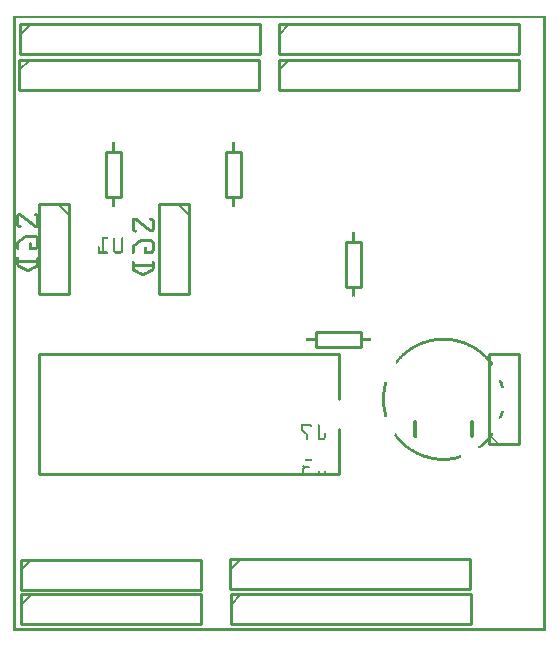
<source format=gbo>
G04 MADE WITH FRITZING*
G04 WWW.FRITZING.ORG*
G04 DOUBLE SIDED*
G04 HOLES PLATED*
G04 CONTOUR ON CENTER OF CONTOUR VECTOR*
%ASAXBY*%
%FSLAX23Y23*%
%MOIN*%
%OFA0B0*%
%SFA1.0B1.0*%
%ADD10C,0.010000*%
%ADD11C,0.005000*%
%ADD12R,0.001000X0.001000*%
%LNSILK0*%
G90*
G70*
G54D10*
X1584Y622D02*
X1584Y922D01*
D02*
X1584Y922D02*
X1684Y922D01*
D02*
X1684Y922D02*
X1684Y622D01*
D02*
X1684Y622D02*
X1584Y622D01*
D02*
X584Y1422D02*
X584Y1122D01*
D02*
X584Y1122D02*
X484Y1122D01*
D02*
X484Y1122D02*
X484Y1422D01*
D02*
X484Y1422D02*
X584Y1422D01*
G54D11*
D02*
X584Y1387D02*
X549Y1422D01*
G54D10*
D02*
X184Y1422D02*
X184Y1122D01*
D02*
X184Y1122D02*
X84Y1122D01*
D02*
X84Y1122D02*
X84Y1422D01*
D02*
X84Y1422D02*
X184Y1422D01*
G54D11*
D02*
X184Y1387D02*
X149Y1422D01*
G54D10*
D02*
X1009Y947D02*
X1159Y947D01*
D02*
X1159Y947D02*
X1159Y997D01*
D02*
X1159Y997D02*
X1009Y997D01*
D02*
X1009Y997D02*
X1009Y947D01*
D02*
X1110Y1297D02*
X1110Y1147D01*
D02*
X1110Y1147D02*
X1160Y1147D01*
D02*
X1160Y1147D02*
X1160Y1297D01*
D02*
X1160Y1297D02*
X1110Y1297D01*
D02*
X310Y1597D02*
X310Y1447D01*
D02*
X310Y1447D02*
X360Y1447D01*
D02*
X360Y1447D02*
X360Y1597D01*
D02*
X360Y1597D02*
X310Y1597D01*
D02*
X710Y1597D02*
X710Y1447D01*
D02*
X710Y1447D02*
X760Y1447D01*
D02*
X760Y1447D02*
X760Y1597D01*
D02*
X760Y1597D02*
X710Y1597D01*
D02*
X25Y237D02*
X625Y237D01*
D02*
X625Y237D02*
X625Y137D01*
D02*
X625Y137D02*
X25Y137D01*
D02*
X25Y137D02*
X25Y237D01*
G54D11*
D02*
X60Y237D02*
X25Y202D01*
G54D10*
D02*
X26Y123D02*
X626Y123D01*
D02*
X626Y123D02*
X626Y23D01*
D02*
X626Y23D02*
X26Y23D01*
D02*
X26Y23D02*
X26Y123D01*
G54D11*
D02*
X61Y123D02*
X26Y88D01*
G54D10*
D02*
X724Y122D02*
X1524Y122D01*
D02*
X1524Y122D02*
X1524Y22D01*
D02*
X1524Y22D02*
X724Y22D01*
D02*
X724Y22D02*
X724Y122D01*
G54D11*
D02*
X759Y122D02*
X724Y87D01*
G54D10*
D02*
X23Y2022D02*
X823Y2022D01*
D02*
X823Y2022D02*
X823Y1922D01*
D02*
X823Y1922D02*
X23Y1922D01*
D02*
X23Y1922D02*
X23Y2022D01*
G54D11*
D02*
X58Y2022D02*
X23Y1987D01*
G54D10*
D02*
X723Y239D02*
X1523Y239D01*
D02*
X1523Y239D02*
X1523Y139D01*
D02*
X1523Y139D02*
X723Y139D01*
D02*
X723Y139D02*
X723Y239D01*
G54D11*
D02*
X758Y239D02*
X723Y204D01*
G54D10*
D02*
X20Y1904D02*
X820Y1904D01*
D02*
X820Y1904D02*
X820Y1804D01*
D02*
X820Y1804D02*
X20Y1804D01*
D02*
X20Y1804D02*
X20Y1904D01*
G54D11*
D02*
X55Y1904D02*
X20Y1869D01*
G54D10*
D02*
X885Y1905D02*
X1685Y1905D01*
D02*
X1685Y1905D02*
X1685Y1805D01*
D02*
X1685Y1805D02*
X885Y1805D01*
D02*
X885Y1805D02*
X885Y1905D01*
G54D11*
D02*
X920Y1905D02*
X885Y1870D01*
G54D10*
D02*
X884Y2022D02*
X1684Y2022D01*
D02*
X1684Y2022D02*
X1684Y1922D01*
D02*
X1684Y1922D02*
X884Y1922D01*
D02*
X884Y1922D02*
X884Y2022D01*
G54D11*
D02*
X919Y2022D02*
X884Y1987D01*
G54D10*
D02*
X1084Y522D02*
X84Y522D01*
D02*
X84Y522D02*
X84Y922D01*
D02*
X84Y922D02*
X1084Y922D01*
D02*
X1084Y522D02*
X1084Y672D01*
D02*
X1084Y772D02*
X1084Y922D01*
G54D12*
X0Y2051D02*
X1773Y2051D01*
X0Y2050D02*
X1773Y2050D01*
X0Y2049D02*
X1773Y2049D01*
X0Y2048D02*
X1773Y2048D01*
X0Y2047D02*
X1773Y2047D01*
X0Y2046D02*
X1773Y2046D01*
X0Y2045D02*
X1773Y2045D01*
X0Y2044D02*
X1773Y2044D01*
X0Y2043D02*
X7Y2043D01*
X1766Y2043D02*
X1773Y2043D01*
X0Y2042D02*
X7Y2042D01*
X1766Y2042D02*
X1773Y2042D01*
X0Y2041D02*
X7Y2041D01*
X1766Y2041D02*
X1773Y2041D01*
X0Y2040D02*
X7Y2040D01*
X1766Y2040D02*
X1773Y2040D01*
X0Y2039D02*
X7Y2039D01*
X1766Y2039D02*
X1773Y2039D01*
X0Y2038D02*
X7Y2038D01*
X1766Y2038D02*
X1773Y2038D01*
X0Y2037D02*
X7Y2037D01*
X1766Y2037D02*
X1773Y2037D01*
X0Y2036D02*
X7Y2036D01*
X1766Y2036D02*
X1773Y2036D01*
X0Y2035D02*
X7Y2035D01*
X1766Y2035D02*
X1773Y2035D01*
X0Y2034D02*
X7Y2034D01*
X1766Y2034D02*
X1773Y2034D01*
X0Y2033D02*
X7Y2033D01*
X1766Y2033D02*
X1773Y2033D01*
X0Y2032D02*
X7Y2032D01*
X1766Y2032D02*
X1773Y2032D01*
X0Y2031D02*
X7Y2031D01*
X1766Y2031D02*
X1773Y2031D01*
X0Y2030D02*
X7Y2030D01*
X1766Y2030D02*
X1773Y2030D01*
X0Y2029D02*
X7Y2029D01*
X1766Y2029D02*
X1773Y2029D01*
X0Y2028D02*
X7Y2028D01*
X1766Y2028D02*
X1773Y2028D01*
X0Y2027D02*
X7Y2027D01*
X1766Y2027D02*
X1773Y2027D01*
X0Y2026D02*
X7Y2026D01*
X1766Y2026D02*
X1773Y2026D01*
X0Y2025D02*
X7Y2025D01*
X1766Y2025D02*
X1773Y2025D01*
X0Y2024D02*
X7Y2024D01*
X1766Y2024D02*
X1773Y2024D01*
X0Y2023D02*
X7Y2023D01*
X1766Y2023D02*
X1773Y2023D01*
X0Y2022D02*
X7Y2022D01*
X1766Y2022D02*
X1773Y2022D01*
X0Y2021D02*
X7Y2021D01*
X1766Y2021D02*
X1773Y2021D01*
X0Y2020D02*
X7Y2020D01*
X1766Y2020D02*
X1773Y2020D01*
X0Y2019D02*
X7Y2019D01*
X1766Y2019D02*
X1773Y2019D01*
X0Y2018D02*
X7Y2018D01*
X1766Y2018D02*
X1773Y2018D01*
X0Y2017D02*
X7Y2017D01*
X1766Y2017D02*
X1773Y2017D01*
X0Y2016D02*
X7Y2016D01*
X1766Y2016D02*
X1773Y2016D01*
X0Y2015D02*
X7Y2015D01*
X1766Y2015D02*
X1773Y2015D01*
X0Y2014D02*
X7Y2014D01*
X1766Y2014D02*
X1773Y2014D01*
X0Y2013D02*
X7Y2013D01*
X1766Y2013D02*
X1773Y2013D01*
X0Y2012D02*
X7Y2012D01*
X1766Y2012D02*
X1773Y2012D01*
X0Y2011D02*
X7Y2011D01*
X1766Y2011D02*
X1773Y2011D01*
X0Y2010D02*
X7Y2010D01*
X1766Y2010D02*
X1773Y2010D01*
X0Y2009D02*
X7Y2009D01*
X1766Y2009D02*
X1773Y2009D01*
X0Y2008D02*
X7Y2008D01*
X1766Y2008D02*
X1773Y2008D01*
X0Y2007D02*
X7Y2007D01*
X1766Y2007D02*
X1773Y2007D01*
X0Y2006D02*
X7Y2006D01*
X1766Y2006D02*
X1773Y2006D01*
X0Y2005D02*
X7Y2005D01*
X1766Y2005D02*
X1773Y2005D01*
X0Y2004D02*
X7Y2004D01*
X1766Y2004D02*
X1773Y2004D01*
X0Y2003D02*
X7Y2003D01*
X1766Y2003D02*
X1773Y2003D01*
X0Y2002D02*
X7Y2002D01*
X1766Y2002D02*
X1773Y2002D01*
X0Y2001D02*
X7Y2001D01*
X1766Y2001D02*
X1773Y2001D01*
X0Y2000D02*
X7Y2000D01*
X1766Y2000D02*
X1773Y2000D01*
X0Y1999D02*
X7Y1999D01*
X1766Y1999D02*
X1773Y1999D01*
X0Y1998D02*
X7Y1998D01*
X1766Y1998D02*
X1773Y1998D01*
X0Y1997D02*
X7Y1997D01*
X1766Y1997D02*
X1773Y1997D01*
X0Y1996D02*
X7Y1996D01*
X1766Y1996D02*
X1773Y1996D01*
X0Y1995D02*
X7Y1995D01*
X1766Y1995D02*
X1773Y1995D01*
X0Y1994D02*
X7Y1994D01*
X1766Y1994D02*
X1773Y1994D01*
X0Y1993D02*
X7Y1993D01*
X1766Y1993D02*
X1773Y1993D01*
X0Y1992D02*
X7Y1992D01*
X1766Y1992D02*
X1773Y1992D01*
X0Y1991D02*
X7Y1991D01*
X1766Y1991D02*
X1773Y1991D01*
X0Y1990D02*
X7Y1990D01*
X1766Y1990D02*
X1773Y1990D01*
X0Y1989D02*
X7Y1989D01*
X1766Y1989D02*
X1773Y1989D01*
X0Y1988D02*
X7Y1988D01*
X1766Y1988D02*
X1773Y1988D01*
X0Y1987D02*
X7Y1987D01*
X1766Y1987D02*
X1773Y1987D01*
X0Y1986D02*
X7Y1986D01*
X1766Y1986D02*
X1773Y1986D01*
X0Y1985D02*
X7Y1985D01*
X1766Y1985D02*
X1773Y1985D01*
X0Y1984D02*
X7Y1984D01*
X1766Y1984D02*
X1773Y1984D01*
X0Y1983D02*
X7Y1983D01*
X1766Y1983D02*
X1773Y1983D01*
X0Y1982D02*
X7Y1982D01*
X1766Y1982D02*
X1773Y1982D01*
X0Y1981D02*
X7Y1981D01*
X1766Y1981D02*
X1773Y1981D01*
X0Y1980D02*
X7Y1980D01*
X1766Y1980D02*
X1773Y1980D01*
X0Y1979D02*
X7Y1979D01*
X1766Y1979D02*
X1773Y1979D01*
X0Y1978D02*
X7Y1978D01*
X1766Y1978D02*
X1773Y1978D01*
X0Y1977D02*
X7Y1977D01*
X1766Y1977D02*
X1773Y1977D01*
X0Y1976D02*
X7Y1976D01*
X1766Y1976D02*
X1773Y1976D01*
X0Y1975D02*
X7Y1975D01*
X1766Y1975D02*
X1773Y1975D01*
X0Y1974D02*
X7Y1974D01*
X1766Y1974D02*
X1773Y1974D01*
X0Y1973D02*
X7Y1973D01*
X1766Y1973D02*
X1773Y1973D01*
X0Y1972D02*
X7Y1972D01*
X1766Y1972D02*
X1773Y1972D01*
X0Y1971D02*
X7Y1971D01*
X1766Y1971D02*
X1773Y1971D01*
X0Y1970D02*
X7Y1970D01*
X1766Y1970D02*
X1773Y1970D01*
X0Y1969D02*
X7Y1969D01*
X1766Y1969D02*
X1773Y1969D01*
X0Y1968D02*
X7Y1968D01*
X1766Y1968D02*
X1773Y1968D01*
X0Y1967D02*
X7Y1967D01*
X1766Y1967D02*
X1773Y1967D01*
X0Y1966D02*
X7Y1966D01*
X1766Y1966D02*
X1773Y1966D01*
X0Y1965D02*
X7Y1965D01*
X1766Y1965D02*
X1773Y1965D01*
X0Y1964D02*
X7Y1964D01*
X1766Y1964D02*
X1773Y1964D01*
X0Y1963D02*
X7Y1963D01*
X1766Y1963D02*
X1773Y1963D01*
X0Y1962D02*
X7Y1962D01*
X1766Y1962D02*
X1773Y1962D01*
X0Y1961D02*
X7Y1961D01*
X1766Y1961D02*
X1773Y1961D01*
X0Y1960D02*
X7Y1960D01*
X1766Y1960D02*
X1773Y1960D01*
X0Y1959D02*
X7Y1959D01*
X1766Y1959D02*
X1773Y1959D01*
X0Y1958D02*
X7Y1958D01*
X1766Y1958D02*
X1773Y1958D01*
X0Y1957D02*
X7Y1957D01*
X1766Y1957D02*
X1773Y1957D01*
X0Y1956D02*
X7Y1956D01*
X1766Y1956D02*
X1773Y1956D01*
X0Y1955D02*
X7Y1955D01*
X1766Y1955D02*
X1773Y1955D01*
X0Y1954D02*
X7Y1954D01*
X1766Y1954D02*
X1773Y1954D01*
X0Y1953D02*
X7Y1953D01*
X1766Y1953D02*
X1773Y1953D01*
X0Y1952D02*
X7Y1952D01*
X1766Y1952D02*
X1773Y1952D01*
X0Y1951D02*
X7Y1951D01*
X1766Y1951D02*
X1773Y1951D01*
X0Y1950D02*
X7Y1950D01*
X1766Y1950D02*
X1773Y1950D01*
X0Y1949D02*
X7Y1949D01*
X1766Y1949D02*
X1773Y1949D01*
X0Y1948D02*
X7Y1948D01*
X1766Y1948D02*
X1773Y1948D01*
X0Y1947D02*
X7Y1947D01*
X1766Y1947D02*
X1773Y1947D01*
X0Y1946D02*
X7Y1946D01*
X1766Y1946D02*
X1773Y1946D01*
X0Y1945D02*
X7Y1945D01*
X1766Y1945D02*
X1773Y1945D01*
X0Y1944D02*
X7Y1944D01*
X1766Y1944D02*
X1773Y1944D01*
X0Y1943D02*
X7Y1943D01*
X1766Y1943D02*
X1773Y1943D01*
X0Y1942D02*
X7Y1942D01*
X1766Y1942D02*
X1773Y1942D01*
X0Y1941D02*
X7Y1941D01*
X1766Y1941D02*
X1773Y1941D01*
X0Y1940D02*
X7Y1940D01*
X1766Y1940D02*
X1773Y1940D01*
X0Y1939D02*
X7Y1939D01*
X1766Y1939D02*
X1773Y1939D01*
X0Y1938D02*
X7Y1938D01*
X1766Y1938D02*
X1773Y1938D01*
X0Y1937D02*
X7Y1937D01*
X1766Y1937D02*
X1773Y1937D01*
X0Y1936D02*
X7Y1936D01*
X1766Y1936D02*
X1773Y1936D01*
X0Y1935D02*
X7Y1935D01*
X1766Y1935D02*
X1773Y1935D01*
X0Y1934D02*
X7Y1934D01*
X1766Y1934D02*
X1773Y1934D01*
X0Y1933D02*
X7Y1933D01*
X1766Y1933D02*
X1773Y1933D01*
X0Y1932D02*
X7Y1932D01*
X1766Y1932D02*
X1773Y1932D01*
X0Y1931D02*
X7Y1931D01*
X1766Y1931D02*
X1773Y1931D01*
X0Y1930D02*
X7Y1930D01*
X1766Y1930D02*
X1773Y1930D01*
X0Y1929D02*
X7Y1929D01*
X1766Y1929D02*
X1773Y1929D01*
X0Y1928D02*
X7Y1928D01*
X1766Y1928D02*
X1773Y1928D01*
X0Y1927D02*
X7Y1927D01*
X1766Y1927D02*
X1773Y1927D01*
X0Y1926D02*
X7Y1926D01*
X1766Y1926D02*
X1773Y1926D01*
X0Y1925D02*
X7Y1925D01*
X1766Y1925D02*
X1773Y1925D01*
X0Y1924D02*
X7Y1924D01*
X1766Y1924D02*
X1773Y1924D01*
X0Y1923D02*
X7Y1923D01*
X1766Y1923D02*
X1773Y1923D01*
X0Y1922D02*
X7Y1922D01*
X1766Y1922D02*
X1773Y1922D01*
X0Y1921D02*
X7Y1921D01*
X1766Y1921D02*
X1773Y1921D01*
X0Y1920D02*
X7Y1920D01*
X1766Y1920D02*
X1773Y1920D01*
X0Y1919D02*
X7Y1919D01*
X1766Y1919D02*
X1773Y1919D01*
X0Y1918D02*
X7Y1918D01*
X1766Y1918D02*
X1773Y1918D01*
X0Y1917D02*
X7Y1917D01*
X1766Y1917D02*
X1773Y1917D01*
X0Y1916D02*
X7Y1916D01*
X1766Y1916D02*
X1773Y1916D01*
X0Y1915D02*
X7Y1915D01*
X1766Y1915D02*
X1773Y1915D01*
X0Y1914D02*
X7Y1914D01*
X1766Y1914D02*
X1773Y1914D01*
X0Y1913D02*
X7Y1913D01*
X1766Y1913D02*
X1773Y1913D01*
X0Y1912D02*
X7Y1912D01*
X1766Y1912D02*
X1773Y1912D01*
X0Y1911D02*
X7Y1911D01*
X1766Y1911D02*
X1773Y1911D01*
X0Y1910D02*
X7Y1910D01*
X1766Y1910D02*
X1773Y1910D01*
X0Y1909D02*
X7Y1909D01*
X1766Y1909D02*
X1773Y1909D01*
X0Y1908D02*
X7Y1908D01*
X1766Y1908D02*
X1773Y1908D01*
X0Y1907D02*
X7Y1907D01*
X1766Y1907D02*
X1773Y1907D01*
X0Y1906D02*
X7Y1906D01*
X1766Y1906D02*
X1773Y1906D01*
X0Y1905D02*
X7Y1905D01*
X1766Y1905D02*
X1773Y1905D01*
X0Y1904D02*
X7Y1904D01*
X1766Y1904D02*
X1773Y1904D01*
X0Y1903D02*
X7Y1903D01*
X1766Y1903D02*
X1773Y1903D01*
X0Y1902D02*
X7Y1902D01*
X1766Y1902D02*
X1773Y1902D01*
X0Y1901D02*
X7Y1901D01*
X1766Y1901D02*
X1773Y1901D01*
X0Y1900D02*
X7Y1900D01*
X1766Y1900D02*
X1773Y1900D01*
X0Y1899D02*
X7Y1899D01*
X1766Y1899D02*
X1773Y1899D01*
X0Y1898D02*
X7Y1898D01*
X1766Y1898D02*
X1773Y1898D01*
X0Y1897D02*
X7Y1897D01*
X1766Y1897D02*
X1773Y1897D01*
X0Y1896D02*
X7Y1896D01*
X1766Y1896D02*
X1773Y1896D01*
X0Y1895D02*
X7Y1895D01*
X1766Y1895D02*
X1773Y1895D01*
X0Y1894D02*
X7Y1894D01*
X1766Y1894D02*
X1773Y1894D01*
X0Y1893D02*
X7Y1893D01*
X1766Y1893D02*
X1773Y1893D01*
X0Y1892D02*
X7Y1892D01*
X1766Y1892D02*
X1773Y1892D01*
X0Y1891D02*
X7Y1891D01*
X1766Y1891D02*
X1773Y1891D01*
X0Y1890D02*
X7Y1890D01*
X1766Y1890D02*
X1773Y1890D01*
X0Y1889D02*
X7Y1889D01*
X1766Y1889D02*
X1773Y1889D01*
X0Y1888D02*
X7Y1888D01*
X1766Y1888D02*
X1773Y1888D01*
X0Y1887D02*
X7Y1887D01*
X1766Y1887D02*
X1773Y1887D01*
X0Y1886D02*
X7Y1886D01*
X1766Y1886D02*
X1773Y1886D01*
X0Y1885D02*
X7Y1885D01*
X1766Y1885D02*
X1773Y1885D01*
X0Y1884D02*
X7Y1884D01*
X1766Y1884D02*
X1773Y1884D01*
X0Y1883D02*
X7Y1883D01*
X1766Y1883D02*
X1773Y1883D01*
X0Y1882D02*
X7Y1882D01*
X1766Y1882D02*
X1773Y1882D01*
X0Y1881D02*
X7Y1881D01*
X1766Y1881D02*
X1773Y1881D01*
X0Y1880D02*
X7Y1880D01*
X1766Y1880D02*
X1773Y1880D01*
X0Y1879D02*
X7Y1879D01*
X1766Y1879D02*
X1773Y1879D01*
X0Y1878D02*
X7Y1878D01*
X1766Y1878D02*
X1773Y1878D01*
X0Y1877D02*
X7Y1877D01*
X1766Y1877D02*
X1773Y1877D01*
X0Y1876D02*
X7Y1876D01*
X1766Y1876D02*
X1773Y1876D01*
X0Y1875D02*
X7Y1875D01*
X1766Y1875D02*
X1773Y1875D01*
X0Y1874D02*
X7Y1874D01*
X1766Y1874D02*
X1773Y1874D01*
X0Y1873D02*
X7Y1873D01*
X1766Y1873D02*
X1773Y1873D01*
X0Y1872D02*
X7Y1872D01*
X1766Y1872D02*
X1773Y1872D01*
X0Y1871D02*
X7Y1871D01*
X1766Y1871D02*
X1773Y1871D01*
X0Y1870D02*
X7Y1870D01*
X1766Y1870D02*
X1773Y1870D01*
X0Y1869D02*
X7Y1869D01*
X1766Y1869D02*
X1773Y1869D01*
X0Y1868D02*
X7Y1868D01*
X1766Y1868D02*
X1773Y1868D01*
X0Y1867D02*
X7Y1867D01*
X1766Y1867D02*
X1773Y1867D01*
X0Y1866D02*
X7Y1866D01*
X1766Y1866D02*
X1773Y1866D01*
X0Y1865D02*
X7Y1865D01*
X1766Y1865D02*
X1773Y1865D01*
X0Y1864D02*
X7Y1864D01*
X1766Y1864D02*
X1773Y1864D01*
X0Y1863D02*
X7Y1863D01*
X1766Y1863D02*
X1773Y1863D01*
X0Y1862D02*
X7Y1862D01*
X1766Y1862D02*
X1773Y1862D01*
X0Y1861D02*
X7Y1861D01*
X1766Y1861D02*
X1773Y1861D01*
X0Y1860D02*
X7Y1860D01*
X1766Y1860D02*
X1773Y1860D01*
X0Y1859D02*
X7Y1859D01*
X1766Y1859D02*
X1773Y1859D01*
X0Y1858D02*
X7Y1858D01*
X1766Y1858D02*
X1773Y1858D01*
X0Y1857D02*
X7Y1857D01*
X1766Y1857D02*
X1773Y1857D01*
X0Y1856D02*
X7Y1856D01*
X1766Y1856D02*
X1773Y1856D01*
X0Y1855D02*
X7Y1855D01*
X1766Y1855D02*
X1773Y1855D01*
X0Y1854D02*
X7Y1854D01*
X1766Y1854D02*
X1773Y1854D01*
X0Y1853D02*
X7Y1853D01*
X1766Y1853D02*
X1773Y1853D01*
X0Y1852D02*
X7Y1852D01*
X1766Y1852D02*
X1773Y1852D01*
X0Y1851D02*
X7Y1851D01*
X1766Y1851D02*
X1773Y1851D01*
X0Y1850D02*
X7Y1850D01*
X1766Y1850D02*
X1773Y1850D01*
X0Y1849D02*
X7Y1849D01*
X1766Y1849D02*
X1773Y1849D01*
X0Y1848D02*
X7Y1848D01*
X1766Y1848D02*
X1773Y1848D01*
X0Y1847D02*
X7Y1847D01*
X1766Y1847D02*
X1773Y1847D01*
X0Y1846D02*
X7Y1846D01*
X1766Y1846D02*
X1773Y1846D01*
X0Y1845D02*
X7Y1845D01*
X1766Y1845D02*
X1773Y1845D01*
X0Y1844D02*
X7Y1844D01*
X1766Y1844D02*
X1773Y1844D01*
X0Y1843D02*
X7Y1843D01*
X1766Y1843D02*
X1773Y1843D01*
X0Y1842D02*
X7Y1842D01*
X1766Y1842D02*
X1773Y1842D01*
X0Y1841D02*
X7Y1841D01*
X1766Y1841D02*
X1773Y1841D01*
X0Y1840D02*
X7Y1840D01*
X1766Y1840D02*
X1773Y1840D01*
X0Y1839D02*
X7Y1839D01*
X1766Y1839D02*
X1773Y1839D01*
X0Y1838D02*
X7Y1838D01*
X1766Y1838D02*
X1773Y1838D01*
X0Y1837D02*
X7Y1837D01*
X1766Y1837D02*
X1773Y1837D01*
X0Y1836D02*
X7Y1836D01*
X1766Y1836D02*
X1773Y1836D01*
X0Y1835D02*
X7Y1835D01*
X1766Y1835D02*
X1773Y1835D01*
X0Y1834D02*
X7Y1834D01*
X1766Y1834D02*
X1773Y1834D01*
X0Y1833D02*
X7Y1833D01*
X1766Y1833D02*
X1773Y1833D01*
X0Y1832D02*
X7Y1832D01*
X1766Y1832D02*
X1773Y1832D01*
X0Y1831D02*
X7Y1831D01*
X1766Y1831D02*
X1773Y1831D01*
X0Y1830D02*
X7Y1830D01*
X1766Y1830D02*
X1773Y1830D01*
X0Y1829D02*
X7Y1829D01*
X1766Y1829D02*
X1773Y1829D01*
X0Y1828D02*
X7Y1828D01*
X1766Y1828D02*
X1773Y1828D01*
X0Y1827D02*
X7Y1827D01*
X1766Y1827D02*
X1773Y1827D01*
X0Y1826D02*
X7Y1826D01*
X1766Y1826D02*
X1773Y1826D01*
X0Y1825D02*
X7Y1825D01*
X1766Y1825D02*
X1773Y1825D01*
X0Y1824D02*
X7Y1824D01*
X1766Y1824D02*
X1773Y1824D01*
X0Y1823D02*
X7Y1823D01*
X1766Y1823D02*
X1773Y1823D01*
X0Y1822D02*
X7Y1822D01*
X1766Y1822D02*
X1773Y1822D01*
X0Y1821D02*
X7Y1821D01*
X1766Y1821D02*
X1773Y1821D01*
X0Y1820D02*
X7Y1820D01*
X1766Y1820D02*
X1773Y1820D01*
X0Y1819D02*
X7Y1819D01*
X1766Y1819D02*
X1773Y1819D01*
X0Y1818D02*
X7Y1818D01*
X1766Y1818D02*
X1773Y1818D01*
X0Y1817D02*
X7Y1817D01*
X1766Y1817D02*
X1773Y1817D01*
X0Y1816D02*
X7Y1816D01*
X1766Y1816D02*
X1773Y1816D01*
X0Y1815D02*
X7Y1815D01*
X1766Y1815D02*
X1773Y1815D01*
X0Y1814D02*
X7Y1814D01*
X1766Y1814D02*
X1773Y1814D01*
X0Y1813D02*
X7Y1813D01*
X1766Y1813D02*
X1773Y1813D01*
X0Y1812D02*
X7Y1812D01*
X1766Y1812D02*
X1773Y1812D01*
X0Y1811D02*
X7Y1811D01*
X1766Y1811D02*
X1773Y1811D01*
X0Y1810D02*
X7Y1810D01*
X1766Y1810D02*
X1773Y1810D01*
X0Y1809D02*
X7Y1809D01*
X1766Y1809D02*
X1773Y1809D01*
X0Y1808D02*
X7Y1808D01*
X1766Y1808D02*
X1773Y1808D01*
X0Y1807D02*
X7Y1807D01*
X1766Y1807D02*
X1773Y1807D01*
X0Y1806D02*
X7Y1806D01*
X1766Y1806D02*
X1773Y1806D01*
X0Y1805D02*
X7Y1805D01*
X1766Y1805D02*
X1773Y1805D01*
X0Y1804D02*
X7Y1804D01*
X1766Y1804D02*
X1773Y1804D01*
X0Y1803D02*
X7Y1803D01*
X1766Y1803D02*
X1773Y1803D01*
X0Y1802D02*
X7Y1802D01*
X1766Y1802D02*
X1773Y1802D01*
X0Y1801D02*
X7Y1801D01*
X1766Y1801D02*
X1773Y1801D01*
X0Y1800D02*
X7Y1800D01*
X1766Y1800D02*
X1773Y1800D01*
X0Y1799D02*
X7Y1799D01*
X1766Y1799D02*
X1773Y1799D01*
X0Y1798D02*
X7Y1798D01*
X1766Y1798D02*
X1773Y1798D01*
X0Y1797D02*
X7Y1797D01*
X1766Y1797D02*
X1773Y1797D01*
X0Y1796D02*
X7Y1796D01*
X1766Y1796D02*
X1773Y1796D01*
X0Y1795D02*
X7Y1795D01*
X1766Y1795D02*
X1773Y1795D01*
X0Y1794D02*
X7Y1794D01*
X1766Y1794D02*
X1773Y1794D01*
X0Y1793D02*
X7Y1793D01*
X1766Y1793D02*
X1773Y1793D01*
X0Y1792D02*
X7Y1792D01*
X1766Y1792D02*
X1773Y1792D01*
X0Y1791D02*
X7Y1791D01*
X1766Y1791D02*
X1773Y1791D01*
X0Y1790D02*
X7Y1790D01*
X1766Y1790D02*
X1773Y1790D01*
X0Y1789D02*
X7Y1789D01*
X1766Y1789D02*
X1773Y1789D01*
X0Y1788D02*
X7Y1788D01*
X1766Y1788D02*
X1773Y1788D01*
X0Y1787D02*
X7Y1787D01*
X1766Y1787D02*
X1773Y1787D01*
X0Y1786D02*
X7Y1786D01*
X1766Y1786D02*
X1773Y1786D01*
X0Y1785D02*
X7Y1785D01*
X1766Y1785D02*
X1773Y1785D01*
X0Y1784D02*
X7Y1784D01*
X1766Y1784D02*
X1773Y1784D01*
X0Y1783D02*
X7Y1783D01*
X1766Y1783D02*
X1773Y1783D01*
X0Y1782D02*
X7Y1782D01*
X1766Y1782D02*
X1773Y1782D01*
X0Y1781D02*
X7Y1781D01*
X1766Y1781D02*
X1773Y1781D01*
X0Y1780D02*
X7Y1780D01*
X1766Y1780D02*
X1773Y1780D01*
X0Y1779D02*
X7Y1779D01*
X1766Y1779D02*
X1773Y1779D01*
X0Y1778D02*
X7Y1778D01*
X1766Y1778D02*
X1773Y1778D01*
X0Y1777D02*
X7Y1777D01*
X1766Y1777D02*
X1773Y1777D01*
X0Y1776D02*
X7Y1776D01*
X1766Y1776D02*
X1773Y1776D01*
X0Y1775D02*
X7Y1775D01*
X1766Y1775D02*
X1773Y1775D01*
X0Y1774D02*
X7Y1774D01*
X1766Y1774D02*
X1773Y1774D01*
X0Y1773D02*
X7Y1773D01*
X1766Y1773D02*
X1773Y1773D01*
X0Y1772D02*
X7Y1772D01*
X1766Y1772D02*
X1773Y1772D01*
X0Y1771D02*
X7Y1771D01*
X1766Y1771D02*
X1773Y1771D01*
X0Y1770D02*
X7Y1770D01*
X1766Y1770D02*
X1773Y1770D01*
X0Y1769D02*
X7Y1769D01*
X1766Y1769D02*
X1773Y1769D01*
X0Y1768D02*
X7Y1768D01*
X1766Y1768D02*
X1773Y1768D01*
X0Y1767D02*
X7Y1767D01*
X1766Y1767D02*
X1773Y1767D01*
X0Y1766D02*
X7Y1766D01*
X1766Y1766D02*
X1773Y1766D01*
X0Y1765D02*
X7Y1765D01*
X1766Y1765D02*
X1773Y1765D01*
X0Y1764D02*
X7Y1764D01*
X1766Y1764D02*
X1773Y1764D01*
X0Y1763D02*
X7Y1763D01*
X1766Y1763D02*
X1773Y1763D01*
X0Y1762D02*
X7Y1762D01*
X1766Y1762D02*
X1773Y1762D01*
X0Y1761D02*
X7Y1761D01*
X1766Y1761D02*
X1773Y1761D01*
X0Y1760D02*
X7Y1760D01*
X1766Y1760D02*
X1773Y1760D01*
X0Y1759D02*
X7Y1759D01*
X1766Y1759D02*
X1773Y1759D01*
X0Y1758D02*
X7Y1758D01*
X1766Y1758D02*
X1773Y1758D01*
X0Y1757D02*
X7Y1757D01*
X1766Y1757D02*
X1773Y1757D01*
X0Y1756D02*
X7Y1756D01*
X1766Y1756D02*
X1773Y1756D01*
X0Y1755D02*
X7Y1755D01*
X1766Y1755D02*
X1773Y1755D01*
X0Y1754D02*
X7Y1754D01*
X1766Y1754D02*
X1773Y1754D01*
X0Y1753D02*
X7Y1753D01*
X1766Y1753D02*
X1773Y1753D01*
X0Y1752D02*
X7Y1752D01*
X1766Y1752D02*
X1773Y1752D01*
X0Y1751D02*
X7Y1751D01*
X1766Y1751D02*
X1773Y1751D01*
X0Y1750D02*
X7Y1750D01*
X1766Y1750D02*
X1773Y1750D01*
X0Y1749D02*
X7Y1749D01*
X1766Y1749D02*
X1773Y1749D01*
X0Y1748D02*
X7Y1748D01*
X1766Y1748D02*
X1773Y1748D01*
X0Y1747D02*
X7Y1747D01*
X1766Y1747D02*
X1773Y1747D01*
X0Y1746D02*
X7Y1746D01*
X1766Y1746D02*
X1773Y1746D01*
X0Y1745D02*
X7Y1745D01*
X1766Y1745D02*
X1773Y1745D01*
X0Y1744D02*
X7Y1744D01*
X1766Y1744D02*
X1773Y1744D01*
X0Y1743D02*
X7Y1743D01*
X1766Y1743D02*
X1773Y1743D01*
X0Y1742D02*
X7Y1742D01*
X1766Y1742D02*
X1773Y1742D01*
X0Y1741D02*
X7Y1741D01*
X1766Y1741D02*
X1773Y1741D01*
X0Y1740D02*
X7Y1740D01*
X1766Y1740D02*
X1773Y1740D01*
X0Y1739D02*
X7Y1739D01*
X1766Y1739D02*
X1773Y1739D01*
X0Y1738D02*
X7Y1738D01*
X1766Y1738D02*
X1773Y1738D01*
X0Y1737D02*
X7Y1737D01*
X1766Y1737D02*
X1773Y1737D01*
X0Y1736D02*
X7Y1736D01*
X1766Y1736D02*
X1773Y1736D01*
X0Y1735D02*
X7Y1735D01*
X1766Y1735D02*
X1773Y1735D01*
X0Y1734D02*
X7Y1734D01*
X1766Y1734D02*
X1773Y1734D01*
X0Y1733D02*
X7Y1733D01*
X1766Y1733D02*
X1773Y1733D01*
X0Y1732D02*
X7Y1732D01*
X1766Y1732D02*
X1773Y1732D01*
X0Y1731D02*
X7Y1731D01*
X1766Y1731D02*
X1773Y1731D01*
X0Y1730D02*
X7Y1730D01*
X1766Y1730D02*
X1773Y1730D01*
X0Y1729D02*
X7Y1729D01*
X1766Y1729D02*
X1773Y1729D01*
X0Y1728D02*
X7Y1728D01*
X1766Y1728D02*
X1773Y1728D01*
X0Y1727D02*
X7Y1727D01*
X1766Y1727D02*
X1773Y1727D01*
X0Y1726D02*
X7Y1726D01*
X1766Y1726D02*
X1773Y1726D01*
X0Y1725D02*
X7Y1725D01*
X1766Y1725D02*
X1773Y1725D01*
X0Y1724D02*
X7Y1724D01*
X1766Y1724D02*
X1773Y1724D01*
X0Y1723D02*
X7Y1723D01*
X1766Y1723D02*
X1773Y1723D01*
X0Y1722D02*
X7Y1722D01*
X1766Y1722D02*
X1773Y1722D01*
X0Y1721D02*
X7Y1721D01*
X1766Y1721D02*
X1773Y1721D01*
X0Y1720D02*
X7Y1720D01*
X1766Y1720D02*
X1773Y1720D01*
X0Y1719D02*
X7Y1719D01*
X1766Y1719D02*
X1773Y1719D01*
X0Y1718D02*
X7Y1718D01*
X1766Y1718D02*
X1773Y1718D01*
X0Y1717D02*
X7Y1717D01*
X1766Y1717D02*
X1773Y1717D01*
X0Y1716D02*
X7Y1716D01*
X1766Y1716D02*
X1773Y1716D01*
X0Y1715D02*
X7Y1715D01*
X1766Y1715D02*
X1773Y1715D01*
X0Y1714D02*
X7Y1714D01*
X1766Y1714D02*
X1773Y1714D01*
X0Y1713D02*
X7Y1713D01*
X1766Y1713D02*
X1773Y1713D01*
X0Y1712D02*
X7Y1712D01*
X1766Y1712D02*
X1773Y1712D01*
X0Y1711D02*
X7Y1711D01*
X1766Y1711D02*
X1773Y1711D01*
X0Y1710D02*
X7Y1710D01*
X1766Y1710D02*
X1773Y1710D01*
X0Y1709D02*
X7Y1709D01*
X1766Y1709D02*
X1773Y1709D01*
X0Y1708D02*
X7Y1708D01*
X1766Y1708D02*
X1773Y1708D01*
X0Y1707D02*
X7Y1707D01*
X1766Y1707D02*
X1773Y1707D01*
X0Y1706D02*
X7Y1706D01*
X1766Y1706D02*
X1773Y1706D01*
X0Y1705D02*
X7Y1705D01*
X1766Y1705D02*
X1773Y1705D01*
X0Y1704D02*
X7Y1704D01*
X1766Y1704D02*
X1773Y1704D01*
X0Y1703D02*
X7Y1703D01*
X1766Y1703D02*
X1773Y1703D01*
X0Y1702D02*
X7Y1702D01*
X1766Y1702D02*
X1773Y1702D01*
X0Y1701D02*
X7Y1701D01*
X1766Y1701D02*
X1773Y1701D01*
X0Y1700D02*
X7Y1700D01*
X1766Y1700D02*
X1773Y1700D01*
X0Y1699D02*
X7Y1699D01*
X1766Y1699D02*
X1773Y1699D01*
X0Y1698D02*
X7Y1698D01*
X1766Y1698D02*
X1773Y1698D01*
X0Y1697D02*
X7Y1697D01*
X1766Y1697D02*
X1773Y1697D01*
X0Y1696D02*
X7Y1696D01*
X1766Y1696D02*
X1773Y1696D01*
X0Y1695D02*
X7Y1695D01*
X1766Y1695D02*
X1773Y1695D01*
X0Y1694D02*
X7Y1694D01*
X1766Y1694D02*
X1773Y1694D01*
X0Y1693D02*
X7Y1693D01*
X1766Y1693D02*
X1773Y1693D01*
X0Y1692D02*
X7Y1692D01*
X1766Y1692D02*
X1773Y1692D01*
X0Y1691D02*
X7Y1691D01*
X1766Y1691D02*
X1773Y1691D01*
X0Y1690D02*
X7Y1690D01*
X1766Y1690D02*
X1773Y1690D01*
X0Y1689D02*
X7Y1689D01*
X1766Y1689D02*
X1773Y1689D01*
X0Y1688D02*
X7Y1688D01*
X1766Y1688D02*
X1773Y1688D01*
X0Y1687D02*
X7Y1687D01*
X1766Y1687D02*
X1773Y1687D01*
X0Y1686D02*
X7Y1686D01*
X1766Y1686D02*
X1773Y1686D01*
X0Y1685D02*
X7Y1685D01*
X1766Y1685D02*
X1773Y1685D01*
X0Y1684D02*
X7Y1684D01*
X1766Y1684D02*
X1773Y1684D01*
X0Y1683D02*
X7Y1683D01*
X1766Y1683D02*
X1773Y1683D01*
X0Y1682D02*
X7Y1682D01*
X1766Y1682D02*
X1773Y1682D01*
X0Y1681D02*
X7Y1681D01*
X1766Y1681D02*
X1773Y1681D01*
X0Y1680D02*
X7Y1680D01*
X1766Y1680D02*
X1773Y1680D01*
X0Y1679D02*
X7Y1679D01*
X1766Y1679D02*
X1773Y1679D01*
X0Y1678D02*
X7Y1678D01*
X1766Y1678D02*
X1773Y1678D01*
X0Y1677D02*
X7Y1677D01*
X1766Y1677D02*
X1773Y1677D01*
X0Y1676D02*
X7Y1676D01*
X1766Y1676D02*
X1773Y1676D01*
X0Y1675D02*
X7Y1675D01*
X1766Y1675D02*
X1773Y1675D01*
X0Y1674D02*
X7Y1674D01*
X1766Y1674D02*
X1773Y1674D01*
X0Y1673D02*
X7Y1673D01*
X1766Y1673D02*
X1773Y1673D01*
X0Y1672D02*
X7Y1672D01*
X1766Y1672D02*
X1773Y1672D01*
X0Y1671D02*
X7Y1671D01*
X1766Y1671D02*
X1773Y1671D01*
X0Y1670D02*
X7Y1670D01*
X1766Y1670D02*
X1773Y1670D01*
X0Y1669D02*
X7Y1669D01*
X1766Y1669D02*
X1773Y1669D01*
X0Y1668D02*
X7Y1668D01*
X1766Y1668D02*
X1773Y1668D01*
X0Y1667D02*
X7Y1667D01*
X1766Y1667D02*
X1773Y1667D01*
X0Y1666D02*
X7Y1666D01*
X1766Y1666D02*
X1773Y1666D01*
X0Y1665D02*
X7Y1665D01*
X1766Y1665D02*
X1773Y1665D01*
X0Y1664D02*
X7Y1664D01*
X1766Y1664D02*
X1773Y1664D01*
X0Y1663D02*
X7Y1663D01*
X1766Y1663D02*
X1773Y1663D01*
X0Y1662D02*
X7Y1662D01*
X1766Y1662D02*
X1773Y1662D01*
X0Y1661D02*
X7Y1661D01*
X1766Y1661D02*
X1773Y1661D01*
X0Y1660D02*
X7Y1660D01*
X1766Y1660D02*
X1773Y1660D01*
X0Y1659D02*
X7Y1659D01*
X1766Y1659D02*
X1773Y1659D01*
X0Y1658D02*
X7Y1658D01*
X1766Y1658D02*
X1773Y1658D01*
X0Y1657D02*
X7Y1657D01*
X1766Y1657D02*
X1773Y1657D01*
X0Y1656D02*
X7Y1656D01*
X1766Y1656D02*
X1773Y1656D01*
X0Y1655D02*
X7Y1655D01*
X1766Y1655D02*
X1773Y1655D01*
X0Y1654D02*
X7Y1654D01*
X1766Y1654D02*
X1773Y1654D01*
X0Y1653D02*
X7Y1653D01*
X1766Y1653D02*
X1773Y1653D01*
X0Y1652D02*
X7Y1652D01*
X1766Y1652D02*
X1773Y1652D01*
X0Y1651D02*
X7Y1651D01*
X1766Y1651D02*
X1773Y1651D01*
X0Y1650D02*
X7Y1650D01*
X1766Y1650D02*
X1773Y1650D01*
X0Y1649D02*
X7Y1649D01*
X1766Y1649D02*
X1773Y1649D01*
X0Y1648D02*
X7Y1648D01*
X1766Y1648D02*
X1773Y1648D01*
X0Y1647D02*
X7Y1647D01*
X1766Y1647D02*
X1773Y1647D01*
X0Y1646D02*
X7Y1646D01*
X1766Y1646D02*
X1773Y1646D01*
X0Y1645D02*
X7Y1645D01*
X1766Y1645D02*
X1773Y1645D01*
X0Y1644D02*
X7Y1644D01*
X1766Y1644D02*
X1773Y1644D01*
X0Y1643D02*
X7Y1643D01*
X1766Y1643D02*
X1773Y1643D01*
X0Y1642D02*
X7Y1642D01*
X1766Y1642D02*
X1773Y1642D01*
X0Y1641D02*
X7Y1641D01*
X1766Y1641D02*
X1773Y1641D01*
X0Y1640D02*
X7Y1640D01*
X1766Y1640D02*
X1773Y1640D01*
X0Y1639D02*
X7Y1639D01*
X1766Y1639D02*
X1773Y1639D01*
X0Y1638D02*
X7Y1638D01*
X1766Y1638D02*
X1773Y1638D01*
X0Y1637D02*
X7Y1637D01*
X1766Y1637D02*
X1773Y1637D01*
X0Y1636D02*
X7Y1636D01*
X1766Y1636D02*
X1773Y1636D01*
X0Y1635D02*
X7Y1635D01*
X1766Y1635D02*
X1773Y1635D01*
X0Y1634D02*
X7Y1634D01*
X1766Y1634D02*
X1773Y1634D01*
X0Y1633D02*
X7Y1633D01*
X1766Y1633D02*
X1773Y1633D01*
X0Y1632D02*
X7Y1632D01*
X1766Y1632D02*
X1773Y1632D01*
X0Y1631D02*
X7Y1631D01*
X1766Y1631D02*
X1773Y1631D01*
X0Y1630D02*
X7Y1630D01*
X329Y1630D02*
X330Y1630D01*
X337Y1630D02*
X338Y1630D01*
X729Y1630D02*
X730Y1630D01*
X737Y1630D02*
X738Y1630D01*
X1766Y1630D02*
X1773Y1630D01*
X0Y1629D02*
X7Y1629D01*
X329Y1629D02*
X338Y1629D01*
X729Y1629D02*
X738Y1629D01*
X1766Y1629D02*
X1773Y1629D01*
X0Y1628D02*
X7Y1628D01*
X329Y1628D02*
X338Y1628D01*
X729Y1628D02*
X738Y1628D01*
X1766Y1628D02*
X1773Y1628D01*
X0Y1627D02*
X7Y1627D01*
X329Y1627D02*
X338Y1627D01*
X729Y1627D02*
X738Y1627D01*
X1766Y1627D02*
X1773Y1627D01*
X0Y1626D02*
X7Y1626D01*
X329Y1626D02*
X338Y1626D01*
X729Y1626D02*
X738Y1626D01*
X1766Y1626D02*
X1773Y1626D01*
X0Y1625D02*
X7Y1625D01*
X329Y1625D02*
X338Y1625D01*
X729Y1625D02*
X738Y1625D01*
X1766Y1625D02*
X1773Y1625D01*
X0Y1624D02*
X7Y1624D01*
X329Y1624D02*
X338Y1624D01*
X729Y1624D02*
X738Y1624D01*
X1766Y1624D02*
X1773Y1624D01*
X0Y1623D02*
X7Y1623D01*
X329Y1623D02*
X338Y1623D01*
X729Y1623D02*
X738Y1623D01*
X1766Y1623D02*
X1773Y1623D01*
X0Y1622D02*
X7Y1622D01*
X329Y1622D02*
X338Y1622D01*
X729Y1622D02*
X738Y1622D01*
X1766Y1622D02*
X1773Y1622D01*
X0Y1621D02*
X7Y1621D01*
X329Y1621D02*
X338Y1621D01*
X729Y1621D02*
X738Y1621D01*
X1766Y1621D02*
X1773Y1621D01*
X0Y1620D02*
X7Y1620D01*
X329Y1620D02*
X338Y1620D01*
X729Y1620D02*
X738Y1620D01*
X1766Y1620D02*
X1773Y1620D01*
X0Y1619D02*
X7Y1619D01*
X329Y1619D02*
X338Y1619D01*
X729Y1619D02*
X738Y1619D01*
X1766Y1619D02*
X1773Y1619D01*
X0Y1618D02*
X7Y1618D01*
X329Y1618D02*
X338Y1618D01*
X729Y1618D02*
X738Y1618D01*
X1766Y1618D02*
X1773Y1618D01*
X0Y1617D02*
X7Y1617D01*
X329Y1617D02*
X338Y1617D01*
X729Y1617D02*
X738Y1617D01*
X1766Y1617D02*
X1773Y1617D01*
X0Y1616D02*
X7Y1616D01*
X329Y1616D02*
X338Y1616D01*
X729Y1616D02*
X738Y1616D01*
X1766Y1616D02*
X1773Y1616D01*
X0Y1615D02*
X7Y1615D01*
X329Y1615D02*
X338Y1615D01*
X729Y1615D02*
X738Y1615D01*
X1766Y1615D02*
X1773Y1615D01*
X0Y1614D02*
X7Y1614D01*
X329Y1614D02*
X338Y1614D01*
X729Y1614D02*
X738Y1614D01*
X1766Y1614D02*
X1773Y1614D01*
X0Y1613D02*
X7Y1613D01*
X329Y1613D02*
X338Y1613D01*
X729Y1613D02*
X738Y1613D01*
X1766Y1613D02*
X1773Y1613D01*
X0Y1612D02*
X7Y1612D01*
X329Y1612D02*
X338Y1612D01*
X729Y1612D02*
X738Y1612D01*
X1766Y1612D02*
X1773Y1612D01*
X0Y1611D02*
X7Y1611D01*
X329Y1611D02*
X338Y1611D01*
X729Y1611D02*
X738Y1611D01*
X1766Y1611D02*
X1773Y1611D01*
X0Y1610D02*
X7Y1610D01*
X329Y1610D02*
X338Y1610D01*
X729Y1610D02*
X738Y1610D01*
X1766Y1610D02*
X1773Y1610D01*
X0Y1609D02*
X7Y1609D01*
X329Y1609D02*
X338Y1609D01*
X729Y1609D02*
X738Y1609D01*
X1766Y1609D02*
X1773Y1609D01*
X0Y1608D02*
X7Y1608D01*
X329Y1608D02*
X338Y1608D01*
X729Y1608D02*
X738Y1608D01*
X1766Y1608D02*
X1773Y1608D01*
X0Y1607D02*
X7Y1607D01*
X329Y1607D02*
X338Y1607D01*
X729Y1607D02*
X738Y1607D01*
X1766Y1607D02*
X1773Y1607D01*
X0Y1606D02*
X7Y1606D01*
X329Y1606D02*
X338Y1606D01*
X729Y1606D02*
X738Y1606D01*
X1766Y1606D02*
X1773Y1606D01*
X0Y1605D02*
X7Y1605D01*
X329Y1605D02*
X338Y1605D01*
X729Y1605D02*
X738Y1605D01*
X1766Y1605D02*
X1773Y1605D01*
X0Y1604D02*
X7Y1604D01*
X329Y1604D02*
X338Y1604D01*
X729Y1604D02*
X738Y1604D01*
X1766Y1604D02*
X1773Y1604D01*
X0Y1603D02*
X7Y1603D01*
X329Y1603D02*
X338Y1603D01*
X729Y1603D02*
X738Y1603D01*
X1766Y1603D02*
X1773Y1603D01*
X0Y1602D02*
X7Y1602D01*
X329Y1602D02*
X338Y1602D01*
X729Y1602D02*
X738Y1602D01*
X1766Y1602D02*
X1773Y1602D01*
X0Y1601D02*
X7Y1601D01*
X329Y1601D02*
X338Y1601D01*
X729Y1601D02*
X738Y1601D01*
X1766Y1601D02*
X1773Y1601D01*
X0Y1600D02*
X7Y1600D01*
X329Y1600D02*
X338Y1600D01*
X729Y1600D02*
X738Y1600D01*
X1766Y1600D02*
X1773Y1600D01*
X0Y1599D02*
X7Y1599D01*
X329Y1599D02*
X338Y1599D01*
X729Y1599D02*
X738Y1599D01*
X1766Y1599D02*
X1773Y1599D01*
X0Y1598D02*
X7Y1598D01*
X330Y1598D02*
X338Y1598D01*
X730Y1598D02*
X738Y1598D01*
X1766Y1598D02*
X1773Y1598D01*
X0Y1597D02*
X7Y1597D01*
X1766Y1597D02*
X1773Y1597D01*
X0Y1596D02*
X7Y1596D01*
X1766Y1596D02*
X1773Y1596D01*
X0Y1595D02*
X7Y1595D01*
X1766Y1595D02*
X1773Y1595D01*
X0Y1594D02*
X7Y1594D01*
X1766Y1594D02*
X1773Y1594D01*
X0Y1593D02*
X7Y1593D01*
X1766Y1593D02*
X1773Y1593D01*
X0Y1592D02*
X7Y1592D01*
X1766Y1592D02*
X1773Y1592D01*
X0Y1591D02*
X7Y1591D01*
X1766Y1591D02*
X1773Y1591D01*
X0Y1590D02*
X7Y1590D01*
X1766Y1590D02*
X1773Y1590D01*
X0Y1589D02*
X7Y1589D01*
X1766Y1589D02*
X1773Y1589D01*
X0Y1588D02*
X7Y1588D01*
X1766Y1588D02*
X1773Y1588D01*
X0Y1587D02*
X7Y1587D01*
X1766Y1587D02*
X1773Y1587D01*
X0Y1586D02*
X7Y1586D01*
X1766Y1586D02*
X1773Y1586D01*
X0Y1585D02*
X7Y1585D01*
X1766Y1585D02*
X1773Y1585D01*
X0Y1584D02*
X7Y1584D01*
X1766Y1584D02*
X1773Y1584D01*
X0Y1583D02*
X7Y1583D01*
X1766Y1583D02*
X1773Y1583D01*
X0Y1582D02*
X7Y1582D01*
X1766Y1582D02*
X1773Y1582D01*
X0Y1581D02*
X7Y1581D01*
X1766Y1581D02*
X1773Y1581D01*
X0Y1580D02*
X7Y1580D01*
X1766Y1580D02*
X1773Y1580D01*
X0Y1579D02*
X7Y1579D01*
X1766Y1579D02*
X1773Y1579D01*
X0Y1578D02*
X7Y1578D01*
X1766Y1578D02*
X1773Y1578D01*
X0Y1577D02*
X7Y1577D01*
X1766Y1577D02*
X1773Y1577D01*
X0Y1576D02*
X7Y1576D01*
X1766Y1576D02*
X1773Y1576D01*
X0Y1575D02*
X7Y1575D01*
X1766Y1575D02*
X1773Y1575D01*
X0Y1574D02*
X7Y1574D01*
X1766Y1574D02*
X1773Y1574D01*
X0Y1573D02*
X7Y1573D01*
X1766Y1573D02*
X1773Y1573D01*
X0Y1572D02*
X7Y1572D01*
X1766Y1572D02*
X1773Y1572D01*
X0Y1571D02*
X7Y1571D01*
X1766Y1571D02*
X1773Y1571D01*
X0Y1570D02*
X7Y1570D01*
X1766Y1570D02*
X1773Y1570D01*
X0Y1569D02*
X7Y1569D01*
X1766Y1569D02*
X1773Y1569D01*
X0Y1568D02*
X7Y1568D01*
X1766Y1568D02*
X1773Y1568D01*
X0Y1567D02*
X7Y1567D01*
X1766Y1567D02*
X1773Y1567D01*
X0Y1566D02*
X7Y1566D01*
X1766Y1566D02*
X1773Y1566D01*
X0Y1565D02*
X7Y1565D01*
X1766Y1565D02*
X1773Y1565D01*
X0Y1564D02*
X7Y1564D01*
X1766Y1564D02*
X1773Y1564D01*
X0Y1563D02*
X7Y1563D01*
X1766Y1563D02*
X1773Y1563D01*
X0Y1562D02*
X7Y1562D01*
X1766Y1562D02*
X1773Y1562D01*
X0Y1561D02*
X7Y1561D01*
X1766Y1561D02*
X1773Y1561D01*
X0Y1560D02*
X7Y1560D01*
X1766Y1560D02*
X1773Y1560D01*
X0Y1559D02*
X7Y1559D01*
X1766Y1559D02*
X1773Y1559D01*
X0Y1558D02*
X7Y1558D01*
X1766Y1558D02*
X1773Y1558D01*
X0Y1557D02*
X7Y1557D01*
X1766Y1557D02*
X1773Y1557D01*
X0Y1556D02*
X7Y1556D01*
X1766Y1556D02*
X1773Y1556D01*
X0Y1555D02*
X7Y1555D01*
X1766Y1555D02*
X1773Y1555D01*
X0Y1554D02*
X7Y1554D01*
X1766Y1554D02*
X1773Y1554D01*
X0Y1553D02*
X7Y1553D01*
X1766Y1553D02*
X1773Y1553D01*
X0Y1552D02*
X7Y1552D01*
X1766Y1552D02*
X1773Y1552D01*
X0Y1551D02*
X7Y1551D01*
X1766Y1551D02*
X1773Y1551D01*
X0Y1550D02*
X7Y1550D01*
X1766Y1550D02*
X1773Y1550D01*
X0Y1549D02*
X7Y1549D01*
X1766Y1549D02*
X1773Y1549D01*
X0Y1548D02*
X7Y1548D01*
X1766Y1548D02*
X1773Y1548D01*
X0Y1547D02*
X7Y1547D01*
X1766Y1547D02*
X1773Y1547D01*
X0Y1546D02*
X7Y1546D01*
X1766Y1546D02*
X1773Y1546D01*
X0Y1545D02*
X7Y1545D01*
X1766Y1545D02*
X1773Y1545D01*
X0Y1544D02*
X7Y1544D01*
X1766Y1544D02*
X1773Y1544D01*
X0Y1543D02*
X7Y1543D01*
X1766Y1543D02*
X1773Y1543D01*
X0Y1542D02*
X7Y1542D01*
X1766Y1542D02*
X1773Y1542D01*
X0Y1541D02*
X7Y1541D01*
X1766Y1541D02*
X1773Y1541D01*
X0Y1540D02*
X7Y1540D01*
X1766Y1540D02*
X1773Y1540D01*
X0Y1539D02*
X7Y1539D01*
X1766Y1539D02*
X1773Y1539D01*
X0Y1538D02*
X7Y1538D01*
X1766Y1538D02*
X1773Y1538D01*
X0Y1537D02*
X7Y1537D01*
X1766Y1537D02*
X1773Y1537D01*
X0Y1536D02*
X7Y1536D01*
X1766Y1536D02*
X1773Y1536D01*
X0Y1535D02*
X7Y1535D01*
X1766Y1535D02*
X1773Y1535D01*
X0Y1534D02*
X7Y1534D01*
X1766Y1534D02*
X1773Y1534D01*
X0Y1533D02*
X7Y1533D01*
X1766Y1533D02*
X1773Y1533D01*
X0Y1532D02*
X7Y1532D01*
X1766Y1532D02*
X1773Y1532D01*
X0Y1531D02*
X7Y1531D01*
X1766Y1531D02*
X1773Y1531D01*
X0Y1530D02*
X7Y1530D01*
X1766Y1530D02*
X1773Y1530D01*
X0Y1529D02*
X7Y1529D01*
X1766Y1529D02*
X1773Y1529D01*
X0Y1528D02*
X7Y1528D01*
X1766Y1528D02*
X1773Y1528D01*
X0Y1527D02*
X7Y1527D01*
X1766Y1527D02*
X1773Y1527D01*
X0Y1526D02*
X7Y1526D01*
X1766Y1526D02*
X1773Y1526D01*
X0Y1525D02*
X7Y1525D01*
X1766Y1525D02*
X1773Y1525D01*
X0Y1524D02*
X7Y1524D01*
X1766Y1524D02*
X1773Y1524D01*
X0Y1523D02*
X7Y1523D01*
X1766Y1523D02*
X1773Y1523D01*
X0Y1522D02*
X7Y1522D01*
X1766Y1522D02*
X1773Y1522D01*
X0Y1521D02*
X7Y1521D01*
X1766Y1521D02*
X1773Y1521D01*
X0Y1520D02*
X7Y1520D01*
X1766Y1520D02*
X1773Y1520D01*
X0Y1519D02*
X7Y1519D01*
X1766Y1519D02*
X1773Y1519D01*
X0Y1518D02*
X7Y1518D01*
X1766Y1518D02*
X1773Y1518D01*
X0Y1517D02*
X7Y1517D01*
X1766Y1517D02*
X1773Y1517D01*
X0Y1516D02*
X7Y1516D01*
X1766Y1516D02*
X1773Y1516D01*
X0Y1515D02*
X7Y1515D01*
X1766Y1515D02*
X1773Y1515D01*
X0Y1514D02*
X7Y1514D01*
X1766Y1514D02*
X1773Y1514D01*
X0Y1513D02*
X7Y1513D01*
X1766Y1513D02*
X1773Y1513D01*
X0Y1512D02*
X7Y1512D01*
X1766Y1512D02*
X1773Y1512D01*
X0Y1511D02*
X7Y1511D01*
X1766Y1511D02*
X1773Y1511D01*
X0Y1510D02*
X7Y1510D01*
X1766Y1510D02*
X1773Y1510D01*
X0Y1509D02*
X7Y1509D01*
X1766Y1509D02*
X1773Y1509D01*
X0Y1508D02*
X7Y1508D01*
X1766Y1508D02*
X1773Y1508D01*
X0Y1507D02*
X7Y1507D01*
X1766Y1507D02*
X1773Y1507D01*
X0Y1506D02*
X7Y1506D01*
X1766Y1506D02*
X1773Y1506D01*
X0Y1505D02*
X7Y1505D01*
X1766Y1505D02*
X1773Y1505D01*
X0Y1504D02*
X7Y1504D01*
X1766Y1504D02*
X1773Y1504D01*
X0Y1503D02*
X7Y1503D01*
X1766Y1503D02*
X1773Y1503D01*
X0Y1502D02*
X7Y1502D01*
X1766Y1502D02*
X1773Y1502D01*
X0Y1501D02*
X7Y1501D01*
X1766Y1501D02*
X1773Y1501D01*
X0Y1500D02*
X7Y1500D01*
X1766Y1500D02*
X1773Y1500D01*
X0Y1499D02*
X7Y1499D01*
X1766Y1499D02*
X1773Y1499D01*
X0Y1498D02*
X7Y1498D01*
X1766Y1498D02*
X1773Y1498D01*
X0Y1497D02*
X7Y1497D01*
X1766Y1497D02*
X1773Y1497D01*
X0Y1496D02*
X7Y1496D01*
X1766Y1496D02*
X1773Y1496D01*
X0Y1495D02*
X7Y1495D01*
X1766Y1495D02*
X1773Y1495D01*
X0Y1494D02*
X7Y1494D01*
X1766Y1494D02*
X1773Y1494D01*
X0Y1493D02*
X7Y1493D01*
X1766Y1493D02*
X1773Y1493D01*
X0Y1492D02*
X7Y1492D01*
X1766Y1492D02*
X1773Y1492D01*
X0Y1491D02*
X7Y1491D01*
X1766Y1491D02*
X1773Y1491D01*
X0Y1490D02*
X7Y1490D01*
X1766Y1490D02*
X1773Y1490D01*
X0Y1489D02*
X7Y1489D01*
X1766Y1489D02*
X1773Y1489D01*
X0Y1488D02*
X7Y1488D01*
X1766Y1488D02*
X1773Y1488D01*
X0Y1487D02*
X7Y1487D01*
X1766Y1487D02*
X1773Y1487D01*
X0Y1486D02*
X7Y1486D01*
X1766Y1486D02*
X1773Y1486D01*
X0Y1485D02*
X7Y1485D01*
X1766Y1485D02*
X1773Y1485D01*
X0Y1484D02*
X7Y1484D01*
X1766Y1484D02*
X1773Y1484D01*
X0Y1483D02*
X7Y1483D01*
X1766Y1483D02*
X1773Y1483D01*
X0Y1482D02*
X7Y1482D01*
X1766Y1482D02*
X1773Y1482D01*
X0Y1481D02*
X7Y1481D01*
X1766Y1481D02*
X1773Y1481D01*
X0Y1480D02*
X7Y1480D01*
X1766Y1480D02*
X1773Y1480D01*
X0Y1479D02*
X7Y1479D01*
X1766Y1479D02*
X1773Y1479D01*
X0Y1478D02*
X7Y1478D01*
X1766Y1478D02*
X1773Y1478D01*
X0Y1477D02*
X7Y1477D01*
X1766Y1477D02*
X1773Y1477D01*
X0Y1476D02*
X7Y1476D01*
X1766Y1476D02*
X1773Y1476D01*
X0Y1475D02*
X7Y1475D01*
X1766Y1475D02*
X1773Y1475D01*
X0Y1474D02*
X7Y1474D01*
X1766Y1474D02*
X1773Y1474D01*
X0Y1473D02*
X7Y1473D01*
X1766Y1473D02*
X1773Y1473D01*
X0Y1472D02*
X7Y1472D01*
X1766Y1472D02*
X1773Y1472D01*
X0Y1471D02*
X7Y1471D01*
X1766Y1471D02*
X1773Y1471D01*
X0Y1470D02*
X7Y1470D01*
X1766Y1470D02*
X1773Y1470D01*
X0Y1469D02*
X7Y1469D01*
X1766Y1469D02*
X1773Y1469D01*
X0Y1468D02*
X7Y1468D01*
X1766Y1468D02*
X1773Y1468D01*
X0Y1467D02*
X7Y1467D01*
X1766Y1467D02*
X1773Y1467D01*
X0Y1466D02*
X7Y1466D01*
X1766Y1466D02*
X1773Y1466D01*
X0Y1465D02*
X7Y1465D01*
X1766Y1465D02*
X1773Y1465D01*
X0Y1464D02*
X7Y1464D01*
X1766Y1464D02*
X1773Y1464D01*
X0Y1463D02*
X7Y1463D01*
X1766Y1463D02*
X1773Y1463D01*
X0Y1462D02*
X7Y1462D01*
X1766Y1462D02*
X1773Y1462D01*
X0Y1461D02*
X7Y1461D01*
X1766Y1461D02*
X1773Y1461D01*
X0Y1460D02*
X7Y1460D01*
X1766Y1460D02*
X1773Y1460D01*
X0Y1459D02*
X7Y1459D01*
X1766Y1459D02*
X1773Y1459D01*
X0Y1458D02*
X7Y1458D01*
X1766Y1458D02*
X1773Y1458D01*
X0Y1457D02*
X7Y1457D01*
X1766Y1457D02*
X1773Y1457D01*
X0Y1456D02*
X7Y1456D01*
X1766Y1456D02*
X1773Y1456D01*
X0Y1455D02*
X7Y1455D01*
X1766Y1455D02*
X1773Y1455D01*
X0Y1454D02*
X7Y1454D01*
X1766Y1454D02*
X1773Y1454D01*
X0Y1453D02*
X7Y1453D01*
X1766Y1453D02*
X1773Y1453D01*
X0Y1452D02*
X7Y1452D01*
X1766Y1452D02*
X1773Y1452D01*
X0Y1451D02*
X7Y1451D01*
X1766Y1451D02*
X1773Y1451D01*
X0Y1450D02*
X7Y1450D01*
X1766Y1450D02*
X1773Y1450D01*
X0Y1449D02*
X7Y1449D01*
X1766Y1449D02*
X1773Y1449D01*
X0Y1448D02*
X7Y1448D01*
X1766Y1448D02*
X1773Y1448D01*
X0Y1447D02*
X7Y1447D01*
X329Y1447D02*
X338Y1447D01*
X729Y1447D02*
X738Y1447D01*
X1766Y1447D02*
X1773Y1447D01*
X0Y1446D02*
X7Y1446D01*
X329Y1446D02*
X338Y1446D01*
X729Y1446D02*
X738Y1446D01*
X1766Y1446D02*
X1773Y1446D01*
X0Y1445D02*
X7Y1445D01*
X329Y1445D02*
X338Y1445D01*
X729Y1445D02*
X738Y1445D01*
X1766Y1445D02*
X1773Y1445D01*
X0Y1444D02*
X7Y1444D01*
X329Y1444D02*
X338Y1444D01*
X729Y1444D02*
X738Y1444D01*
X1766Y1444D02*
X1773Y1444D01*
X0Y1443D02*
X7Y1443D01*
X329Y1443D02*
X338Y1443D01*
X729Y1443D02*
X738Y1443D01*
X1766Y1443D02*
X1773Y1443D01*
X0Y1442D02*
X7Y1442D01*
X329Y1442D02*
X338Y1442D01*
X729Y1442D02*
X738Y1442D01*
X1766Y1442D02*
X1773Y1442D01*
X0Y1441D02*
X7Y1441D01*
X329Y1441D02*
X338Y1441D01*
X729Y1441D02*
X738Y1441D01*
X1766Y1441D02*
X1773Y1441D01*
X0Y1440D02*
X7Y1440D01*
X329Y1440D02*
X338Y1440D01*
X729Y1440D02*
X738Y1440D01*
X1766Y1440D02*
X1773Y1440D01*
X0Y1439D02*
X7Y1439D01*
X329Y1439D02*
X338Y1439D01*
X729Y1439D02*
X738Y1439D01*
X1766Y1439D02*
X1773Y1439D01*
X0Y1438D02*
X7Y1438D01*
X329Y1438D02*
X338Y1438D01*
X729Y1438D02*
X738Y1438D01*
X1766Y1438D02*
X1773Y1438D01*
X0Y1437D02*
X7Y1437D01*
X329Y1437D02*
X338Y1437D01*
X729Y1437D02*
X738Y1437D01*
X1766Y1437D02*
X1773Y1437D01*
X0Y1436D02*
X7Y1436D01*
X329Y1436D02*
X338Y1436D01*
X729Y1436D02*
X738Y1436D01*
X1766Y1436D02*
X1773Y1436D01*
X0Y1435D02*
X7Y1435D01*
X329Y1435D02*
X338Y1435D01*
X729Y1435D02*
X738Y1435D01*
X1766Y1435D02*
X1773Y1435D01*
X0Y1434D02*
X7Y1434D01*
X329Y1434D02*
X338Y1434D01*
X729Y1434D02*
X738Y1434D01*
X1766Y1434D02*
X1773Y1434D01*
X0Y1433D02*
X7Y1433D01*
X329Y1433D02*
X338Y1433D01*
X729Y1433D02*
X738Y1433D01*
X1766Y1433D02*
X1773Y1433D01*
X0Y1432D02*
X7Y1432D01*
X329Y1432D02*
X338Y1432D01*
X729Y1432D02*
X738Y1432D01*
X1766Y1432D02*
X1773Y1432D01*
X0Y1431D02*
X7Y1431D01*
X329Y1431D02*
X338Y1431D01*
X729Y1431D02*
X738Y1431D01*
X1766Y1431D02*
X1773Y1431D01*
X0Y1430D02*
X7Y1430D01*
X329Y1430D02*
X338Y1430D01*
X729Y1430D02*
X738Y1430D01*
X1766Y1430D02*
X1773Y1430D01*
X0Y1429D02*
X7Y1429D01*
X329Y1429D02*
X338Y1429D01*
X729Y1429D02*
X738Y1429D01*
X1766Y1429D02*
X1773Y1429D01*
X0Y1428D02*
X7Y1428D01*
X329Y1428D02*
X338Y1428D01*
X729Y1428D02*
X738Y1428D01*
X1766Y1428D02*
X1773Y1428D01*
X0Y1427D02*
X7Y1427D01*
X329Y1427D02*
X338Y1427D01*
X729Y1427D02*
X738Y1427D01*
X1766Y1427D02*
X1773Y1427D01*
X0Y1426D02*
X7Y1426D01*
X329Y1426D02*
X338Y1426D01*
X729Y1426D02*
X738Y1426D01*
X1766Y1426D02*
X1773Y1426D01*
X0Y1425D02*
X7Y1425D01*
X329Y1425D02*
X338Y1425D01*
X729Y1425D02*
X738Y1425D01*
X1766Y1425D02*
X1773Y1425D01*
X0Y1424D02*
X7Y1424D01*
X329Y1424D02*
X338Y1424D01*
X729Y1424D02*
X738Y1424D01*
X1766Y1424D02*
X1773Y1424D01*
X0Y1423D02*
X7Y1423D01*
X329Y1423D02*
X338Y1423D01*
X729Y1423D02*
X738Y1423D01*
X1766Y1423D02*
X1773Y1423D01*
X0Y1422D02*
X7Y1422D01*
X329Y1422D02*
X338Y1422D01*
X729Y1422D02*
X738Y1422D01*
X1766Y1422D02*
X1773Y1422D01*
X0Y1421D02*
X7Y1421D01*
X329Y1421D02*
X338Y1421D01*
X729Y1421D02*
X738Y1421D01*
X1766Y1421D02*
X1773Y1421D01*
X0Y1420D02*
X7Y1420D01*
X329Y1420D02*
X338Y1420D01*
X729Y1420D02*
X738Y1420D01*
X1766Y1420D02*
X1773Y1420D01*
X0Y1419D02*
X7Y1419D01*
X329Y1419D02*
X338Y1419D01*
X729Y1419D02*
X738Y1419D01*
X1766Y1419D02*
X1773Y1419D01*
X0Y1418D02*
X7Y1418D01*
X329Y1418D02*
X338Y1418D01*
X729Y1418D02*
X738Y1418D01*
X1766Y1418D02*
X1773Y1418D01*
X0Y1417D02*
X7Y1417D01*
X329Y1417D02*
X338Y1417D01*
X729Y1417D02*
X738Y1417D01*
X1766Y1417D02*
X1773Y1417D01*
X0Y1416D02*
X7Y1416D01*
X329Y1416D02*
X338Y1416D01*
X729Y1416D02*
X738Y1416D01*
X1766Y1416D02*
X1773Y1416D01*
X0Y1415D02*
X7Y1415D01*
X329Y1415D02*
X338Y1415D01*
X729Y1415D02*
X738Y1415D01*
X1766Y1415D02*
X1773Y1415D01*
X0Y1414D02*
X7Y1414D01*
X1766Y1414D02*
X1773Y1414D01*
X0Y1413D02*
X7Y1413D01*
X1766Y1413D02*
X1773Y1413D01*
X0Y1412D02*
X7Y1412D01*
X1766Y1412D02*
X1773Y1412D01*
X0Y1411D02*
X7Y1411D01*
X1766Y1411D02*
X1773Y1411D01*
X0Y1410D02*
X7Y1410D01*
X1766Y1410D02*
X1773Y1410D01*
X0Y1409D02*
X7Y1409D01*
X1766Y1409D02*
X1773Y1409D01*
X0Y1408D02*
X7Y1408D01*
X1766Y1408D02*
X1773Y1408D01*
X0Y1407D02*
X7Y1407D01*
X1766Y1407D02*
X1773Y1407D01*
X0Y1406D02*
X7Y1406D01*
X1766Y1406D02*
X1773Y1406D01*
X0Y1405D02*
X7Y1405D01*
X1766Y1405D02*
X1773Y1405D01*
X0Y1404D02*
X7Y1404D01*
X1766Y1404D02*
X1773Y1404D01*
X0Y1403D02*
X7Y1403D01*
X1766Y1403D02*
X1773Y1403D01*
X0Y1402D02*
X7Y1402D01*
X1766Y1402D02*
X1773Y1402D01*
X0Y1401D02*
X7Y1401D01*
X1766Y1401D02*
X1773Y1401D01*
X0Y1400D02*
X7Y1400D01*
X1766Y1400D02*
X1773Y1400D01*
X0Y1399D02*
X7Y1399D01*
X1766Y1399D02*
X1773Y1399D01*
X0Y1398D02*
X7Y1398D01*
X1766Y1398D02*
X1773Y1398D01*
X0Y1397D02*
X7Y1397D01*
X1766Y1397D02*
X1773Y1397D01*
X0Y1396D02*
X7Y1396D01*
X1766Y1396D02*
X1773Y1396D01*
X0Y1395D02*
X7Y1395D01*
X1766Y1395D02*
X1773Y1395D01*
X0Y1394D02*
X7Y1394D01*
X1766Y1394D02*
X1773Y1394D01*
X0Y1393D02*
X7Y1393D01*
X1766Y1393D02*
X1773Y1393D01*
X0Y1392D02*
X7Y1392D01*
X17Y1392D02*
X24Y1392D01*
X72Y1392D02*
X77Y1392D01*
X1766Y1392D02*
X1773Y1392D01*
X0Y1391D02*
X7Y1391D01*
X15Y1391D02*
X26Y1391D01*
X70Y1391D02*
X79Y1391D01*
X1766Y1391D02*
X1773Y1391D01*
X0Y1390D02*
X7Y1390D01*
X14Y1390D02*
X27Y1390D01*
X70Y1390D02*
X81Y1390D01*
X1766Y1390D02*
X1773Y1390D01*
X0Y1389D02*
X7Y1389D01*
X13Y1389D02*
X29Y1389D01*
X69Y1389D02*
X82Y1389D01*
X1766Y1389D02*
X1773Y1389D01*
X0Y1388D02*
X7Y1388D01*
X12Y1388D02*
X30Y1388D01*
X69Y1388D02*
X83Y1388D01*
X1766Y1388D02*
X1773Y1388D01*
X0Y1387D02*
X7Y1387D01*
X11Y1387D02*
X31Y1387D01*
X69Y1387D02*
X84Y1387D01*
X1766Y1387D02*
X1773Y1387D01*
X0Y1386D02*
X7Y1386D01*
X11Y1386D02*
X32Y1386D01*
X69Y1386D02*
X85Y1386D01*
X1766Y1386D02*
X1773Y1386D01*
X0Y1385D02*
X7Y1385D01*
X10Y1385D02*
X34Y1385D01*
X70Y1385D02*
X85Y1385D01*
X1766Y1385D02*
X1773Y1385D01*
X0Y1384D02*
X7Y1384D01*
X10Y1384D02*
X35Y1384D01*
X71Y1384D02*
X86Y1384D01*
X1766Y1384D02*
X1773Y1384D01*
X0Y1383D02*
X7Y1383D01*
X10Y1383D02*
X36Y1383D01*
X72Y1383D02*
X86Y1383D01*
X1766Y1383D02*
X1773Y1383D01*
X0Y1382D02*
X7Y1382D01*
X10Y1382D02*
X19Y1382D01*
X22Y1382D02*
X38Y1382D01*
X76Y1382D02*
X86Y1382D01*
X1766Y1382D02*
X1773Y1382D01*
X0Y1381D02*
X7Y1381D01*
X10Y1381D02*
X19Y1381D01*
X23Y1381D02*
X39Y1381D01*
X77Y1381D02*
X86Y1381D01*
X1766Y1381D02*
X1773Y1381D01*
X0Y1380D02*
X7Y1380D01*
X10Y1380D02*
X19Y1380D01*
X25Y1380D02*
X40Y1380D01*
X77Y1380D02*
X86Y1380D01*
X1766Y1380D02*
X1773Y1380D01*
X0Y1379D02*
X7Y1379D01*
X10Y1379D02*
X19Y1379D01*
X26Y1379D02*
X41Y1379D01*
X77Y1379D02*
X87Y1379D01*
X1766Y1379D02*
X1773Y1379D01*
X0Y1378D02*
X7Y1378D01*
X10Y1378D02*
X19Y1378D01*
X27Y1378D02*
X43Y1378D01*
X77Y1378D02*
X87Y1378D01*
X401Y1378D02*
X408Y1378D01*
X456Y1378D02*
X461Y1378D01*
X1766Y1378D02*
X1773Y1378D01*
X0Y1377D02*
X7Y1377D01*
X10Y1377D02*
X19Y1377D01*
X28Y1377D02*
X44Y1377D01*
X77Y1377D02*
X87Y1377D01*
X399Y1377D02*
X410Y1377D01*
X454Y1377D02*
X463Y1377D01*
X1766Y1377D02*
X1773Y1377D01*
X0Y1376D02*
X7Y1376D01*
X10Y1376D02*
X19Y1376D01*
X30Y1376D02*
X45Y1376D01*
X77Y1376D02*
X87Y1376D01*
X398Y1376D02*
X411Y1376D01*
X454Y1376D02*
X465Y1376D01*
X1766Y1376D02*
X1773Y1376D01*
X0Y1375D02*
X7Y1375D01*
X10Y1375D02*
X19Y1375D01*
X31Y1375D02*
X47Y1375D01*
X77Y1375D02*
X87Y1375D01*
X397Y1375D02*
X413Y1375D01*
X453Y1375D02*
X466Y1375D01*
X1766Y1375D02*
X1773Y1375D01*
X0Y1374D02*
X7Y1374D01*
X10Y1374D02*
X19Y1374D01*
X32Y1374D02*
X48Y1374D01*
X77Y1374D02*
X87Y1374D01*
X396Y1374D02*
X414Y1374D01*
X453Y1374D02*
X467Y1374D01*
X1766Y1374D02*
X1773Y1374D01*
X0Y1373D02*
X7Y1373D01*
X10Y1373D02*
X19Y1373D01*
X34Y1373D02*
X49Y1373D01*
X77Y1373D02*
X87Y1373D01*
X395Y1373D02*
X415Y1373D01*
X453Y1373D02*
X468Y1373D01*
X1766Y1373D02*
X1773Y1373D01*
X0Y1372D02*
X7Y1372D01*
X10Y1372D02*
X19Y1372D01*
X35Y1372D02*
X51Y1372D01*
X77Y1372D02*
X87Y1372D01*
X395Y1372D02*
X417Y1372D01*
X453Y1372D02*
X469Y1372D01*
X1766Y1372D02*
X1773Y1372D01*
X0Y1371D02*
X7Y1371D01*
X10Y1371D02*
X19Y1371D01*
X36Y1371D02*
X52Y1371D01*
X77Y1371D02*
X87Y1371D01*
X394Y1371D02*
X418Y1371D01*
X454Y1371D02*
X469Y1371D01*
X1766Y1371D02*
X1773Y1371D01*
X0Y1370D02*
X7Y1370D01*
X10Y1370D02*
X19Y1370D01*
X37Y1370D02*
X53Y1370D01*
X77Y1370D02*
X87Y1370D01*
X394Y1370D02*
X419Y1370D01*
X455Y1370D02*
X470Y1370D01*
X1766Y1370D02*
X1773Y1370D01*
X0Y1369D02*
X7Y1369D01*
X10Y1369D02*
X19Y1369D01*
X39Y1369D02*
X54Y1369D01*
X77Y1369D02*
X87Y1369D01*
X394Y1369D02*
X420Y1369D01*
X456Y1369D02*
X470Y1369D01*
X1766Y1369D02*
X1773Y1369D01*
X0Y1368D02*
X7Y1368D01*
X10Y1368D02*
X19Y1368D01*
X40Y1368D02*
X56Y1368D01*
X77Y1368D02*
X87Y1368D01*
X394Y1368D02*
X403Y1368D01*
X406Y1368D02*
X422Y1368D01*
X460Y1368D02*
X470Y1368D01*
X1766Y1368D02*
X1773Y1368D01*
X0Y1367D02*
X7Y1367D01*
X10Y1367D02*
X19Y1367D01*
X41Y1367D02*
X57Y1367D01*
X77Y1367D02*
X87Y1367D01*
X394Y1367D02*
X403Y1367D01*
X407Y1367D02*
X423Y1367D01*
X461Y1367D02*
X470Y1367D01*
X1766Y1367D02*
X1773Y1367D01*
X0Y1366D02*
X7Y1366D01*
X10Y1366D02*
X19Y1366D01*
X43Y1366D02*
X58Y1366D01*
X77Y1366D02*
X87Y1366D01*
X394Y1366D02*
X403Y1366D01*
X409Y1366D02*
X424Y1366D01*
X461Y1366D02*
X470Y1366D01*
X1766Y1366D02*
X1773Y1366D01*
X0Y1365D02*
X7Y1365D01*
X10Y1365D02*
X19Y1365D01*
X44Y1365D02*
X60Y1365D01*
X77Y1365D02*
X87Y1365D01*
X394Y1365D02*
X403Y1365D01*
X410Y1365D02*
X426Y1365D01*
X461Y1365D02*
X471Y1365D01*
X1766Y1365D02*
X1773Y1365D01*
X0Y1364D02*
X7Y1364D01*
X10Y1364D02*
X19Y1364D01*
X45Y1364D02*
X61Y1364D01*
X77Y1364D02*
X87Y1364D01*
X394Y1364D02*
X403Y1364D01*
X411Y1364D02*
X427Y1364D01*
X461Y1364D02*
X471Y1364D01*
X1766Y1364D02*
X1773Y1364D01*
X0Y1363D02*
X7Y1363D01*
X10Y1363D02*
X19Y1363D01*
X46Y1363D02*
X62Y1363D01*
X77Y1363D02*
X87Y1363D01*
X394Y1363D02*
X403Y1363D01*
X412Y1363D02*
X428Y1363D01*
X461Y1363D02*
X471Y1363D01*
X1766Y1363D02*
X1773Y1363D01*
X0Y1362D02*
X7Y1362D01*
X10Y1362D02*
X19Y1362D01*
X48Y1362D02*
X63Y1362D01*
X77Y1362D02*
X87Y1362D01*
X394Y1362D02*
X403Y1362D01*
X414Y1362D02*
X429Y1362D01*
X461Y1362D02*
X471Y1362D01*
X1766Y1362D02*
X1773Y1362D01*
X0Y1361D02*
X7Y1361D01*
X10Y1361D02*
X19Y1361D01*
X49Y1361D02*
X65Y1361D01*
X77Y1361D02*
X87Y1361D01*
X394Y1361D02*
X403Y1361D01*
X415Y1361D02*
X431Y1361D01*
X461Y1361D02*
X471Y1361D01*
X1766Y1361D02*
X1773Y1361D01*
X0Y1360D02*
X7Y1360D01*
X10Y1360D02*
X19Y1360D01*
X50Y1360D02*
X66Y1360D01*
X77Y1360D02*
X87Y1360D01*
X394Y1360D02*
X403Y1360D01*
X416Y1360D02*
X432Y1360D01*
X461Y1360D02*
X471Y1360D01*
X1766Y1360D02*
X1773Y1360D01*
X0Y1359D02*
X7Y1359D01*
X10Y1359D02*
X19Y1359D01*
X52Y1359D02*
X67Y1359D01*
X77Y1359D02*
X87Y1359D01*
X394Y1359D02*
X403Y1359D01*
X418Y1359D02*
X433Y1359D01*
X461Y1359D02*
X471Y1359D01*
X1766Y1359D02*
X1773Y1359D01*
X0Y1358D02*
X7Y1358D01*
X10Y1358D02*
X19Y1358D01*
X53Y1358D02*
X69Y1358D01*
X77Y1358D02*
X87Y1358D01*
X394Y1358D02*
X403Y1358D01*
X419Y1358D02*
X435Y1358D01*
X461Y1358D02*
X471Y1358D01*
X1766Y1358D02*
X1773Y1358D01*
X0Y1357D02*
X7Y1357D01*
X10Y1357D02*
X19Y1357D01*
X54Y1357D02*
X70Y1357D01*
X77Y1357D02*
X87Y1357D01*
X394Y1357D02*
X403Y1357D01*
X420Y1357D02*
X436Y1357D01*
X461Y1357D02*
X471Y1357D01*
X1766Y1357D02*
X1773Y1357D01*
X0Y1356D02*
X7Y1356D01*
X10Y1356D02*
X19Y1356D01*
X55Y1356D02*
X71Y1356D01*
X77Y1356D02*
X87Y1356D01*
X394Y1356D02*
X403Y1356D01*
X421Y1356D02*
X437Y1356D01*
X461Y1356D02*
X471Y1356D01*
X1766Y1356D02*
X1773Y1356D01*
X0Y1355D02*
X7Y1355D01*
X10Y1355D02*
X19Y1355D01*
X57Y1355D02*
X72Y1355D01*
X77Y1355D02*
X87Y1355D01*
X394Y1355D02*
X403Y1355D01*
X423Y1355D02*
X438Y1355D01*
X461Y1355D02*
X471Y1355D01*
X1766Y1355D02*
X1773Y1355D01*
X0Y1354D02*
X7Y1354D01*
X10Y1354D02*
X20Y1354D01*
X58Y1354D02*
X74Y1354D01*
X77Y1354D02*
X87Y1354D01*
X394Y1354D02*
X403Y1354D01*
X424Y1354D02*
X440Y1354D01*
X461Y1354D02*
X471Y1354D01*
X1766Y1354D02*
X1773Y1354D01*
X0Y1353D02*
X7Y1353D01*
X10Y1353D02*
X22Y1353D01*
X59Y1353D02*
X86Y1353D01*
X394Y1353D02*
X403Y1353D01*
X425Y1353D02*
X441Y1353D01*
X461Y1353D02*
X471Y1353D01*
X1766Y1353D02*
X1773Y1353D01*
X0Y1352D02*
X7Y1352D01*
X10Y1352D02*
X25Y1352D01*
X61Y1352D02*
X86Y1352D01*
X394Y1352D02*
X403Y1352D01*
X427Y1352D02*
X442Y1352D01*
X461Y1352D02*
X471Y1352D01*
X1766Y1352D02*
X1773Y1352D01*
X0Y1351D02*
X7Y1351D01*
X11Y1351D02*
X26Y1351D01*
X62Y1351D02*
X86Y1351D01*
X394Y1351D02*
X403Y1351D01*
X428Y1351D02*
X444Y1351D01*
X461Y1351D02*
X471Y1351D01*
X1766Y1351D02*
X1773Y1351D01*
X0Y1350D02*
X7Y1350D01*
X11Y1350D02*
X27Y1350D01*
X63Y1350D02*
X86Y1350D01*
X394Y1350D02*
X403Y1350D01*
X429Y1350D02*
X445Y1350D01*
X461Y1350D02*
X471Y1350D01*
X1766Y1350D02*
X1773Y1350D01*
X0Y1349D02*
X7Y1349D01*
X12Y1349D02*
X27Y1349D01*
X64Y1349D02*
X85Y1349D01*
X394Y1349D02*
X403Y1349D01*
X431Y1349D02*
X446Y1349D01*
X461Y1349D02*
X471Y1349D01*
X1766Y1349D02*
X1773Y1349D01*
X0Y1348D02*
X7Y1348D01*
X13Y1348D02*
X27Y1348D01*
X66Y1348D02*
X85Y1348D01*
X394Y1348D02*
X403Y1348D01*
X432Y1348D02*
X447Y1348D01*
X461Y1348D02*
X471Y1348D01*
X1766Y1348D02*
X1773Y1348D01*
X0Y1347D02*
X7Y1347D01*
X13Y1347D02*
X27Y1347D01*
X67Y1347D02*
X84Y1347D01*
X394Y1347D02*
X403Y1347D01*
X433Y1347D02*
X449Y1347D01*
X461Y1347D02*
X471Y1347D01*
X1766Y1347D02*
X1773Y1347D01*
X0Y1346D02*
X7Y1346D01*
X15Y1346D02*
X27Y1346D01*
X68Y1346D02*
X83Y1346D01*
X394Y1346D02*
X403Y1346D01*
X434Y1346D02*
X450Y1346D01*
X461Y1346D02*
X471Y1346D01*
X1766Y1346D02*
X1773Y1346D01*
X0Y1345D02*
X7Y1345D01*
X16Y1345D02*
X26Y1345D01*
X70Y1345D02*
X82Y1345D01*
X394Y1345D02*
X403Y1345D01*
X436Y1345D02*
X451Y1345D01*
X461Y1345D02*
X471Y1345D01*
X1766Y1345D02*
X1773Y1345D01*
X0Y1344D02*
X7Y1344D01*
X18Y1344D02*
X25Y1344D01*
X71Y1344D02*
X80Y1344D01*
X394Y1344D02*
X403Y1344D01*
X437Y1344D02*
X453Y1344D01*
X461Y1344D02*
X471Y1344D01*
X1766Y1344D02*
X1773Y1344D01*
X0Y1343D02*
X7Y1343D01*
X21Y1343D02*
X23Y1343D01*
X75Y1343D02*
X76Y1343D01*
X394Y1343D02*
X403Y1343D01*
X438Y1343D02*
X454Y1343D01*
X461Y1343D02*
X471Y1343D01*
X1766Y1343D02*
X1773Y1343D01*
X0Y1342D02*
X7Y1342D01*
X394Y1342D02*
X403Y1342D01*
X440Y1342D02*
X455Y1342D01*
X461Y1342D02*
X471Y1342D01*
X1766Y1342D02*
X1773Y1342D01*
X0Y1341D02*
X7Y1341D01*
X394Y1341D02*
X403Y1341D01*
X441Y1341D02*
X456Y1341D01*
X461Y1341D02*
X471Y1341D01*
X1766Y1341D02*
X1773Y1341D01*
X0Y1340D02*
X7Y1340D01*
X394Y1340D02*
X404Y1340D01*
X442Y1340D02*
X458Y1340D01*
X461Y1340D02*
X470Y1340D01*
X1766Y1340D02*
X1773Y1340D01*
X0Y1339D02*
X7Y1339D01*
X394Y1339D02*
X406Y1339D01*
X443Y1339D02*
X470Y1339D01*
X1766Y1339D02*
X1773Y1339D01*
X0Y1338D02*
X7Y1338D01*
X394Y1338D02*
X409Y1338D01*
X445Y1338D02*
X470Y1338D01*
X1766Y1338D02*
X1773Y1338D01*
X0Y1337D02*
X7Y1337D01*
X395Y1337D02*
X410Y1337D01*
X446Y1337D02*
X470Y1337D01*
X1766Y1337D02*
X1773Y1337D01*
X0Y1336D02*
X7Y1336D01*
X395Y1336D02*
X411Y1336D01*
X447Y1336D02*
X470Y1336D01*
X1766Y1336D02*
X1773Y1336D01*
X0Y1335D02*
X7Y1335D01*
X396Y1335D02*
X411Y1335D01*
X449Y1335D02*
X469Y1335D01*
X1766Y1335D02*
X1773Y1335D01*
X0Y1334D02*
X7Y1334D01*
X397Y1334D02*
X411Y1334D01*
X450Y1334D02*
X469Y1334D01*
X1766Y1334D02*
X1773Y1334D01*
X0Y1333D02*
X7Y1333D01*
X397Y1333D02*
X411Y1333D01*
X451Y1333D02*
X468Y1333D01*
X1766Y1333D02*
X1773Y1333D01*
X0Y1332D02*
X7Y1332D01*
X399Y1332D02*
X411Y1332D01*
X452Y1332D02*
X467Y1332D01*
X1766Y1332D02*
X1773Y1332D01*
X0Y1331D02*
X7Y1331D01*
X400Y1331D02*
X410Y1331D01*
X454Y1331D02*
X466Y1331D01*
X1766Y1331D02*
X1773Y1331D01*
X0Y1330D02*
X7Y1330D01*
X402Y1330D02*
X409Y1330D01*
X455Y1330D02*
X464Y1330D01*
X1129Y1330D02*
X1132Y1330D01*
X1135Y1330D02*
X1138Y1330D01*
X1766Y1330D02*
X1773Y1330D01*
X0Y1329D02*
X7Y1329D01*
X406Y1329D02*
X407Y1329D01*
X1129Y1329D02*
X1138Y1329D01*
X1766Y1329D02*
X1773Y1329D01*
X0Y1328D02*
X7Y1328D01*
X1129Y1328D02*
X1138Y1328D01*
X1766Y1328D02*
X1773Y1328D01*
X0Y1327D02*
X7Y1327D01*
X1129Y1327D02*
X1138Y1327D01*
X1766Y1327D02*
X1773Y1327D01*
X0Y1326D02*
X7Y1326D01*
X1129Y1326D02*
X1138Y1326D01*
X1766Y1326D02*
X1773Y1326D01*
X0Y1325D02*
X7Y1325D01*
X1129Y1325D02*
X1138Y1325D01*
X1766Y1325D02*
X1773Y1325D01*
X0Y1324D02*
X7Y1324D01*
X1129Y1324D02*
X1138Y1324D01*
X1766Y1324D02*
X1773Y1324D01*
X0Y1323D02*
X7Y1323D01*
X1129Y1323D02*
X1138Y1323D01*
X1766Y1323D02*
X1773Y1323D01*
X0Y1322D02*
X7Y1322D01*
X1129Y1322D02*
X1138Y1322D01*
X1766Y1322D02*
X1773Y1322D01*
X0Y1321D02*
X7Y1321D01*
X1129Y1321D02*
X1138Y1321D01*
X1766Y1321D02*
X1773Y1321D01*
X0Y1320D02*
X7Y1320D01*
X42Y1320D02*
X74Y1320D01*
X1129Y1320D02*
X1138Y1320D01*
X1766Y1320D02*
X1773Y1320D01*
X0Y1319D02*
X7Y1319D01*
X38Y1319D02*
X78Y1319D01*
X1129Y1319D02*
X1138Y1319D01*
X1766Y1319D02*
X1773Y1319D01*
X0Y1318D02*
X7Y1318D01*
X36Y1318D02*
X79Y1318D01*
X1129Y1318D02*
X1138Y1318D01*
X1766Y1318D02*
X1773Y1318D01*
X0Y1317D02*
X7Y1317D01*
X34Y1317D02*
X81Y1317D01*
X1129Y1317D02*
X1138Y1317D01*
X1766Y1317D02*
X1773Y1317D01*
X0Y1316D02*
X7Y1316D01*
X33Y1316D02*
X82Y1316D01*
X1129Y1316D02*
X1138Y1316D01*
X1766Y1316D02*
X1773Y1316D01*
X0Y1315D02*
X7Y1315D01*
X31Y1315D02*
X83Y1315D01*
X1129Y1315D02*
X1138Y1315D01*
X1766Y1315D02*
X1773Y1315D01*
X0Y1314D02*
X7Y1314D01*
X30Y1314D02*
X84Y1314D01*
X1129Y1314D02*
X1138Y1314D01*
X1766Y1314D02*
X1773Y1314D01*
X0Y1313D02*
X7Y1313D01*
X29Y1313D02*
X84Y1313D01*
X1129Y1313D02*
X1138Y1313D01*
X1766Y1313D02*
X1773Y1313D01*
X0Y1312D02*
X7Y1312D01*
X28Y1312D02*
X85Y1312D01*
X295Y1312D02*
X313Y1312D01*
X334Y1312D02*
X335Y1312D01*
X361Y1312D02*
X363Y1312D01*
X1129Y1312D02*
X1138Y1312D01*
X1766Y1312D02*
X1773Y1312D01*
X0Y1311D02*
X7Y1311D01*
X26Y1311D02*
X85Y1311D01*
X295Y1311D02*
X314Y1311D01*
X332Y1311D02*
X337Y1311D01*
X360Y1311D02*
X364Y1311D01*
X1129Y1311D02*
X1138Y1311D01*
X1766Y1311D02*
X1773Y1311D01*
X0Y1310D02*
X7Y1310D01*
X25Y1310D02*
X42Y1310D01*
X73Y1310D02*
X86Y1310D01*
X295Y1310D02*
X315Y1310D01*
X332Y1310D02*
X337Y1310D01*
X359Y1310D02*
X365Y1310D01*
X1129Y1310D02*
X1138Y1310D01*
X1766Y1310D02*
X1773Y1310D01*
X0Y1309D02*
X7Y1309D01*
X24Y1309D02*
X39Y1309D01*
X76Y1309D02*
X86Y1309D01*
X295Y1309D02*
X315Y1309D01*
X332Y1309D02*
X337Y1309D01*
X359Y1309D02*
X365Y1309D01*
X1129Y1309D02*
X1138Y1309D01*
X1766Y1309D02*
X1773Y1309D01*
X0Y1308D02*
X7Y1308D01*
X22Y1308D02*
X38Y1308D01*
X76Y1308D02*
X86Y1308D01*
X295Y1308D02*
X315Y1308D01*
X331Y1308D02*
X338Y1308D01*
X359Y1308D02*
X365Y1308D01*
X1129Y1308D02*
X1138Y1308D01*
X1766Y1308D02*
X1773Y1308D01*
X0Y1307D02*
X7Y1307D01*
X21Y1307D02*
X37Y1307D01*
X77Y1307D02*
X86Y1307D01*
X295Y1307D02*
X314Y1307D01*
X331Y1307D02*
X338Y1307D01*
X359Y1307D02*
X365Y1307D01*
X1129Y1307D02*
X1138Y1307D01*
X1766Y1307D02*
X1773Y1307D01*
X0Y1306D02*
X7Y1306D01*
X20Y1306D02*
X35Y1306D01*
X77Y1306D02*
X86Y1306D01*
X295Y1306D02*
X313Y1306D01*
X331Y1306D02*
X338Y1306D01*
X359Y1306D02*
X365Y1306D01*
X425Y1306D02*
X459Y1306D01*
X1129Y1306D02*
X1138Y1306D01*
X1766Y1306D02*
X1773Y1306D01*
X0Y1305D02*
X7Y1305D01*
X19Y1305D02*
X34Y1305D01*
X77Y1305D02*
X87Y1305D01*
X295Y1305D02*
X301Y1305D01*
X331Y1305D02*
X338Y1305D01*
X359Y1305D02*
X365Y1305D01*
X422Y1305D02*
X462Y1305D01*
X1129Y1305D02*
X1138Y1305D01*
X1766Y1305D02*
X1773Y1305D01*
X0Y1304D02*
X7Y1304D01*
X17Y1304D02*
X33Y1304D01*
X77Y1304D02*
X87Y1304D01*
X295Y1304D02*
X301Y1304D01*
X331Y1304D02*
X338Y1304D01*
X359Y1304D02*
X365Y1304D01*
X420Y1304D02*
X464Y1304D01*
X1129Y1304D02*
X1138Y1304D01*
X1766Y1304D02*
X1773Y1304D01*
X0Y1303D02*
X7Y1303D01*
X16Y1303D02*
X31Y1303D01*
X77Y1303D02*
X87Y1303D01*
X295Y1303D02*
X301Y1303D01*
X331Y1303D02*
X338Y1303D01*
X359Y1303D02*
X365Y1303D01*
X418Y1303D02*
X465Y1303D01*
X1129Y1303D02*
X1138Y1303D01*
X1766Y1303D02*
X1773Y1303D01*
X0Y1302D02*
X7Y1302D01*
X15Y1302D02*
X30Y1302D01*
X77Y1302D02*
X87Y1302D01*
X295Y1302D02*
X301Y1302D01*
X331Y1302D02*
X338Y1302D01*
X359Y1302D02*
X365Y1302D01*
X417Y1302D02*
X466Y1302D01*
X1129Y1302D02*
X1138Y1302D01*
X1766Y1302D02*
X1773Y1302D01*
X0Y1301D02*
X7Y1301D01*
X14Y1301D02*
X29Y1301D01*
X77Y1301D02*
X87Y1301D01*
X295Y1301D02*
X301Y1301D01*
X331Y1301D02*
X338Y1301D01*
X359Y1301D02*
X365Y1301D01*
X415Y1301D02*
X467Y1301D01*
X1129Y1301D02*
X1138Y1301D01*
X1766Y1301D02*
X1773Y1301D01*
X0Y1300D02*
X7Y1300D01*
X13Y1300D02*
X28Y1300D01*
X77Y1300D02*
X87Y1300D01*
X295Y1300D02*
X301Y1300D01*
X331Y1300D02*
X338Y1300D01*
X359Y1300D02*
X365Y1300D01*
X414Y1300D02*
X468Y1300D01*
X1129Y1300D02*
X1138Y1300D01*
X1766Y1300D02*
X1773Y1300D01*
X0Y1299D02*
X7Y1299D01*
X12Y1299D02*
X26Y1299D01*
X77Y1299D02*
X87Y1299D01*
X295Y1299D02*
X301Y1299D01*
X331Y1299D02*
X338Y1299D01*
X359Y1299D02*
X365Y1299D01*
X413Y1299D02*
X468Y1299D01*
X1129Y1299D02*
X1138Y1299D01*
X1766Y1299D02*
X1773Y1299D01*
X0Y1298D02*
X7Y1298D01*
X11Y1298D02*
X25Y1298D01*
X77Y1298D02*
X87Y1298D01*
X295Y1298D02*
X301Y1298D01*
X331Y1298D02*
X338Y1298D01*
X359Y1298D02*
X365Y1298D01*
X412Y1298D02*
X469Y1298D01*
X1130Y1298D02*
X1138Y1298D01*
X1766Y1298D02*
X1773Y1298D01*
X0Y1297D02*
X7Y1297D01*
X11Y1297D02*
X24Y1297D01*
X77Y1297D02*
X87Y1297D01*
X295Y1297D02*
X301Y1297D01*
X331Y1297D02*
X338Y1297D01*
X359Y1297D02*
X365Y1297D01*
X410Y1297D02*
X469Y1297D01*
X1766Y1297D02*
X1773Y1297D01*
X0Y1296D02*
X7Y1296D01*
X11Y1296D02*
X23Y1296D01*
X77Y1296D02*
X87Y1296D01*
X295Y1296D02*
X301Y1296D01*
X331Y1296D02*
X338Y1296D01*
X359Y1296D02*
X365Y1296D01*
X409Y1296D02*
X426Y1296D01*
X458Y1296D02*
X470Y1296D01*
X1766Y1296D02*
X1773Y1296D01*
X0Y1295D02*
X7Y1295D01*
X10Y1295D02*
X21Y1295D01*
X55Y1295D02*
X58Y1295D01*
X77Y1295D02*
X87Y1295D01*
X295Y1295D02*
X301Y1295D01*
X331Y1295D02*
X338Y1295D01*
X359Y1295D02*
X365Y1295D01*
X408Y1295D02*
X423Y1295D01*
X460Y1295D02*
X470Y1295D01*
X1766Y1295D02*
X1773Y1295D01*
X0Y1294D02*
X7Y1294D01*
X10Y1294D02*
X20Y1294D01*
X53Y1294D02*
X60Y1294D01*
X77Y1294D02*
X87Y1294D01*
X295Y1294D02*
X301Y1294D01*
X331Y1294D02*
X338Y1294D01*
X359Y1294D02*
X365Y1294D01*
X406Y1294D02*
X422Y1294D01*
X460Y1294D02*
X470Y1294D01*
X1766Y1294D02*
X1773Y1294D01*
X0Y1293D02*
X7Y1293D01*
X10Y1293D02*
X19Y1293D01*
X53Y1293D02*
X60Y1293D01*
X77Y1293D02*
X87Y1293D01*
X295Y1293D02*
X301Y1293D01*
X331Y1293D02*
X338Y1293D01*
X359Y1293D02*
X365Y1293D01*
X405Y1293D02*
X420Y1293D01*
X461Y1293D02*
X470Y1293D01*
X1766Y1293D02*
X1773Y1293D01*
X0Y1292D02*
X7Y1292D01*
X10Y1292D02*
X19Y1292D01*
X52Y1292D02*
X61Y1292D01*
X77Y1292D02*
X87Y1292D01*
X295Y1292D02*
X301Y1292D01*
X331Y1292D02*
X338Y1292D01*
X359Y1292D02*
X365Y1292D01*
X404Y1292D02*
X419Y1292D01*
X461Y1292D02*
X470Y1292D01*
X1766Y1292D02*
X1773Y1292D01*
X0Y1291D02*
X7Y1291D01*
X10Y1291D02*
X19Y1291D01*
X52Y1291D02*
X61Y1291D01*
X77Y1291D02*
X87Y1291D01*
X295Y1291D02*
X301Y1291D01*
X331Y1291D02*
X338Y1291D01*
X359Y1291D02*
X365Y1291D01*
X402Y1291D02*
X418Y1291D01*
X461Y1291D02*
X471Y1291D01*
X1766Y1291D02*
X1773Y1291D01*
X0Y1290D02*
X7Y1290D01*
X10Y1290D02*
X19Y1290D01*
X52Y1290D02*
X61Y1290D01*
X77Y1290D02*
X87Y1290D01*
X295Y1290D02*
X301Y1290D01*
X331Y1290D02*
X338Y1290D01*
X359Y1290D02*
X365Y1290D01*
X401Y1290D02*
X417Y1290D01*
X461Y1290D02*
X471Y1290D01*
X1766Y1290D02*
X1773Y1290D01*
X0Y1289D02*
X7Y1289D01*
X10Y1289D02*
X19Y1289D01*
X52Y1289D02*
X61Y1289D01*
X77Y1289D02*
X87Y1289D01*
X295Y1289D02*
X301Y1289D01*
X331Y1289D02*
X338Y1289D01*
X359Y1289D02*
X365Y1289D01*
X400Y1289D02*
X415Y1289D01*
X461Y1289D02*
X471Y1289D01*
X1766Y1289D02*
X1773Y1289D01*
X0Y1288D02*
X7Y1288D01*
X10Y1288D02*
X19Y1288D01*
X52Y1288D02*
X61Y1288D01*
X77Y1288D02*
X87Y1288D01*
X295Y1288D02*
X301Y1288D01*
X331Y1288D02*
X338Y1288D01*
X359Y1288D02*
X365Y1288D01*
X399Y1288D02*
X414Y1288D01*
X461Y1288D02*
X471Y1288D01*
X1766Y1288D02*
X1773Y1288D01*
X0Y1287D02*
X7Y1287D01*
X10Y1287D02*
X19Y1287D01*
X52Y1287D02*
X61Y1287D01*
X77Y1287D02*
X87Y1287D01*
X295Y1287D02*
X301Y1287D01*
X331Y1287D02*
X338Y1287D01*
X359Y1287D02*
X365Y1287D01*
X398Y1287D02*
X413Y1287D01*
X461Y1287D02*
X471Y1287D01*
X1766Y1287D02*
X1773Y1287D01*
X0Y1286D02*
X7Y1286D01*
X10Y1286D02*
X19Y1286D01*
X52Y1286D02*
X61Y1286D01*
X77Y1286D02*
X87Y1286D01*
X295Y1286D02*
X301Y1286D01*
X331Y1286D02*
X338Y1286D01*
X359Y1286D02*
X365Y1286D01*
X397Y1286D02*
X412Y1286D01*
X461Y1286D02*
X471Y1286D01*
X1766Y1286D02*
X1773Y1286D01*
X0Y1285D02*
X7Y1285D01*
X10Y1285D02*
X19Y1285D01*
X52Y1285D02*
X61Y1285D01*
X77Y1285D02*
X86Y1285D01*
X295Y1285D02*
X301Y1285D01*
X331Y1285D02*
X338Y1285D01*
X359Y1285D02*
X365Y1285D01*
X396Y1285D02*
X410Y1285D01*
X461Y1285D02*
X471Y1285D01*
X1766Y1285D02*
X1773Y1285D01*
X0Y1284D02*
X7Y1284D01*
X10Y1284D02*
X19Y1284D01*
X52Y1284D02*
X61Y1284D01*
X77Y1284D02*
X86Y1284D01*
X295Y1284D02*
X301Y1284D01*
X331Y1284D02*
X338Y1284D01*
X359Y1284D02*
X365Y1284D01*
X395Y1284D02*
X409Y1284D01*
X461Y1284D02*
X471Y1284D01*
X1766Y1284D02*
X1773Y1284D01*
X0Y1283D02*
X7Y1283D01*
X10Y1283D02*
X19Y1283D01*
X52Y1283D02*
X61Y1283D01*
X76Y1283D02*
X86Y1283D01*
X295Y1283D02*
X301Y1283D01*
X331Y1283D02*
X338Y1283D01*
X359Y1283D02*
X365Y1283D01*
X395Y1283D02*
X408Y1283D01*
X461Y1283D02*
X471Y1283D01*
X1766Y1283D02*
X1773Y1283D01*
X0Y1282D02*
X7Y1282D01*
X10Y1282D02*
X19Y1282D01*
X52Y1282D02*
X61Y1282D01*
X76Y1282D02*
X86Y1282D01*
X283Y1282D02*
X286Y1282D01*
X295Y1282D02*
X301Y1282D01*
X331Y1282D02*
X338Y1282D01*
X359Y1282D02*
X365Y1282D01*
X395Y1282D02*
X406Y1282D01*
X461Y1282D02*
X471Y1282D01*
X1766Y1282D02*
X1773Y1282D01*
X0Y1281D02*
X7Y1281D01*
X10Y1281D02*
X19Y1281D01*
X52Y1281D02*
X61Y1281D01*
X74Y1281D02*
X86Y1281D01*
X282Y1281D02*
X287Y1281D01*
X295Y1281D02*
X301Y1281D01*
X331Y1281D02*
X338Y1281D01*
X359Y1281D02*
X365Y1281D01*
X394Y1281D02*
X405Y1281D01*
X439Y1281D02*
X442Y1281D01*
X461Y1281D02*
X471Y1281D01*
X1766Y1281D02*
X1773Y1281D01*
X0Y1280D02*
X7Y1280D01*
X10Y1280D02*
X19Y1280D01*
X52Y1280D02*
X85Y1280D01*
X281Y1280D02*
X287Y1280D01*
X295Y1280D02*
X301Y1280D01*
X331Y1280D02*
X338Y1280D01*
X359Y1280D02*
X365Y1280D01*
X394Y1280D02*
X404Y1280D01*
X437Y1280D02*
X444Y1280D01*
X461Y1280D02*
X471Y1280D01*
X1766Y1280D02*
X1773Y1280D01*
X0Y1279D02*
X7Y1279D01*
X10Y1279D02*
X19Y1279D01*
X52Y1279D02*
X85Y1279D01*
X281Y1279D02*
X287Y1279D01*
X295Y1279D02*
X301Y1279D01*
X331Y1279D02*
X338Y1279D01*
X359Y1279D02*
X365Y1279D01*
X394Y1279D02*
X403Y1279D01*
X437Y1279D02*
X444Y1279D01*
X461Y1279D02*
X471Y1279D01*
X1766Y1279D02*
X1773Y1279D01*
X0Y1278D02*
X7Y1278D01*
X10Y1278D02*
X19Y1278D01*
X52Y1278D02*
X84Y1278D01*
X281Y1278D02*
X287Y1278D01*
X295Y1278D02*
X301Y1278D01*
X331Y1278D02*
X338Y1278D01*
X359Y1278D02*
X365Y1278D01*
X394Y1278D02*
X403Y1278D01*
X436Y1278D02*
X445Y1278D01*
X461Y1278D02*
X471Y1278D01*
X1766Y1278D02*
X1773Y1278D01*
X0Y1277D02*
X7Y1277D01*
X10Y1277D02*
X19Y1277D01*
X52Y1277D02*
X84Y1277D01*
X281Y1277D02*
X287Y1277D01*
X295Y1277D02*
X301Y1277D01*
X331Y1277D02*
X338Y1277D01*
X359Y1277D02*
X365Y1277D01*
X394Y1277D02*
X403Y1277D01*
X436Y1277D02*
X445Y1277D01*
X461Y1277D02*
X471Y1277D01*
X1766Y1277D02*
X1773Y1277D01*
X0Y1276D02*
X7Y1276D01*
X10Y1276D02*
X19Y1276D01*
X52Y1276D02*
X83Y1276D01*
X281Y1276D02*
X287Y1276D01*
X295Y1276D02*
X301Y1276D01*
X331Y1276D02*
X338Y1276D01*
X359Y1276D02*
X365Y1276D01*
X394Y1276D02*
X403Y1276D01*
X436Y1276D02*
X445Y1276D01*
X461Y1276D02*
X471Y1276D01*
X1766Y1276D02*
X1773Y1276D01*
X0Y1275D02*
X7Y1275D01*
X10Y1275D02*
X19Y1275D01*
X52Y1275D02*
X82Y1275D01*
X281Y1275D02*
X287Y1275D01*
X295Y1275D02*
X301Y1275D01*
X331Y1275D02*
X338Y1275D01*
X359Y1275D02*
X365Y1275D01*
X394Y1275D02*
X403Y1275D01*
X436Y1275D02*
X445Y1275D01*
X461Y1275D02*
X471Y1275D01*
X1766Y1275D02*
X1773Y1275D01*
X0Y1274D02*
X7Y1274D01*
X10Y1274D02*
X18Y1274D01*
X52Y1274D02*
X81Y1274D01*
X281Y1274D02*
X287Y1274D01*
X295Y1274D02*
X301Y1274D01*
X331Y1274D02*
X338Y1274D01*
X359Y1274D02*
X365Y1274D01*
X394Y1274D02*
X403Y1274D01*
X436Y1274D02*
X445Y1274D01*
X461Y1274D02*
X471Y1274D01*
X1766Y1274D02*
X1773Y1274D01*
X0Y1273D02*
X7Y1273D01*
X10Y1273D02*
X18Y1273D01*
X52Y1273D02*
X80Y1273D01*
X281Y1273D02*
X287Y1273D01*
X295Y1273D02*
X301Y1273D01*
X331Y1273D02*
X338Y1273D01*
X359Y1273D02*
X365Y1273D01*
X394Y1273D02*
X403Y1273D01*
X436Y1273D02*
X445Y1273D01*
X461Y1273D02*
X471Y1273D01*
X1766Y1273D02*
X1773Y1273D01*
X0Y1272D02*
X7Y1272D01*
X11Y1272D02*
X17Y1272D01*
X52Y1272D02*
X78Y1272D01*
X281Y1272D02*
X287Y1272D01*
X295Y1272D02*
X301Y1272D01*
X331Y1272D02*
X338Y1272D01*
X359Y1272D02*
X365Y1272D01*
X394Y1272D02*
X403Y1272D01*
X436Y1272D02*
X445Y1272D01*
X461Y1272D02*
X471Y1272D01*
X1766Y1272D02*
X1773Y1272D01*
X0Y1271D02*
X7Y1271D01*
X13Y1271D02*
X16Y1271D01*
X52Y1271D02*
X75Y1271D01*
X281Y1271D02*
X287Y1271D01*
X295Y1271D02*
X301Y1271D01*
X331Y1271D02*
X338Y1271D01*
X359Y1271D02*
X365Y1271D01*
X394Y1271D02*
X403Y1271D01*
X436Y1271D02*
X445Y1271D01*
X461Y1271D02*
X470Y1271D01*
X1766Y1271D02*
X1773Y1271D01*
X0Y1270D02*
X7Y1270D01*
X281Y1270D02*
X287Y1270D01*
X295Y1270D02*
X301Y1270D01*
X331Y1270D02*
X338Y1270D01*
X359Y1270D02*
X365Y1270D01*
X394Y1270D02*
X403Y1270D01*
X436Y1270D02*
X445Y1270D01*
X461Y1270D02*
X470Y1270D01*
X1766Y1270D02*
X1773Y1270D01*
X0Y1269D02*
X7Y1269D01*
X281Y1269D02*
X287Y1269D01*
X295Y1269D02*
X301Y1269D01*
X332Y1269D02*
X338Y1269D01*
X359Y1269D02*
X365Y1269D01*
X394Y1269D02*
X403Y1269D01*
X436Y1269D02*
X445Y1269D01*
X460Y1269D02*
X470Y1269D01*
X1766Y1269D02*
X1773Y1269D01*
X0Y1268D02*
X7Y1268D01*
X281Y1268D02*
X287Y1268D01*
X295Y1268D02*
X301Y1268D01*
X332Y1268D02*
X338Y1268D01*
X359Y1268D02*
X365Y1268D01*
X394Y1268D02*
X403Y1268D01*
X436Y1268D02*
X445Y1268D01*
X460Y1268D02*
X470Y1268D01*
X1766Y1268D02*
X1773Y1268D01*
X0Y1267D02*
X7Y1267D01*
X281Y1267D02*
X287Y1267D01*
X295Y1267D02*
X301Y1267D01*
X332Y1267D02*
X338Y1267D01*
X359Y1267D02*
X365Y1267D01*
X394Y1267D02*
X403Y1267D01*
X436Y1267D02*
X445Y1267D01*
X458Y1267D02*
X470Y1267D01*
X1766Y1267D02*
X1773Y1267D01*
X0Y1266D02*
X7Y1266D01*
X281Y1266D02*
X287Y1266D01*
X295Y1266D02*
X301Y1266D01*
X332Y1266D02*
X339Y1266D01*
X358Y1266D02*
X365Y1266D01*
X394Y1266D02*
X403Y1266D01*
X436Y1266D02*
X469Y1266D01*
X1766Y1266D02*
X1773Y1266D01*
X0Y1265D02*
X7Y1265D01*
X281Y1265D02*
X312Y1265D01*
X332Y1265D02*
X364Y1265D01*
X394Y1265D02*
X403Y1265D01*
X436Y1265D02*
X469Y1265D01*
X1766Y1265D02*
X1773Y1265D01*
X0Y1264D02*
X7Y1264D01*
X281Y1264D02*
X314Y1264D01*
X333Y1264D02*
X364Y1264D01*
X394Y1264D02*
X403Y1264D01*
X436Y1264D02*
X468Y1264D01*
X1766Y1264D02*
X1773Y1264D01*
X0Y1263D02*
X7Y1263D01*
X281Y1263D02*
X315Y1263D01*
X333Y1263D02*
X363Y1263D01*
X394Y1263D02*
X403Y1263D01*
X436Y1263D02*
X468Y1263D01*
X1766Y1263D02*
X1773Y1263D01*
X0Y1262D02*
X7Y1262D01*
X281Y1262D02*
X315Y1262D01*
X334Y1262D02*
X363Y1262D01*
X394Y1262D02*
X403Y1262D01*
X436Y1262D02*
X467Y1262D01*
X1766Y1262D02*
X1773Y1262D01*
X0Y1261D02*
X7Y1261D01*
X281Y1261D02*
X315Y1261D01*
X335Y1261D02*
X362Y1261D01*
X394Y1261D02*
X402Y1261D01*
X436Y1261D02*
X466Y1261D01*
X1766Y1261D02*
X1773Y1261D01*
X0Y1260D02*
X7Y1260D01*
X282Y1260D02*
X314Y1260D01*
X336Y1260D02*
X360Y1260D01*
X394Y1260D02*
X402Y1260D01*
X436Y1260D02*
X465Y1260D01*
X1766Y1260D02*
X1773Y1260D01*
X0Y1259D02*
X7Y1259D01*
X283Y1259D02*
X314Y1259D01*
X338Y1259D02*
X359Y1259D01*
X394Y1259D02*
X402Y1259D01*
X436Y1259D02*
X463Y1259D01*
X1766Y1259D02*
X1773Y1259D01*
X0Y1258D02*
X7Y1258D01*
X395Y1258D02*
X401Y1258D01*
X436Y1258D02*
X462Y1258D01*
X1766Y1258D02*
X1773Y1258D01*
X0Y1257D02*
X7Y1257D01*
X397Y1257D02*
X399Y1257D01*
X436Y1257D02*
X459Y1257D01*
X1766Y1257D02*
X1773Y1257D01*
X0Y1256D02*
X7Y1256D01*
X1766Y1256D02*
X1773Y1256D01*
X0Y1255D02*
X7Y1255D01*
X1766Y1255D02*
X1773Y1255D01*
X0Y1254D02*
X7Y1254D01*
X1766Y1254D02*
X1773Y1254D01*
X0Y1253D02*
X7Y1253D01*
X1766Y1253D02*
X1773Y1253D01*
X0Y1252D02*
X7Y1252D01*
X1766Y1252D02*
X1773Y1252D01*
X0Y1251D02*
X7Y1251D01*
X1766Y1251D02*
X1773Y1251D01*
X0Y1250D02*
X7Y1250D01*
X1766Y1250D02*
X1773Y1250D01*
X0Y1249D02*
X7Y1249D01*
X1766Y1249D02*
X1773Y1249D01*
X0Y1248D02*
X7Y1248D01*
X14Y1248D02*
X14Y1248D01*
X82Y1248D02*
X82Y1248D01*
X1766Y1248D02*
X1773Y1248D01*
X0Y1247D02*
X7Y1247D01*
X12Y1247D02*
X17Y1247D01*
X80Y1247D02*
X84Y1247D01*
X1766Y1247D02*
X1773Y1247D01*
X0Y1246D02*
X7Y1246D01*
X11Y1246D02*
X18Y1246D01*
X79Y1246D02*
X85Y1246D01*
X1766Y1246D02*
X1773Y1246D01*
X0Y1245D02*
X7Y1245D01*
X10Y1245D02*
X18Y1245D01*
X78Y1245D02*
X86Y1245D01*
X1766Y1245D02*
X1773Y1245D01*
X0Y1244D02*
X7Y1244D01*
X10Y1244D02*
X18Y1244D01*
X78Y1244D02*
X86Y1244D01*
X1766Y1244D02*
X1773Y1244D01*
X0Y1243D02*
X7Y1243D01*
X10Y1243D02*
X19Y1243D01*
X77Y1243D02*
X87Y1243D01*
X1766Y1243D02*
X1773Y1243D01*
X0Y1242D02*
X7Y1242D01*
X10Y1242D02*
X19Y1242D01*
X77Y1242D02*
X87Y1242D01*
X1766Y1242D02*
X1773Y1242D01*
X0Y1241D02*
X7Y1241D01*
X10Y1241D02*
X19Y1241D01*
X77Y1241D02*
X87Y1241D01*
X1766Y1241D02*
X1773Y1241D01*
X0Y1240D02*
X7Y1240D01*
X10Y1240D02*
X19Y1240D01*
X77Y1240D02*
X87Y1240D01*
X1766Y1240D02*
X1773Y1240D01*
X0Y1239D02*
X7Y1239D01*
X10Y1239D02*
X19Y1239D01*
X77Y1239D02*
X87Y1239D01*
X1766Y1239D02*
X1773Y1239D01*
X0Y1238D02*
X7Y1238D01*
X10Y1238D02*
X87Y1238D01*
X1766Y1238D02*
X1773Y1238D01*
X0Y1237D02*
X7Y1237D01*
X10Y1237D02*
X87Y1237D01*
X1766Y1237D02*
X1773Y1237D01*
X0Y1236D02*
X7Y1236D01*
X10Y1236D02*
X87Y1236D01*
X1766Y1236D02*
X1773Y1236D01*
X0Y1235D02*
X7Y1235D01*
X10Y1235D02*
X87Y1235D01*
X1766Y1235D02*
X1773Y1235D01*
X0Y1234D02*
X7Y1234D01*
X10Y1234D02*
X87Y1234D01*
X398Y1234D02*
X398Y1234D01*
X466Y1234D02*
X466Y1234D01*
X1766Y1234D02*
X1773Y1234D01*
X0Y1233D02*
X7Y1233D01*
X10Y1233D02*
X87Y1233D01*
X396Y1233D02*
X401Y1233D01*
X463Y1233D02*
X468Y1233D01*
X1766Y1233D02*
X1773Y1233D01*
X0Y1232D02*
X7Y1232D01*
X10Y1232D02*
X87Y1232D01*
X395Y1232D02*
X402Y1232D01*
X462Y1232D02*
X469Y1232D01*
X1766Y1232D02*
X1773Y1232D01*
X0Y1231D02*
X7Y1231D01*
X10Y1231D02*
X87Y1231D01*
X394Y1231D02*
X402Y1231D01*
X462Y1231D02*
X470Y1231D01*
X1766Y1231D02*
X1773Y1231D01*
X0Y1230D02*
X7Y1230D01*
X10Y1230D02*
X87Y1230D01*
X394Y1230D02*
X402Y1230D01*
X462Y1230D02*
X470Y1230D01*
X1766Y1230D02*
X1773Y1230D01*
X0Y1229D02*
X7Y1229D01*
X10Y1229D02*
X87Y1229D01*
X394Y1229D02*
X403Y1229D01*
X461Y1229D02*
X471Y1229D01*
X1766Y1229D02*
X1773Y1229D01*
X0Y1228D02*
X7Y1228D01*
X10Y1228D02*
X19Y1228D01*
X77Y1228D02*
X87Y1228D01*
X394Y1228D02*
X403Y1228D01*
X461Y1228D02*
X471Y1228D01*
X1766Y1228D02*
X1773Y1228D01*
X0Y1227D02*
X7Y1227D01*
X10Y1227D02*
X19Y1227D01*
X77Y1227D02*
X87Y1227D01*
X394Y1227D02*
X403Y1227D01*
X461Y1227D02*
X471Y1227D01*
X1766Y1227D02*
X1773Y1227D01*
X0Y1226D02*
X7Y1226D01*
X10Y1226D02*
X19Y1226D01*
X77Y1226D02*
X87Y1226D01*
X394Y1226D02*
X403Y1226D01*
X461Y1226D02*
X471Y1226D01*
X1766Y1226D02*
X1773Y1226D01*
X0Y1225D02*
X7Y1225D01*
X10Y1225D02*
X19Y1225D01*
X77Y1225D02*
X87Y1225D01*
X394Y1225D02*
X403Y1225D01*
X461Y1225D02*
X471Y1225D01*
X1766Y1225D02*
X1773Y1225D01*
X0Y1224D02*
X7Y1224D01*
X10Y1224D02*
X19Y1224D01*
X77Y1224D02*
X86Y1224D01*
X394Y1224D02*
X471Y1224D01*
X1766Y1224D02*
X1773Y1224D01*
X0Y1223D02*
X7Y1223D01*
X10Y1223D02*
X19Y1223D01*
X77Y1223D02*
X86Y1223D01*
X394Y1223D02*
X471Y1223D01*
X1766Y1223D02*
X1773Y1223D01*
X0Y1222D02*
X7Y1222D01*
X10Y1222D02*
X19Y1222D01*
X77Y1222D02*
X86Y1222D01*
X394Y1222D02*
X471Y1222D01*
X1766Y1222D02*
X1773Y1222D01*
X0Y1221D02*
X7Y1221D01*
X10Y1221D02*
X20Y1221D01*
X76Y1221D02*
X86Y1221D01*
X394Y1221D02*
X471Y1221D01*
X1766Y1221D02*
X1773Y1221D01*
X0Y1220D02*
X7Y1220D01*
X10Y1220D02*
X22Y1220D01*
X74Y1220D02*
X86Y1220D01*
X394Y1220D02*
X471Y1220D01*
X1766Y1220D02*
X1773Y1220D01*
X0Y1219D02*
X7Y1219D01*
X11Y1219D02*
X24Y1219D01*
X72Y1219D02*
X86Y1219D01*
X394Y1219D02*
X471Y1219D01*
X1766Y1219D02*
X1773Y1219D01*
X0Y1218D02*
X7Y1218D01*
X11Y1218D02*
X26Y1218D01*
X71Y1218D02*
X85Y1218D01*
X394Y1218D02*
X471Y1218D01*
X1766Y1218D02*
X1773Y1218D01*
X0Y1217D02*
X7Y1217D01*
X12Y1217D02*
X28Y1217D01*
X69Y1217D02*
X85Y1217D01*
X394Y1217D02*
X471Y1217D01*
X1766Y1217D02*
X1773Y1217D01*
X0Y1216D02*
X7Y1216D01*
X12Y1216D02*
X29Y1216D01*
X67Y1216D02*
X84Y1216D01*
X394Y1216D02*
X471Y1216D01*
X1766Y1216D02*
X1773Y1216D01*
X0Y1215D02*
X7Y1215D01*
X13Y1215D02*
X31Y1215D01*
X65Y1215D02*
X83Y1215D01*
X394Y1215D02*
X471Y1215D01*
X1766Y1215D02*
X1773Y1215D01*
X0Y1214D02*
X7Y1214D01*
X14Y1214D02*
X33Y1214D01*
X63Y1214D02*
X82Y1214D01*
X394Y1214D02*
X403Y1214D01*
X461Y1214D02*
X471Y1214D01*
X1766Y1214D02*
X1773Y1214D01*
X0Y1213D02*
X7Y1213D01*
X15Y1213D02*
X35Y1213D01*
X61Y1213D02*
X81Y1213D01*
X394Y1213D02*
X403Y1213D01*
X461Y1213D02*
X471Y1213D01*
X1766Y1213D02*
X1773Y1213D01*
X0Y1212D02*
X7Y1212D01*
X16Y1212D02*
X37Y1212D01*
X59Y1212D02*
X80Y1212D01*
X394Y1212D02*
X403Y1212D01*
X461Y1212D02*
X471Y1212D01*
X1766Y1212D02*
X1773Y1212D01*
X0Y1211D02*
X7Y1211D01*
X18Y1211D02*
X39Y1211D01*
X57Y1211D02*
X78Y1211D01*
X394Y1211D02*
X403Y1211D01*
X461Y1211D02*
X471Y1211D01*
X1766Y1211D02*
X1773Y1211D01*
X0Y1210D02*
X7Y1210D01*
X20Y1210D02*
X41Y1210D01*
X55Y1210D02*
X76Y1210D01*
X394Y1210D02*
X403Y1210D01*
X461Y1210D02*
X470Y1210D01*
X1766Y1210D02*
X1773Y1210D01*
X0Y1209D02*
X7Y1209D01*
X22Y1209D02*
X44Y1209D01*
X52Y1209D02*
X74Y1209D01*
X394Y1209D02*
X403Y1209D01*
X461Y1209D02*
X470Y1209D01*
X1766Y1209D02*
X1773Y1209D01*
X0Y1208D02*
X7Y1208D01*
X24Y1208D02*
X72Y1208D01*
X394Y1208D02*
X403Y1208D01*
X461Y1208D02*
X470Y1208D01*
X1766Y1208D02*
X1773Y1208D01*
X0Y1207D02*
X7Y1207D01*
X26Y1207D02*
X70Y1207D01*
X394Y1207D02*
X404Y1207D01*
X460Y1207D02*
X470Y1207D01*
X1766Y1207D02*
X1773Y1207D01*
X0Y1206D02*
X7Y1206D01*
X28Y1206D02*
X68Y1206D01*
X394Y1206D02*
X406Y1206D01*
X458Y1206D02*
X470Y1206D01*
X1766Y1206D02*
X1773Y1206D01*
X0Y1205D02*
X7Y1205D01*
X30Y1205D02*
X66Y1205D01*
X395Y1205D02*
X408Y1205D01*
X456Y1205D02*
X469Y1205D01*
X1766Y1205D02*
X1773Y1205D01*
X0Y1204D02*
X7Y1204D01*
X32Y1204D02*
X64Y1204D01*
X395Y1204D02*
X410Y1204D01*
X454Y1204D02*
X469Y1204D01*
X1766Y1204D02*
X1773Y1204D01*
X0Y1203D02*
X7Y1203D01*
X34Y1203D02*
X62Y1203D01*
X396Y1203D02*
X412Y1203D01*
X452Y1203D02*
X469Y1203D01*
X1766Y1203D02*
X1773Y1203D01*
X0Y1202D02*
X7Y1202D01*
X36Y1202D02*
X60Y1202D01*
X396Y1202D02*
X414Y1202D01*
X450Y1202D02*
X468Y1202D01*
X1766Y1202D02*
X1773Y1202D01*
X0Y1201D02*
X7Y1201D01*
X38Y1201D02*
X58Y1201D01*
X397Y1201D02*
X416Y1201D01*
X449Y1201D02*
X467Y1201D01*
X1766Y1201D02*
X1773Y1201D01*
X0Y1200D02*
X7Y1200D01*
X40Y1200D02*
X56Y1200D01*
X398Y1200D02*
X417Y1200D01*
X447Y1200D02*
X466Y1200D01*
X1766Y1200D02*
X1773Y1200D01*
X0Y1199D02*
X7Y1199D01*
X43Y1199D02*
X53Y1199D01*
X399Y1199D02*
X419Y1199D01*
X445Y1199D02*
X465Y1199D01*
X1766Y1199D02*
X1773Y1199D01*
X0Y1198D02*
X7Y1198D01*
X400Y1198D02*
X421Y1198D01*
X443Y1198D02*
X464Y1198D01*
X1766Y1198D02*
X1773Y1198D01*
X0Y1197D02*
X7Y1197D01*
X402Y1197D02*
X423Y1197D01*
X441Y1197D02*
X462Y1197D01*
X1766Y1197D02*
X1773Y1197D01*
X0Y1196D02*
X7Y1196D01*
X404Y1196D02*
X425Y1196D01*
X439Y1196D02*
X460Y1196D01*
X1766Y1196D02*
X1773Y1196D01*
X0Y1195D02*
X7Y1195D01*
X406Y1195D02*
X428Y1195D01*
X436Y1195D02*
X458Y1195D01*
X1766Y1195D02*
X1773Y1195D01*
X0Y1194D02*
X7Y1194D01*
X408Y1194D02*
X456Y1194D01*
X1766Y1194D02*
X1773Y1194D01*
X0Y1193D02*
X7Y1193D01*
X410Y1193D02*
X454Y1193D01*
X1766Y1193D02*
X1773Y1193D01*
X0Y1192D02*
X7Y1192D01*
X412Y1192D02*
X452Y1192D01*
X1766Y1192D02*
X1773Y1192D01*
X0Y1191D02*
X7Y1191D01*
X414Y1191D02*
X450Y1191D01*
X1766Y1191D02*
X1773Y1191D01*
X0Y1190D02*
X7Y1190D01*
X416Y1190D02*
X448Y1190D01*
X1766Y1190D02*
X1773Y1190D01*
X0Y1189D02*
X7Y1189D01*
X418Y1189D02*
X446Y1189D01*
X1766Y1189D02*
X1773Y1189D01*
X0Y1188D02*
X7Y1188D01*
X420Y1188D02*
X444Y1188D01*
X1766Y1188D02*
X1773Y1188D01*
X0Y1187D02*
X7Y1187D01*
X422Y1187D02*
X442Y1187D01*
X1766Y1187D02*
X1773Y1187D01*
X0Y1186D02*
X7Y1186D01*
X424Y1186D02*
X440Y1186D01*
X1766Y1186D02*
X1773Y1186D01*
X0Y1185D02*
X7Y1185D01*
X427Y1185D02*
X437Y1185D01*
X1766Y1185D02*
X1773Y1185D01*
X0Y1184D02*
X7Y1184D01*
X1766Y1184D02*
X1773Y1184D01*
X0Y1183D02*
X7Y1183D01*
X1766Y1183D02*
X1773Y1183D01*
X0Y1182D02*
X7Y1182D01*
X1766Y1182D02*
X1773Y1182D01*
X0Y1181D02*
X7Y1181D01*
X1766Y1181D02*
X1773Y1181D01*
X0Y1180D02*
X7Y1180D01*
X1766Y1180D02*
X1773Y1180D01*
X0Y1179D02*
X7Y1179D01*
X1766Y1179D02*
X1773Y1179D01*
X0Y1178D02*
X7Y1178D01*
X1766Y1178D02*
X1773Y1178D01*
X0Y1177D02*
X7Y1177D01*
X1766Y1177D02*
X1773Y1177D01*
X0Y1176D02*
X7Y1176D01*
X1766Y1176D02*
X1773Y1176D01*
X0Y1175D02*
X7Y1175D01*
X1766Y1175D02*
X1773Y1175D01*
X0Y1174D02*
X7Y1174D01*
X1766Y1174D02*
X1773Y1174D01*
X0Y1173D02*
X7Y1173D01*
X1766Y1173D02*
X1773Y1173D01*
X0Y1172D02*
X7Y1172D01*
X1766Y1172D02*
X1773Y1172D01*
X0Y1171D02*
X7Y1171D01*
X1766Y1171D02*
X1773Y1171D01*
X0Y1170D02*
X7Y1170D01*
X1766Y1170D02*
X1773Y1170D01*
X0Y1169D02*
X7Y1169D01*
X1766Y1169D02*
X1773Y1169D01*
X0Y1168D02*
X7Y1168D01*
X1766Y1168D02*
X1773Y1168D01*
X0Y1167D02*
X7Y1167D01*
X1766Y1167D02*
X1773Y1167D01*
X0Y1166D02*
X7Y1166D01*
X1766Y1166D02*
X1773Y1166D01*
X0Y1165D02*
X7Y1165D01*
X1766Y1165D02*
X1773Y1165D01*
X0Y1164D02*
X7Y1164D01*
X1766Y1164D02*
X1773Y1164D01*
X0Y1163D02*
X7Y1163D01*
X1766Y1163D02*
X1773Y1163D01*
X0Y1162D02*
X7Y1162D01*
X1766Y1162D02*
X1773Y1162D01*
X0Y1161D02*
X7Y1161D01*
X1766Y1161D02*
X1773Y1161D01*
X0Y1160D02*
X7Y1160D01*
X1766Y1160D02*
X1773Y1160D01*
X0Y1159D02*
X7Y1159D01*
X1766Y1159D02*
X1773Y1159D01*
X0Y1158D02*
X7Y1158D01*
X1766Y1158D02*
X1773Y1158D01*
X0Y1157D02*
X7Y1157D01*
X1766Y1157D02*
X1773Y1157D01*
X0Y1156D02*
X7Y1156D01*
X1766Y1156D02*
X1773Y1156D01*
X0Y1155D02*
X7Y1155D01*
X1766Y1155D02*
X1773Y1155D01*
X0Y1154D02*
X7Y1154D01*
X1766Y1154D02*
X1773Y1154D01*
X0Y1153D02*
X7Y1153D01*
X1766Y1153D02*
X1773Y1153D01*
X0Y1152D02*
X7Y1152D01*
X1766Y1152D02*
X1773Y1152D01*
X0Y1151D02*
X7Y1151D01*
X1766Y1151D02*
X1773Y1151D01*
X0Y1150D02*
X7Y1150D01*
X1766Y1150D02*
X1773Y1150D01*
X0Y1149D02*
X7Y1149D01*
X1766Y1149D02*
X1773Y1149D01*
X0Y1148D02*
X7Y1148D01*
X1130Y1148D02*
X1138Y1148D01*
X1766Y1148D02*
X1773Y1148D01*
X0Y1147D02*
X7Y1147D01*
X1129Y1147D02*
X1138Y1147D01*
X1766Y1147D02*
X1773Y1147D01*
X0Y1146D02*
X7Y1146D01*
X1129Y1146D02*
X1138Y1146D01*
X1766Y1146D02*
X1773Y1146D01*
X0Y1145D02*
X7Y1145D01*
X1129Y1145D02*
X1138Y1145D01*
X1766Y1145D02*
X1773Y1145D01*
X0Y1144D02*
X7Y1144D01*
X1129Y1144D02*
X1138Y1144D01*
X1766Y1144D02*
X1773Y1144D01*
X0Y1143D02*
X7Y1143D01*
X1129Y1143D02*
X1138Y1143D01*
X1766Y1143D02*
X1773Y1143D01*
X0Y1142D02*
X7Y1142D01*
X1129Y1142D02*
X1138Y1142D01*
X1766Y1142D02*
X1773Y1142D01*
X0Y1141D02*
X7Y1141D01*
X1129Y1141D02*
X1138Y1141D01*
X1766Y1141D02*
X1773Y1141D01*
X0Y1140D02*
X7Y1140D01*
X1129Y1140D02*
X1138Y1140D01*
X1766Y1140D02*
X1773Y1140D01*
X0Y1139D02*
X7Y1139D01*
X1129Y1139D02*
X1138Y1139D01*
X1766Y1139D02*
X1773Y1139D01*
X0Y1138D02*
X7Y1138D01*
X1129Y1138D02*
X1138Y1138D01*
X1766Y1138D02*
X1773Y1138D01*
X0Y1137D02*
X7Y1137D01*
X1129Y1137D02*
X1138Y1137D01*
X1766Y1137D02*
X1773Y1137D01*
X0Y1136D02*
X7Y1136D01*
X1129Y1136D02*
X1138Y1136D01*
X1766Y1136D02*
X1773Y1136D01*
X0Y1135D02*
X7Y1135D01*
X1129Y1135D02*
X1138Y1135D01*
X1766Y1135D02*
X1773Y1135D01*
X0Y1134D02*
X7Y1134D01*
X1129Y1134D02*
X1138Y1134D01*
X1766Y1134D02*
X1773Y1134D01*
X0Y1133D02*
X7Y1133D01*
X1129Y1133D02*
X1138Y1133D01*
X1766Y1133D02*
X1773Y1133D01*
X0Y1132D02*
X7Y1132D01*
X1129Y1132D02*
X1138Y1132D01*
X1766Y1132D02*
X1773Y1132D01*
X0Y1131D02*
X7Y1131D01*
X1129Y1131D02*
X1138Y1131D01*
X1766Y1131D02*
X1773Y1131D01*
X0Y1130D02*
X7Y1130D01*
X1129Y1130D02*
X1138Y1130D01*
X1766Y1130D02*
X1773Y1130D01*
X0Y1129D02*
X7Y1129D01*
X1129Y1129D02*
X1138Y1129D01*
X1766Y1129D02*
X1773Y1129D01*
X0Y1128D02*
X7Y1128D01*
X1129Y1128D02*
X1138Y1128D01*
X1766Y1128D02*
X1773Y1128D01*
X0Y1127D02*
X7Y1127D01*
X1129Y1127D02*
X1138Y1127D01*
X1766Y1127D02*
X1773Y1127D01*
X0Y1126D02*
X7Y1126D01*
X1129Y1126D02*
X1138Y1126D01*
X1766Y1126D02*
X1773Y1126D01*
X0Y1125D02*
X7Y1125D01*
X1129Y1125D02*
X1138Y1125D01*
X1766Y1125D02*
X1773Y1125D01*
X0Y1124D02*
X7Y1124D01*
X1129Y1124D02*
X1138Y1124D01*
X1766Y1124D02*
X1773Y1124D01*
X0Y1123D02*
X7Y1123D01*
X1129Y1123D02*
X1138Y1123D01*
X1766Y1123D02*
X1773Y1123D01*
X0Y1122D02*
X7Y1122D01*
X1129Y1122D02*
X1138Y1122D01*
X1766Y1122D02*
X1773Y1122D01*
X0Y1121D02*
X7Y1121D01*
X1129Y1121D02*
X1138Y1121D01*
X1766Y1121D02*
X1773Y1121D01*
X0Y1120D02*
X7Y1120D01*
X1129Y1120D02*
X1138Y1120D01*
X1766Y1120D02*
X1773Y1120D01*
X0Y1119D02*
X7Y1119D01*
X1129Y1119D02*
X1138Y1119D01*
X1766Y1119D02*
X1773Y1119D01*
X0Y1118D02*
X7Y1118D01*
X1129Y1118D02*
X1138Y1118D01*
X1766Y1118D02*
X1773Y1118D01*
X0Y1117D02*
X7Y1117D01*
X1129Y1117D02*
X1138Y1117D01*
X1766Y1117D02*
X1773Y1117D01*
X0Y1116D02*
X7Y1116D01*
X1129Y1116D02*
X1138Y1116D01*
X1766Y1116D02*
X1773Y1116D01*
X0Y1115D02*
X7Y1115D01*
X1129Y1115D02*
X1132Y1115D01*
X1134Y1115D02*
X1138Y1115D01*
X1766Y1115D02*
X1773Y1115D01*
X0Y1114D02*
X7Y1114D01*
X1766Y1114D02*
X1773Y1114D01*
X0Y1113D02*
X7Y1113D01*
X1766Y1113D02*
X1773Y1113D01*
X0Y1112D02*
X7Y1112D01*
X1766Y1112D02*
X1773Y1112D01*
X0Y1111D02*
X7Y1111D01*
X1766Y1111D02*
X1773Y1111D01*
X0Y1110D02*
X7Y1110D01*
X1766Y1110D02*
X1773Y1110D01*
X0Y1109D02*
X7Y1109D01*
X1766Y1109D02*
X1773Y1109D01*
X0Y1108D02*
X7Y1108D01*
X1766Y1108D02*
X1773Y1108D01*
X0Y1107D02*
X7Y1107D01*
X1766Y1107D02*
X1773Y1107D01*
X0Y1106D02*
X7Y1106D01*
X1766Y1106D02*
X1773Y1106D01*
X0Y1105D02*
X7Y1105D01*
X1766Y1105D02*
X1773Y1105D01*
X0Y1104D02*
X7Y1104D01*
X1766Y1104D02*
X1773Y1104D01*
X0Y1103D02*
X7Y1103D01*
X1766Y1103D02*
X1773Y1103D01*
X0Y1102D02*
X7Y1102D01*
X1766Y1102D02*
X1773Y1102D01*
X0Y1101D02*
X7Y1101D01*
X1766Y1101D02*
X1773Y1101D01*
X0Y1100D02*
X7Y1100D01*
X1766Y1100D02*
X1773Y1100D01*
X0Y1099D02*
X7Y1099D01*
X1766Y1099D02*
X1773Y1099D01*
X0Y1098D02*
X7Y1098D01*
X1766Y1098D02*
X1773Y1098D01*
X0Y1097D02*
X7Y1097D01*
X1766Y1097D02*
X1773Y1097D01*
X0Y1096D02*
X7Y1096D01*
X1766Y1096D02*
X1773Y1096D01*
X0Y1095D02*
X7Y1095D01*
X1766Y1095D02*
X1773Y1095D01*
X0Y1094D02*
X7Y1094D01*
X1766Y1094D02*
X1773Y1094D01*
X0Y1093D02*
X7Y1093D01*
X1766Y1093D02*
X1773Y1093D01*
X0Y1092D02*
X7Y1092D01*
X1766Y1092D02*
X1773Y1092D01*
X0Y1091D02*
X7Y1091D01*
X1766Y1091D02*
X1773Y1091D01*
X0Y1090D02*
X7Y1090D01*
X1766Y1090D02*
X1773Y1090D01*
X0Y1089D02*
X7Y1089D01*
X1766Y1089D02*
X1773Y1089D01*
X0Y1088D02*
X7Y1088D01*
X1766Y1088D02*
X1773Y1088D01*
X0Y1087D02*
X7Y1087D01*
X1766Y1087D02*
X1773Y1087D01*
X0Y1086D02*
X7Y1086D01*
X1766Y1086D02*
X1773Y1086D01*
X0Y1085D02*
X7Y1085D01*
X1766Y1085D02*
X1773Y1085D01*
X0Y1084D02*
X7Y1084D01*
X1766Y1084D02*
X1773Y1084D01*
X0Y1083D02*
X7Y1083D01*
X1766Y1083D02*
X1773Y1083D01*
X0Y1082D02*
X7Y1082D01*
X1766Y1082D02*
X1773Y1082D01*
X0Y1081D02*
X7Y1081D01*
X1766Y1081D02*
X1773Y1081D01*
X0Y1080D02*
X7Y1080D01*
X1766Y1080D02*
X1773Y1080D01*
X0Y1079D02*
X7Y1079D01*
X1766Y1079D02*
X1773Y1079D01*
X0Y1078D02*
X7Y1078D01*
X1766Y1078D02*
X1773Y1078D01*
X0Y1077D02*
X7Y1077D01*
X1766Y1077D02*
X1773Y1077D01*
X0Y1076D02*
X7Y1076D01*
X1766Y1076D02*
X1773Y1076D01*
X0Y1075D02*
X7Y1075D01*
X1766Y1075D02*
X1773Y1075D01*
X0Y1074D02*
X7Y1074D01*
X1766Y1074D02*
X1773Y1074D01*
X0Y1073D02*
X7Y1073D01*
X1766Y1073D02*
X1773Y1073D01*
X0Y1072D02*
X7Y1072D01*
X1766Y1072D02*
X1773Y1072D01*
X0Y1071D02*
X7Y1071D01*
X1766Y1071D02*
X1773Y1071D01*
X0Y1070D02*
X7Y1070D01*
X1766Y1070D02*
X1773Y1070D01*
X0Y1069D02*
X7Y1069D01*
X1766Y1069D02*
X1773Y1069D01*
X0Y1068D02*
X7Y1068D01*
X1766Y1068D02*
X1773Y1068D01*
X0Y1067D02*
X7Y1067D01*
X1766Y1067D02*
X1773Y1067D01*
X0Y1066D02*
X7Y1066D01*
X1766Y1066D02*
X1773Y1066D01*
X0Y1065D02*
X7Y1065D01*
X1766Y1065D02*
X1773Y1065D01*
X0Y1064D02*
X7Y1064D01*
X1766Y1064D02*
X1773Y1064D01*
X0Y1063D02*
X7Y1063D01*
X1766Y1063D02*
X1773Y1063D01*
X0Y1062D02*
X7Y1062D01*
X1766Y1062D02*
X1773Y1062D01*
X0Y1061D02*
X7Y1061D01*
X1766Y1061D02*
X1773Y1061D01*
X0Y1060D02*
X7Y1060D01*
X1766Y1060D02*
X1773Y1060D01*
X0Y1059D02*
X7Y1059D01*
X1766Y1059D02*
X1773Y1059D01*
X0Y1058D02*
X7Y1058D01*
X1766Y1058D02*
X1773Y1058D01*
X0Y1057D02*
X7Y1057D01*
X1766Y1057D02*
X1773Y1057D01*
X0Y1056D02*
X7Y1056D01*
X1766Y1056D02*
X1773Y1056D01*
X0Y1055D02*
X7Y1055D01*
X1766Y1055D02*
X1773Y1055D01*
X0Y1054D02*
X7Y1054D01*
X1766Y1054D02*
X1773Y1054D01*
X0Y1053D02*
X7Y1053D01*
X1766Y1053D02*
X1773Y1053D01*
X0Y1052D02*
X7Y1052D01*
X1766Y1052D02*
X1773Y1052D01*
X0Y1051D02*
X7Y1051D01*
X1766Y1051D02*
X1773Y1051D01*
X0Y1050D02*
X7Y1050D01*
X1766Y1050D02*
X1773Y1050D01*
X0Y1049D02*
X7Y1049D01*
X1766Y1049D02*
X1773Y1049D01*
X0Y1048D02*
X7Y1048D01*
X1766Y1048D02*
X1773Y1048D01*
X0Y1047D02*
X7Y1047D01*
X1766Y1047D02*
X1773Y1047D01*
X0Y1046D02*
X7Y1046D01*
X1766Y1046D02*
X1773Y1046D01*
X0Y1045D02*
X7Y1045D01*
X1766Y1045D02*
X1773Y1045D01*
X0Y1044D02*
X7Y1044D01*
X1766Y1044D02*
X1773Y1044D01*
X0Y1043D02*
X7Y1043D01*
X1766Y1043D02*
X1773Y1043D01*
X0Y1042D02*
X7Y1042D01*
X1766Y1042D02*
X1773Y1042D01*
X0Y1041D02*
X7Y1041D01*
X1766Y1041D02*
X1773Y1041D01*
X0Y1040D02*
X7Y1040D01*
X1766Y1040D02*
X1773Y1040D01*
X0Y1039D02*
X7Y1039D01*
X1766Y1039D02*
X1773Y1039D01*
X0Y1038D02*
X7Y1038D01*
X1766Y1038D02*
X1773Y1038D01*
X0Y1037D02*
X7Y1037D01*
X1766Y1037D02*
X1773Y1037D01*
X0Y1036D02*
X7Y1036D01*
X1766Y1036D02*
X1773Y1036D01*
X0Y1035D02*
X7Y1035D01*
X1766Y1035D02*
X1773Y1035D01*
X0Y1034D02*
X7Y1034D01*
X1766Y1034D02*
X1773Y1034D01*
X0Y1033D02*
X7Y1033D01*
X1766Y1033D02*
X1773Y1033D01*
X0Y1032D02*
X7Y1032D01*
X1766Y1032D02*
X1773Y1032D01*
X0Y1031D02*
X7Y1031D01*
X1766Y1031D02*
X1773Y1031D01*
X0Y1030D02*
X7Y1030D01*
X1766Y1030D02*
X1773Y1030D01*
X0Y1029D02*
X7Y1029D01*
X1766Y1029D02*
X1773Y1029D01*
X0Y1028D02*
X7Y1028D01*
X1766Y1028D02*
X1773Y1028D01*
X0Y1027D02*
X7Y1027D01*
X1766Y1027D02*
X1773Y1027D01*
X0Y1026D02*
X7Y1026D01*
X1766Y1026D02*
X1773Y1026D01*
X0Y1025D02*
X7Y1025D01*
X1766Y1025D02*
X1773Y1025D01*
X0Y1024D02*
X7Y1024D01*
X1766Y1024D02*
X1773Y1024D01*
X0Y1023D02*
X7Y1023D01*
X1766Y1023D02*
X1773Y1023D01*
X0Y1022D02*
X7Y1022D01*
X1766Y1022D02*
X1773Y1022D01*
X0Y1021D02*
X7Y1021D01*
X1766Y1021D02*
X1773Y1021D01*
X0Y1020D02*
X7Y1020D01*
X1766Y1020D02*
X1773Y1020D01*
X0Y1019D02*
X7Y1019D01*
X1766Y1019D02*
X1773Y1019D01*
X0Y1018D02*
X7Y1018D01*
X1766Y1018D02*
X1773Y1018D01*
X0Y1017D02*
X7Y1017D01*
X1766Y1017D02*
X1773Y1017D01*
X0Y1016D02*
X7Y1016D01*
X1766Y1016D02*
X1773Y1016D01*
X0Y1015D02*
X7Y1015D01*
X1766Y1015D02*
X1773Y1015D01*
X0Y1014D02*
X7Y1014D01*
X1766Y1014D02*
X1773Y1014D01*
X0Y1013D02*
X7Y1013D01*
X1766Y1013D02*
X1773Y1013D01*
X0Y1012D02*
X7Y1012D01*
X1766Y1012D02*
X1773Y1012D01*
X0Y1011D02*
X7Y1011D01*
X1766Y1011D02*
X1773Y1011D01*
X0Y1010D02*
X7Y1010D01*
X1766Y1010D02*
X1773Y1010D01*
X0Y1009D02*
X7Y1009D01*
X1766Y1009D02*
X1773Y1009D01*
X0Y1008D02*
X7Y1008D01*
X1766Y1008D02*
X1773Y1008D01*
X0Y1007D02*
X7Y1007D01*
X1766Y1007D02*
X1773Y1007D01*
X0Y1006D02*
X7Y1006D01*
X1766Y1006D02*
X1773Y1006D01*
X0Y1005D02*
X7Y1005D01*
X1766Y1005D02*
X1773Y1005D01*
X0Y1004D02*
X7Y1004D01*
X1766Y1004D02*
X1773Y1004D01*
X0Y1003D02*
X7Y1003D01*
X1766Y1003D02*
X1773Y1003D01*
X0Y1002D02*
X7Y1002D01*
X1766Y1002D02*
X1773Y1002D01*
X0Y1001D02*
X7Y1001D01*
X1766Y1001D02*
X1773Y1001D01*
X0Y1000D02*
X7Y1000D01*
X1766Y1000D02*
X1773Y1000D01*
X0Y999D02*
X7Y999D01*
X1766Y999D02*
X1773Y999D01*
X0Y998D02*
X7Y998D01*
X1766Y998D02*
X1773Y998D01*
X0Y997D02*
X7Y997D01*
X1766Y997D02*
X1773Y997D01*
X0Y996D02*
X7Y996D01*
X1766Y996D02*
X1773Y996D01*
X0Y995D02*
X7Y995D01*
X1766Y995D02*
X1773Y995D01*
X0Y994D02*
X7Y994D01*
X1766Y994D02*
X1773Y994D01*
X0Y993D02*
X7Y993D01*
X1766Y993D02*
X1773Y993D01*
X0Y992D02*
X7Y992D01*
X1766Y992D02*
X1773Y992D01*
X0Y991D02*
X7Y991D01*
X1766Y991D02*
X1773Y991D01*
X0Y990D02*
X7Y990D01*
X1766Y990D02*
X1773Y990D01*
X0Y989D02*
X7Y989D01*
X1766Y989D02*
X1773Y989D01*
X0Y988D02*
X7Y988D01*
X1766Y988D02*
X1773Y988D01*
X0Y987D02*
X7Y987D01*
X1766Y987D02*
X1773Y987D01*
X0Y986D02*
X7Y986D01*
X1766Y986D02*
X1773Y986D01*
X0Y985D02*
X7Y985D01*
X1766Y985D02*
X1773Y985D01*
X0Y984D02*
X7Y984D01*
X1766Y984D02*
X1773Y984D01*
X0Y983D02*
X7Y983D01*
X1766Y983D02*
X1773Y983D01*
X0Y982D02*
X7Y982D01*
X1766Y982D02*
X1773Y982D01*
X0Y981D02*
X7Y981D01*
X1766Y981D02*
X1773Y981D01*
X0Y980D02*
X7Y980D01*
X1766Y980D02*
X1773Y980D01*
X0Y979D02*
X7Y979D01*
X1766Y979D02*
X1773Y979D01*
X0Y978D02*
X7Y978D01*
X976Y978D02*
X1007Y978D01*
X1159Y978D02*
X1191Y978D01*
X1766Y978D02*
X1773Y978D01*
X0Y977D02*
X7Y977D01*
X976Y977D02*
X1007Y977D01*
X1158Y977D02*
X1191Y977D01*
X1419Y977D02*
X1447Y977D01*
X1766Y977D02*
X1773Y977D01*
X0Y976D02*
X7Y976D01*
X976Y976D02*
X1007Y976D01*
X1158Y976D02*
X1190Y976D01*
X1409Y976D02*
X1458Y976D01*
X1766Y976D02*
X1773Y976D01*
X0Y975D02*
X7Y975D01*
X976Y975D02*
X1007Y975D01*
X1158Y975D02*
X1190Y975D01*
X1401Y975D02*
X1465Y975D01*
X1766Y975D02*
X1773Y975D01*
X0Y974D02*
X7Y974D01*
X976Y974D02*
X1007Y974D01*
X1158Y974D02*
X1190Y974D01*
X1396Y974D02*
X1471Y974D01*
X1766Y974D02*
X1773Y974D01*
X0Y973D02*
X7Y973D01*
X976Y973D02*
X1007Y973D01*
X1158Y973D02*
X1190Y973D01*
X1391Y973D02*
X1476Y973D01*
X1766Y973D02*
X1773Y973D01*
X0Y972D02*
X7Y972D01*
X976Y972D02*
X1007Y972D01*
X1158Y972D02*
X1190Y972D01*
X1387Y972D02*
X1480Y972D01*
X1766Y972D02*
X1773Y972D01*
X0Y971D02*
X7Y971D01*
X976Y971D02*
X1007Y971D01*
X1158Y971D02*
X1190Y971D01*
X1382Y971D02*
X1484Y971D01*
X1766Y971D02*
X1773Y971D01*
X0Y970D02*
X7Y970D01*
X976Y970D02*
X1007Y970D01*
X1158Y970D02*
X1190Y970D01*
X1379Y970D02*
X1488Y970D01*
X1766Y970D02*
X1773Y970D01*
X0Y969D02*
X7Y969D01*
X976Y969D02*
X1007Y969D01*
X1158Y969D02*
X1190Y969D01*
X1375Y969D02*
X1491Y969D01*
X1766Y969D02*
X1773Y969D01*
X0Y968D02*
X7Y968D01*
X1372Y968D02*
X1494Y968D01*
X1766Y968D02*
X1773Y968D01*
X0Y967D02*
X7Y967D01*
X1369Y967D02*
X1418Y967D01*
X1448Y967D02*
X1497Y967D01*
X1766Y967D02*
X1773Y967D01*
X0Y966D02*
X7Y966D01*
X1366Y966D02*
X1408Y966D01*
X1459Y966D02*
X1500Y966D01*
X1766Y966D02*
X1773Y966D01*
X0Y965D02*
X7Y965D01*
X1363Y965D02*
X1401Y965D01*
X1466Y965D02*
X1503Y965D01*
X1766Y965D02*
X1773Y965D01*
X0Y964D02*
X7Y964D01*
X1361Y964D02*
X1395Y964D01*
X1471Y964D02*
X1506Y964D01*
X1766Y964D02*
X1773Y964D01*
X0Y963D02*
X7Y963D01*
X1358Y963D02*
X1390Y963D01*
X1476Y963D02*
X1508Y963D01*
X1766Y963D02*
X1773Y963D01*
X0Y962D02*
X7Y962D01*
X1356Y962D02*
X1386Y962D01*
X1480Y962D02*
X1511Y962D01*
X1766Y962D02*
X1773Y962D01*
X0Y961D02*
X7Y961D01*
X1353Y961D02*
X1382Y961D01*
X1484Y961D02*
X1513Y961D01*
X1766Y961D02*
X1773Y961D01*
X0Y960D02*
X7Y960D01*
X1351Y960D02*
X1378Y960D01*
X1488Y960D02*
X1515Y960D01*
X1766Y960D02*
X1773Y960D01*
X0Y959D02*
X7Y959D01*
X1349Y959D02*
X1375Y959D01*
X1492Y959D02*
X1517Y959D01*
X1766Y959D02*
X1773Y959D01*
X0Y958D02*
X7Y958D01*
X1347Y958D02*
X1372Y958D01*
X1495Y958D02*
X1520Y958D01*
X1766Y958D02*
X1773Y958D01*
X0Y957D02*
X7Y957D01*
X1345Y957D02*
X1369Y957D01*
X1498Y957D02*
X1522Y957D01*
X1766Y957D02*
X1773Y957D01*
X0Y956D02*
X7Y956D01*
X1343Y956D02*
X1366Y956D01*
X1501Y956D02*
X1524Y956D01*
X1766Y956D02*
X1773Y956D01*
X0Y955D02*
X7Y955D01*
X1341Y955D02*
X1363Y955D01*
X1503Y955D02*
X1526Y955D01*
X1766Y955D02*
X1773Y955D01*
X0Y954D02*
X7Y954D01*
X1339Y954D02*
X1361Y954D01*
X1506Y954D02*
X1528Y954D01*
X1766Y954D02*
X1773Y954D01*
X0Y953D02*
X7Y953D01*
X1337Y953D02*
X1358Y953D01*
X1508Y953D02*
X1530Y953D01*
X1766Y953D02*
X1773Y953D01*
X0Y952D02*
X7Y952D01*
X1335Y952D02*
X1356Y952D01*
X1511Y952D02*
X1531Y952D01*
X1766Y952D02*
X1773Y952D01*
X0Y951D02*
X7Y951D01*
X1333Y951D02*
X1353Y951D01*
X1513Y951D02*
X1533Y951D01*
X1766Y951D02*
X1773Y951D01*
X0Y950D02*
X7Y950D01*
X1332Y950D02*
X1351Y950D01*
X1515Y950D02*
X1535Y950D01*
X1766Y950D02*
X1773Y950D01*
X0Y949D02*
X7Y949D01*
X1330Y949D02*
X1349Y949D01*
X1517Y949D02*
X1537Y949D01*
X1766Y949D02*
X1773Y949D01*
X0Y948D02*
X7Y948D01*
X1328Y948D02*
X1347Y948D01*
X1519Y948D02*
X1538Y948D01*
X1766Y948D02*
X1773Y948D01*
X0Y947D02*
X7Y947D01*
X1327Y947D02*
X1345Y947D01*
X1521Y947D02*
X1540Y947D01*
X1766Y947D02*
X1773Y947D01*
X0Y946D02*
X7Y946D01*
X1325Y946D02*
X1343Y946D01*
X1523Y946D02*
X1541Y946D01*
X1766Y946D02*
X1773Y946D01*
X0Y945D02*
X7Y945D01*
X1323Y945D02*
X1341Y945D01*
X1525Y945D02*
X1543Y945D01*
X1766Y945D02*
X1773Y945D01*
X0Y944D02*
X7Y944D01*
X1322Y944D02*
X1339Y944D01*
X1527Y944D02*
X1545Y944D01*
X1766Y944D02*
X1773Y944D01*
X0Y943D02*
X7Y943D01*
X1320Y943D02*
X1337Y943D01*
X1529Y943D02*
X1546Y943D01*
X1766Y943D02*
X1773Y943D01*
X0Y942D02*
X7Y942D01*
X1319Y942D02*
X1336Y942D01*
X1531Y942D02*
X1548Y942D01*
X1766Y942D02*
X1773Y942D01*
X0Y941D02*
X7Y941D01*
X1317Y941D02*
X1334Y941D01*
X1533Y941D02*
X1549Y941D01*
X1766Y941D02*
X1773Y941D01*
X0Y940D02*
X7Y940D01*
X1316Y940D02*
X1332Y940D01*
X1534Y940D02*
X1550Y940D01*
X1766Y940D02*
X1773Y940D01*
X0Y939D02*
X7Y939D01*
X1315Y939D02*
X1330Y939D01*
X1536Y939D02*
X1552Y939D01*
X1766Y939D02*
X1773Y939D01*
X0Y938D02*
X7Y938D01*
X1313Y938D02*
X1329Y938D01*
X1538Y938D02*
X1553Y938D01*
X1766Y938D02*
X1773Y938D01*
X0Y937D02*
X7Y937D01*
X1312Y937D02*
X1327Y937D01*
X1539Y937D02*
X1555Y937D01*
X1766Y937D02*
X1773Y937D01*
X0Y936D02*
X7Y936D01*
X1310Y936D02*
X1326Y936D01*
X1541Y936D02*
X1556Y936D01*
X1766Y936D02*
X1773Y936D01*
X0Y935D02*
X7Y935D01*
X1309Y935D02*
X1324Y935D01*
X1542Y935D02*
X1557Y935D01*
X1766Y935D02*
X1773Y935D01*
X0Y934D02*
X7Y934D01*
X1308Y934D02*
X1323Y934D01*
X1544Y934D02*
X1558Y934D01*
X1766Y934D02*
X1773Y934D01*
X0Y933D02*
X7Y933D01*
X1307Y933D02*
X1321Y933D01*
X1545Y933D02*
X1560Y933D01*
X1766Y933D02*
X1773Y933D01*
X0Y932D02*
X7Y932D01*
X1305Y932D02*
X1320Y932D01*
X1547Y932D02*
X1561Y932D01*
X1766Y932D02*
X1773Y932D01*
X0Y931D02*
X7Y931D01*
X1304Y931D02*
X1318Y931D01*
X1548Y931D02*
X1562Y931D01*
X1766Y931D02*
X1773Y931D01*
X0Y930D02*
X7Y930D01*
X1303Y930D02*
X1317Y930D01*
X1549Y930D02*
X1563Y930D01*
X1766Y930D02*
X1773Y930D01*
X0Y929D02*
X7Y929D01*
X1302Y929D02*
X1316Y929D01*
X1551Y929D02*
X1565Y929D01*
X1766Y929D02*
X1773Y929D01*
X0Y928D02*
X7Y928D01*
X1301Y928D02*
X1314Y928D01*
X1552Y928D02*
X1566Y928D01*
X1766Y928D02*
X1773Y928D01*
X0Y927D02*
X7Y927D01*
X1299Y927D02*
X1313Y927D01*
X1553Y927D02*
X1567Y927D01*
X1766Y927D02*
X1773Y927D01*
X0Y926D02*
X7Y926D01*
X1298Y926D02*
X1312Y926D01*
X1555Y926D02*
X1568Y926D01*
X1766Y926D02*
X1773Y926D01*
X0Y925D02*
X7Y925D01*
X1297Y925D02*
X1311Y925D01*
X1556Y925D02*
X1569Y925D01*
X1766Y925D02*
X1773Y925D01*
X0Y924D02*
X7Y924D01*
X1296Y924D02*
X1309Y924D01*
X1557Y924D02*
X1570Y924D01*
X1766Y924D02*
X1773Y924D01*
X0Y923D02*
X7Y923D01*
X1295Y923D02*
X1308Y923D01*
X1558Y923D02*
X1571Y923D01*
X1766Y923D02*
X1773Y923D01*
X0Y922D02*
X7Y922D01*
X1294Y922D02*
X1307Y922D01*
X1560Y922D02*
X1572Y922D01*
X1766Y922D02*
X1773Y922D01*
X0Y921D02*
X7Y921D01*
X1293Y921D02*
X1306Y921D01*
X1561Y921D02*
X1574Y921D01*
X1766Y921D02*
X1773Y921D01*
X0Y920D02*
X7Y920D01*
X1292Y920D02*
X1305Y920D01*
X1562Y920D02*
X1575Y920D01*
X1766Y920D02*
X1773Y920D01*
X0Y919D02*
X7Y919D01*
X1291Y919D02*
X1303Y919D01*
X1563Y919D02*
X1576Y919D01*
X1766Y919D02*
X1773Y919D01*
X0Y918D02*
X7Y918D01*
X1290Y918D02*
X1302Y918D01*
X1564Y918D02*
X1577Y918D01*
X1766Y918D02*
X1773Y918D01*
X0Y917D02*
X7Y917D01*
X1289Y917D02*
X1301Y917D01*
X1565Y917D02*
X1578Y917D01*
X1766Y917D02*
X1773Y917D01*
X0Y916D02*
X7Y916D01*
X1288Y916D02*
X1300Y916D01*
X1566Y916D02*
X1579Y916D01*
X1766Y916D02*
X1773Y916D01*
X0Y915D02*
X7Y915D01*
X1287Y915D02*
X1299Y915D01*
X1567Y915D02*
X1580Y915D01*
X1766Y915D02*
X1773Y915D01*
X0Y914D02*
X7Y914D01*
X1286Y914D02*
X1298Y914D01*
X1568Y914D02*
X1581Y914D01*
X1766Y914D02*
X1773Y914D01*
X0Y913D02*
X7Y913D01*
X1285Y913D02*
X1297Y913D01*
X1569Y913D02*
X1581Y913D01*
X1766Y913D02*
X1773Y913D01*
X0Y912D02*
X7Y912D01*
X1284Y912D02*
X1296Y912D01*
X1571Y912D02*
X1582Y912D01*
X1766Y912D02*
X1773Y912D01*
X0Y911D02*
X7Y911D01*
X1283Y911D02*
X1295Y911D01*
X1572Y911D02*
X1583Y911D01*
X1766Y911D02*
X1773Y911D01*
X0Y910D02*
X7Y910D01*
X1282Y910D02*
X1294Y910D01*
X1573Y910D02*
X1584Y910D01*
X1766Y910D02*
X1773Y910D01*
X0Y909D02*
X7Y909D01*
X1281Y909D02*
X1293Y909D01*
X1573Y909D02*
X1585Y909D01*
X1766Y909D02*
X1773Y909D01*
X0Y908D02*
X7Y908D01*
X1280Y908D02*
X1292Y908D01*
X1574Y908D02*
X1586Y908D01*
X1766Y908D02*
X1773Y908D01*
X0Y907D02*
X7Y907D01*
X1279Y907D02*
X1291Y907D01*
X1575Y907D02*
X1587Y907D01*
X1766Y907D02*
X1773Y907D01*
X0Y906D02*
X7Y906D01*
X1279Y906D02*
X1290Y906D01*
X1576Y906D02*
X1588Y906D01*
X1766Y906D02*
X1773Y906D01*
X0Y905D02*
X7Y905D01*
X1278Y905D02*
X1289Y905D01*
X1577Y905D02*
X1589Y905D01*
X1766Y905D02*
X1773Y905D01*
X0Y904D02*
X7Y904D01*
X1277Y904D02*
X1288Y904D01*
X1578Y904D02*
X1590Y904D01*
X1766Y904D02*
X1773Y904D01*
X0Y903D02*
X7Y903D01*
X1276Y903D02*
X1287Y903D01*
X1579Y903D02*
X1590Y903D01*
X1766Y903D02*
X1773Y903D01*
X0Y902D02*
X7Y902D01*
X1276Y902D02*
X1286Y902D01*
X1580Y902D02*
X1591Y902D01*
X1766Y902D02*
X1773Y902D01*
X0Y901D02*
X7Y901D01*
X1276Y901D02*
X1286Y901D01*
X1581Y901D02*
X1592Y901D01*
X1766Y901D02*
X1773Y901D01*
X0Y900D02*
X7Y900D01*
X1276Y900D02*
X1285Y900D01*
X1582Y900D02*
X1593Y900D01*
X1766Y900D02*
X1773Y900D01*
X0Y899D02*
X7Y899D01*
X1276Y899D02*
X1284Y899D01*
X1583Y899D02*
X1594Y899D01*
X1766Y899D02*
X1773Y899D01*
X0Y898D02*
X7Y898D01*
X1276Y898D02*
X1283Y898D01*
X1583Y898D02*
X1594Y898D01*
X1766Y898D02*
X1773Y898D01*
X0Y897D02*
X7Y897D01*
X1276Y897D02*
X1282Y897D01*
X1584Y897D02*
X1595Y897D01*
X1766Y897D02*
X1773Y897D01*
X0Y896D02*
X7Y896D01*
X1276Y896D02*
X1281Y896D01*
X1585Y896D02*
X1596Y896D01*
X1766Y896D02*
X1773Y896D01*
X0Y895D02*
X7Y895D01*
X1276Y895D02*
X1280Y895D01*
X1586Y895D02*
X1597Y895D01*
X1766Y895D02*
X1773Y895D01*
X0Y894D02*
X7Y894D01*
X1276Y894D02*
X1280Y894D01*
X1587Y894D02*
X1597Y894D01*
X1766Y894D02*
X1773Y894D01*
X0Y893D02*
X7Y893D01*
X1276Y893D02*
X1279Y893D01*
X1587Y893D02*
X1598Y893D01*
X1766Y893D02*
X1773Y893D01*
X0Y892D02*
X7Y892D01*
X1276Y892D02*
X1278Y892D01*
X1588Y892D02*
X1599Y892D01*
X1766Y892D02*
X1773Y892D01*
X0Y891D02*
X7Y891D01*
X1276Y891D02*
X1277Y891D01*
X1589Y891D02*
X1599Y891D01*
X1766Y891D02*
X1773Y891D01*
X0Y890D02*
X7Y890D01*
X1276Y890D02*
X1277Y890D01*
X1590Y890D02*
X1599Y890D01*
X1766Y890D02*
X1773Y890D01*
X0Y889D02*
X7Y889D01*
X1276Y889D02*
X1276Y889D01*
X1591Y889D02*
X1598Y889D01*
X1766Y889D02*
X1773Y889D01*
X0Y888D02*
X7Y888D01*
X1591Y888D02*
X1598Y888D01*
X1766Y888D02*
X1773Y888D01*
X0Y887D02*
X7Y887D01*
X1592Y887D02*
X1597Y887D01*
X1766Y887D02*
X1773Y887D01*
X0Y886D02*
X7Y886D01*
X1593Y886D02*
X1597Y886D01*
X1766Y886D02*
X1773Y886D01*
X0Y885D02*
X7Y885D01*
X1593Y885D02*
X1596Y885D01*
X1766Y885D02*
X1773Y885D01*
X0Y884D02*
X7Y884D01*
X1594Y884D02*
X1596Y884D01*
X1766Y884D02*
X1773Y884D01*
X0Y883D02*
X7Y883D01*
X1595Y883D02*
X1596Y883D01*
X1766Y883D02*
X1773Y883D01*
X0Y882D02*
X7Y882D01*
X1766Y882D02*
X1773Y882D01*
X0Y881D02*
X7Y881D01*
X1766Y881D02*
X1773Y881D01*
X0Y880D02*
X7Y880D01*
X1766Y880D02*
X1773Y880D01*
X0Y879D02*
X7Y879D01*
X1766Y879D02*
X1773Y879D01*
X0Y878D02*
X7Y878D01*
X1766Y878D02*
X1773Y878D01*
X0Y877D02*
X7Y877D01*
X1766Y877D02*
X1773Y877D01*
X0Y876D02*
X7Y876D01*
X1766Y876D02*
X1773Y876D01*
X0Y875D02*
X7Y875D01*
X1766Y875D02*
X1773Y875D01*
X0Y874D02*
X7Y874D01*
X1766Y874D02*
X1773Y874D01*
X0Y873D02*
X7Y873D01*
X1766Y873D02*
X1773Y873D01*
X0Y872D02*
X7Y872D01*
X1766Y872D02*
X1773Y872D01*
X0Y871D02*
X7Y871D01*
X1766Y871D02*
X1773Y871D01*
X0Y870D02*
X7Y870D01*
X1766Y870D02*
X1773Y870D01*
X0Y869D02*
X7Y869D01*
X1766Y869D02*
X1773Y869D01*
X0Y868D02*
X7Y868D01*
X1766Y868D02*
X1773Y868D01*
X0Y867D02*
X7Y867D01*
X1766Y867D02*
X1773Y867D01*
X0Y866D02*
X7Y866D01*
X1766Y866D02*
X1773Y866D01*
X0Y865D02*
X7Y865D01*
X1766Y865D02*
X1773Y865D01*
X0Y864D02*
X7Y864D01*
X1766Y864D02*
X1773Y864D01*
X0Y863D02*
X7Y863D01*
X1766Y863D02*
X1773Y863D01*
X0Y862D02*
X7Y862D01*
X1766Y862D02*
X1773Y862D01*
X0Y861D02*
X7Y861D01*
X1766Y861D02*
X1773Y861D01*
X0Y860D02*
X7Y860D01*
X1766Y860D02*
X1773Y860D01*
X0Y859D02*
X7Y859D01*
X1766Y859D02*
X1773Y859D01*
X0Y858D02*
X7Y858D01*
X1766Y858D02*
X1773Y858D01*
X0Y857D02*
X7Y857D01*
X1766Y857D02*
X1773Y857D01*
X0Y856D02*
X7Y856D01*
X1766Y856D02*
X1773Y856D01*
X0Y855D02*
X7Y855D01*
X1766Y855D02*
X1773Y855D01*
X0Y854D02*
X7Y854D01*
X1766Y854D02*
X1773Y854D01*
X0Y853D02*
X7Y853D01*
X1766Y853D02*
X1773Y853D01*
X0Y852D02*
X7Y852D01*
X1766Y852D02*
X1773Y852D01*
X0Y851D02*
X7Y851D01*
X1766Y851D02*
X1773Y851D01*
X0Y850D02*
X7Y850D01*
X1766Y850D02*
X1773Y850D01*
X0Y849D02*
X7Y849D01*
X1766Y849D02*
X1773Y849D01*
X0Y848D02*
X7Y848D01*
X1766Y848D02*
X1773Y848D01*
X0Y847D02*
X7Y847D01*
X1766Y847D02*
X1773Y847D01*
X0Y846D02*
X7Y846D01*
X1766Y846D02*
X1773Y846D01*
X0Y845D02*
X7Y845D01*
X1766Y845D02*
X1773Y845D01*
X0Y844D02*
X7Y844D01*
X1766Y844D02*
X1773Y844D01*
X0Y843D02*
X7Y843D01*
X1766Y843D02*
X1773Y843D01*
X0Y842D02*
X7Y842D01*
X1766Y842D02*
X1773Y842D01*
X0Y841D02*
X7Y841D01*
X1766Y841D02*
X1773Y841D01*
X0Y840D02*
X7Y840D01*
X1766Y840D02*
X1773Y840D01*
X0Y839D02*
X7Y839D01*
X1766Y839D02*
X1773Y839D01*
X0Y838D02*
X7Y838D01*
X1766Y838D02*
X1773Y838D01*
X0Y837D02*
X7Y837D01*
X1618Y837D02*
X1618Y837D01*
X1766Y837D02*
X1773Y837D01*
X0Y836D02*
X7Y836D01*
X1618Y836D02*
X1621Y836D01*
X1766Y836D02*
X1773Y836D01*
X0Y835D02*
X7Y835D01*
X1619Y835D02*
X1624Y835D01*
X1766Y835D02*
X1773Y835D01*
X0Y834D02*
X7Y834D01*
X1619Y834D02*
X1628Y834D01*
X1766Y834D02*
X1773Y834D01*
X0Y833D02*
X7Y833D01*
X1619Y833D02*
X1628Y833D01*
X1766Y833D02*
X1773Y833D01*
X0Y832D02*
X7Y832D01*
X1620Y832D02*
X1629Y832D01*
X1766Y832D02*
X1773Y832D01*
X0Y831D02*
X7Y831D01*
X1620Y831D02*
X1629Y831D01*
X1766Y831D02*
X1773Y831D01*
X0Y830D02*
X7Y830D01*
X1237Y830D02*
X1246Y830D01*
X1620Y830D02*
X1629Y830D01*
X1766Y830D02*
X1773Y830D01*
X0Y829D02*
X7Y829D01*
X1237Y829D02*
X1246Y829D01*
X1620Y829D02*
X1630Y829D01*
X1766Y829D02*
X1773Y829D01*
X0Y828D02*
X7Y828D01*
X1236Y828D02*
X1246Y828D01*
X1621Y828D02*
X1630Y828D01*
X1766Y828D02*
X1773Y828D01*
X0Y827D02*
X7Y827D01*
X1236Y827D02*
X1245Y827D01*
X1621Y827D02*
X1630Y827D01*
X1766Y827D02*
X1773Y827D01*
X0Y826D02*
X7Y826D01*
X1236Y826D02*
X1245Y826D01*
X1621Y826D02*
X1630Y826D01*
X1766Y826D02*
X1773Y826D01*
X0Y825D02*
X7Y825D01*
X1236Y825D02*
X1245Y825D01*
X1622Y825D02*
X1631Y825D01*
X1766Y825D02*
X1773Y825D01*
X0Y824D02*
X7Y824D01*
X1235Y824D02*
X1244Y824D01*
X1622Y824D02*
X1631Y824D01*
X1766Y824D02*
X1773Y824D01*
X0Y823D02*
X7Y823D01*
X1235Y823D02*
X1244Y823D01*
X1622Y823D02*
X1631Y823D01*
X1766Y823D02*
X1773Y823D01*
X0Y822D02*
X7Y822D01*
X1235Y822D02*
X1244Y822D01*
X1622Y822D02*
X1632Y822D01*
X1766Y822D02*
X1773Y822D01*
X0Y821D02*
X7Y821D01*
X1235Y821D02*
X1244Y821D01*
X1623Y821D02*
X1632Y821D01*
X1766Y821D02*
X1773Y821D01*
X0Y820D02*
X7Y820D01*
X1234Y820D02*
X1243Y820D01*
X1623Y820D02*
X1632Y820D01*
X1766Y820D02*
X1773Y820D01*
X0Y819D02*
X7Y819D01*
X1234Y819D02*
X1243Y819D01*
X1623Y819D02*
X1632Y819D01*
X1766Y819D02*
X1773Y819D01*
X0Y818D02*
X7Y818D01*
X1234Y818D02*
X1243Y818D01*
X1623Y818D02*
X1632Y818D01*
X1766Y818D02*
X1773Y818D01*
X0Y817D02*
X7Y817D01*
X1234Y817D02*
X1243Y817D01*
X1624Y817D02*
X1633Y817D01*
X1766Y817D02*
X1773Y817D01*
X0Y816D02*
X7Y816D01*
X1233Y816D02*
X1243Y816D01*
X1624Y816D02*
X1633Y816D01*
X1766Y816D02*
X1773Y816D01*
X0Y815D02*
X7Y815D01*
X1233Y815D02*
X1242Y815D01*
X1624Y815D02*
X1633Y815D01*
X1766Y815D02*
X1773Y815D01*
X0Y814D02*
X7Y814D01*
X1233Y814D02*
X1242Y814D01*
X1624Y814D02*
X1633Y814D01*
X1766Y814D02*
X1773Y814D01*
X0Y813D02*
X7Y813D01*
X1233Y813D02*
X1242Y813D01*
X1625Y813D02*
X1634Y813D01*
X1766Y813D02*
X1773Y813D01*
X0Y812D02*
X7Y812D01*
X1233Y812D02*
X1242Y812D01*
X1625Y812D02*
X1634Y812D01*
X1766Y812D02*
X1773Y812D01*
X0Y811D02*
X7Y811D01*
X1232Y811D02*
X1241Y811D01*
X1625Y811D02*
X1627Y811D01*
X1766Y811D02*
X1773Y811D01*
X0Y810D02*
X7Y810D01*
X1232Y810D02*
X1241Y810D01*
X1766Y810D02*
X1773Y810D01*
X0Y809D02*
X7Y809D01*
X1232Y809D02*
X1241Y809D01*
X1766Y809D02*
X1773Y809D01*
X0Y808D02*
X7Y808D01*
X1232Y808D02*
X1241Y808D01*
X1766Y808D02*
X1773Y808D01*
X0Y807D02*
X7Y807D01*
X1232Y807D02*
X1241Y807D01*
X1766Y807D02*
X1773Y807D01*
X0Y806D02*
X7Y806D01*
X1232Y806D02*
X1241Y806D01*
X1766Y806D02*
X1773Y806D01*
X0Y805D02*
X7Y805D01*
X1231Y805D02*
X1240Y805D01*
X1766Y805D02*
X1773Y805D01*
X0Y804D02*
X7Y804D01*
X1231Y804D02*
X1240Y804D01*
X1766Y804D02*
X1773Y804D01*
X0Y803D02*
X7Y803D01*
X1231Y803D02*
X1240Y803D01*
X1766Y803D02*
X1773Y803D01*
X0Y802D02*
X7Y802D01*
X1231Y802D02*
X1240Y802D01*
X1766Y802D02*
X1773Y802D01*
X0Y801D02*
X7Y801D01*
X1231Y801D02*
X1240Y801D01*
X1766Y801D02*
X1773Y801D01*
X0Y800D02*
X7Y800D01*
X1231Y800D02*
X1240Y800D01*
X1766Y800D02*
X1773Y800D01*
X0Y799D02*
X7Y799D01*
X1231Y799D02*
X1240Y799D01*
X1766Y799D02*
X1773Y799D01*
X0Y798D02*
X7Y798D01*
X1230Y798D02*
X1239Y798D01*
X1766Y798D02*
X1773Y798D01*
X0Y797D02*
X7Y797D01*
X1230Y797D02*
X1239Y797D01*
X1766Y797D02*
X1773Y797D01*
X0Y796D02*
X7Y796D01*
X1230Y796D02*
X1239Y796D01*
X1766Y796D02*
X1773Y796D01*
X0Y795D02*
X7Y795D01*
X1230Y795D02*
X1239Y795D01*
X1766Y795D02*
X1773Y795D01*
X0Y794D02*
X7Y794D01*
X1230Y794D02*
X1239Y794D01*
X1766Y794D02*
X1773Y794D01*
X0Y793D02*
X7Y793D01*
X1230Y793D02*
X1239Y793D01*
X1766Y793D02*
X1773Y793D01*
X0Y792D02*
X7Y792D01*
X1230Y792D02*
X1239Y792D01*
X1766Y792D02*
X1773Y792D01*
X0Y791D02*
X7Y791D01*
X1230Y791D02*
X1239Y791D01*
X1766Y791D02*
X1773Y791D01*
X0Y790D02*
X7Y790D01*
X1230Y790D02*
X1239Y790D01*
X1766Y790D02*
X1773Y790D01*
X0Y789D02*
X7Y789D01*
X1229Y789D02*
X1238Y789D01*
X1766Y789D02*
X1773Y789D01*
X0Y788D02*
X7Y788D01*
X1229Y788D02*
X1238Y788D01*
X1766Y788D02*
X1773Y788D01*
X0Y787D02*
X7Y787D01*
X1229Y787D02*
X1238Y787D01*
X1766Y787D02*
X1773Y787D01*
X0Y786D02*
X7Y786D01*
X1229Y786D02*
X1238Y786D01*
X1766Y786D02*
X1773Y786D01*
X0Y785D02*
X7Y785D01*
X1229Y785D02*
X1238Y785D01*
X1766Y785D02*
X1773Y785D01*
X0Y784D02*
X7Y784D01*
X1229Y784D02*
X1238Y784D01*
X1766Y784D02*
X1773Y784D01*
X0Y783D02*
X7Y783D01*
X1229Y783D02*
X1238Y783D01*
X1766Y783D02*
X1773Y783D01*
X0Y782D02*
X7Y782D01*
X1229Y782D02*
X1238Y782D01*
X1766Y782D02*
X1773Y782D01*
X0Y781D02*
X7Y781D01*
X1229Y781D02*
X1238Y781D01*
X1766Y781D02*
X1773Y781D01*
X0Y780D02*
X7Y780D01*
X1229Y780D02*
X1238Y780D01*
X1766Y780D02*
X1773Y780D01*
X0Y779D02*
X7Y779D01*
X1229Y779D02*
X1238Y779D01*
X1766Y779D02*
X1773Y779D01*
X0Y778D02*
X7Y778D01*
X1229Y778D02*
X1238Y778D01*
X1766Y778D02*
X1773Y778D01*
X0Y777D02*
X7Y777D01*
X1229Y777D02*
X1238Y777D01*
X1766Y777D02*
X1773Y777D01*
X0Y776D02*
X7Y776D01*
X1229Y776D02*
X1238Y776D01*
X1766Y776D02*
X1773Y776D01*
X0Y775D02*
X7Y775D01*
X1229Y775D02*
X1238Y775D01*
X1766Y775D02*
X1773Y775D01*
X0Y774D02*
X7Y774D01*
X1229Y774D02*
X1238Y774D01*
X1766Y774D02*
X1773Y774D01*
X0Y773D02*
X7Y773D01*
X1229Y773D02*
X1238Y773D01*
X1766Y773D02*
X1773Y773D01*
X0Y772D02*
X7Y772D01*
X1229Y772D02*
X1238Y772D01*
X1766Y772D02*
X1773Y772D01*
X0Y771D02*
X7Y771D01*
X1229Y771D02*
X1238Y771D01*
X1766Y771D02*
X1773Y771D01*
X0Y770D02*
X7Y770D01*
X1229Y770D02*
X1238Y770D01*
X1766Y770D02*
X1773Y770D01*
X0Y769D02*
X7Y769D01*
X1229Y769D02*
X1238Y769D01*
X1766Y769D02*
X1773Y769D01*
X0Y768D02*
X7Y768D01*
X1229Y768D02*
X1238Y768D01*
X1766Y768D02*
X1773Y768D01*
X0Y767D02*
X7Y767D01*
X1229Y767D02*
X1238Y767D01*
X1766Y767D02*
X1773Y767D01*
X0Y766D02*
X7Y766D01*
X1229Y766D02*
X1238Y766D01*
X1766Y766D02*
X1773Y766D01*
X0Y765D02*
X7Y765D01*
X1229Y765D02*
X1238Y765D01*
X1766Y765D02*
X1773Y765D01*
X0Y764D02*
X7Y764D01*
X1229Y764D02*
X1238Y764D01*
X1766Y764D02*
X1773Y764D01*
X0Y763D02*
X7Y763D01*
X1229Y763D02*
X1238Y763D01*
X1766Y763D02*
X1773Y763D01*
X0Y762D02*
X7Y762D01*
X1229Y762D02*
X1238Y762D01*
X1766Y762D02*
X1773Y762D01*
X0Y761D02*
X7Y761D01*
X1229Y761D02*
X1238Y761D01*
X1766Y761D02*
X1773Y761D01*
X0Y760D02*
X7Y760D01*
X1229Y760D02*
X1238Y760D01*
X1766Y760D02*
X1773Y760D01*
X0Y759D02*
X7Y759D01*
X1229Y759D02*
X1238Y759D01*
X1766Y759D02*
X1773Y759D01*
X0Y758D02*
X7Y758D01*
X1229Y758D02*
X1238Y758D01*
X1766Y758D02*
X1773Y758D01*
X0Y757D02*
X7Y757D01*
X1229Y757D02*
X1238Y757D01*
X1766Y757D02*
X1773Y757D01*
X0Y756D02*
X7Y756D01*
X1229Y756D02*
X1238Y756D01*
X1766Y756D02*
X1773Y756D01*
X0Y755D02*
X7Y755D01*
X1230Y755D02*
X1239Y755D01*
X1766Y755D02*
X1773Y755D01*
X0Y754D02*
X7Y754D01*
X1230Y754D02*
X1239Y754D01*
X1766Y754D02*
X1773Y754D01*
X0Y753D02*
X7Y753D01*
X1230Y753D02*
X1239Y753D01*
X1766Y753D02*
X1773Y753D01*
X0Y752D02*
X7Y752D01*
X1230Y752D02*
X1239Y752D01*
X1766Y752D02*
X1773Y752D01*
X0Y751D02*
X7Y751D01*
X1230Y751D02*
X1239Y751D01*
X1766Y751D02*
X1773Y751D01*
X0Y750D02*
X7Y750D01*
X1230Y750D02*
X1239Y750D01*
X1766Y750D02*
X1773Y750D01*
X0Y749D02*
X7Y749D01*
X1230Y749D02*
X1239Y749D01*
X1766Y749D02*
X1773Y749D01*
X0Y748D02*
X7Y748D01*
X1230Y748D02*
X1239Y748D01*
X1766Y748D02*
X1773Y748D01*
X0Y747D02*
X7Y747D01*
X1230Y747D02*
X1239Y747D01*
X1766Y747D02*
X1773Y747D01*
X0Y746D02*
X7Y746D01*
X1231Y746D02*
X1240Y746D01*
X1766Y746D02*
X1773Y746D01*
X0Y745D02*
X7Y745D01*
X1231Y745D02*
X1240Y745D01*
X1766Y745D02*
X1773Y745D01*
X0Y744D02*
X7Y744D01*
X1231Y744D02*
X1240Y744D01*
X1766Y744D02*
X1773Y744D01*
X0Y743D02*
X7Y743D01*
X1231Y743D02*
X1240Y743D01*
X1766Y743D02*
X1773Y743D01*
X0Y742D02*
X7Y742D01*
X1231Y742D02*
X1240Y742D01*
X1766Y742D02*
X1773Y742D01*
X0Y741D02*
X7Y741D01*
X1231Y741D02*
X1240Y741D01*
X1766Y741D02*
X1773Y741D01*
X0Y740D02*
X7Y740D01*
X1231Y740D02*
X1240Y740D01*
X1766Y740D02*
X1773Y740D01*
X0Y739D02*
X7Y739D01*
X1232Y739D02*
X1241Y739D01*
X1766Y739D02*
X1773Y739D01*
X0Y738D02*
X7Y738D01*
X1232Y738D02*
X1241Y738D01*
X1766Y738D02*
X1773Y738D01*
X0Y737D02*
X7Y737D01*
X1232Y737D02*
X1241Y737D01*
X1766Y737D02*
X1773Y737D01*
X0Y736D02*
X7Y736D01*
X1232Y736D02*
X1241Y736D01*
X1766Y736D02*
X1773Y736D01*
X0Y735D02*
X7Y735D01*
X1232Y735D02*
X1241Y735D01*
X1766Y735D02*
X1773Y735D01*
X0Y734D02*
X7Y734D01*
X1232Y734D02*
X1242Y734D01*
X1625Y734D02*
X1630Y734D01*
X1766Y734D02*
X1773Y734D01*
X0Y733D02*
X7Y733D01*
X1233Y733D02*
X1242Y733D01*
X1625Y733D02*
X1634Y733D01*
X1766Y733D02*
X1773Y733D01*
X0Y732D02*
X7Y732D01*
X1233Y732D02*
X1242Y732D01*
X1624Y732D02*
X1634Y732D01*
X1766Y732D02*
X1773Y732D01*
X0Y731D02*
X7Y731D01*
X1233Y731D02*
X1242Y731D01*
X1624Y731D02*
X1633Y731D01*
X1766Y731D02*
X1773Y731D01*
X0Y730D02*
X7Y730D01*
X1233Y730D02*
X1242Y730D01*
X1624Y730D02*
X1633Y730D01*
X1766Y730D02*
X1773Y730D01*
X0Y729D02*
X7Y729D01*
X1234Y729D02*
X1243Y729D01*
X1624Y729D02*
X1633Y729D01*
X1766Y729D02*
X1773Y729D01*
X0Y728D02*
X7Y728D01*
X1234Y728D02*
X1243Y728D01*
X1624Y728D02*
X1633Y728D01*
X1766Y728D02*
X1773Y728D01*
X0Y727D02*
X7Y727D01*
X1234Y727D02*
X1243Y727D01*
X1623Y727D02*
X1632Y727D01*
X1766Y727D02*
X1773Y727D01*
X0Y726D02*
X7Y726D01*
X1234Y726D02*
X1243Y726D01*
X1623Y726D02*
X1632Y726D01*
X1766Y726D02*
X1773Y726D01*
X0Y725D02*
X7Y725D01*
X1234Y725D02*
X1244Y725D01*
X1623Y725D02*
X1632Y725D01*
X1766Y725D02*
X1773Y725D01*
X0Y724D02*
X7Y724D01*
X1235Y724D02*
X1244Y724D01*
X1623Y724D02*
X1632Y724D01*
X1766Y724D02*
X1773Y724D01*
X0Y723D02*
X7Y723D01*
X1235Y723D02*
X1244Y723D01*
X1622Y723D02*
X1631Y723D01*
X1766Y723D02*
X1773Y723D01*
X0Y722D02*
X7Y722D01*
X1235Y722D02*
X1244Y722D01*
X1622Y722D02*
X1631Y722D01*
X1766Y722D02*
X1773Y722D01*
X0Y721D02*
X7Y721D01*
X1235Y721D02*
X1245Y721D01*
X1622Y721D02*
X1631Y721D01*
X1766Y721D02*
X1773Y721D01*
X0Y720D02*
X7Y720D01*
X1236Y720D02*
X1245Y720D01*
X1622Y720D02*
X1631Y720D01*
X1766Y720D02*
X1773Y720D01*
X0Y719D02*
X7Y719D01*
X1236Y719D02*
X1245Y719D01*
X1621Y719D02*
X1630Y719D01*
X1766Y719D02*
X1773Y719D01*
X0Y718D02*
X7Y718D01*
X1236Y718D02*
X1245Y718D01*
X1621Y718D02*
X1630Y718D01*
X1766Y718D02*
X1773Y718D01*
X0Y717D02*
X7Y717D01*
X1237Y717D02*
X1246Y717D01*
X1621Y717D02*
X1630Y717D01*
X1766Y717D02*
X1773Y717D01*
X0Y716D02*
X7Y716D01*
X1237Y716D02*
X1246Y716D01*
X1620Y716D02*
X1630Y716D01*
X1766Y716D02*
X1773Y716D01*
X0Y715D02*
X7Y715D01*
X1237Y715D02*
X1246Y715D01*
X1620Y715D02*
X1629Y715D01*
X1766Y715D02*
X1773Y715D01*
X0Y714D02*
X7Y714D01*
X1243Y714D02*
X1247Y714D01*
X1620Y714D02*
X1629Y714D01*
X1766Y714D02*
X1773Y714D01*
X0Y713D02*
X7Y713D01*
X1246Y713D02*
X1247Y713D01*
X1619Y713D02*
X1629Y713D01*
X1766Y713D02*
X1773Y713D01*
X0Y712D02*
X7Y712D01*
X1619Y712D02*
X1628Y712D01*
X1766Y712D02*
X1773Y712D01*
X0Y711D02*
X7Y711D01*
X1619Y711D02*
X1627Y711D01*
X1766Y711D02*
X1773Y711D01*
X0Y710D02*
X7Y710D01*
X1618Y710D02*
X1623Y710D01*
X1766Y710D02*
X1773Y710D01*
X0Y709D02*
X7Y709D01*
X1618Y709D02*
X1620Y709D01*
X1766Y709D02*
X1773Y709D01*
X0Y708D02*
X7Y708D01*
X1618Y708D02*
X1618Y708D01*
X1766Y708D02*
X1773Y708D01*
X0Y707D02*
X7Y707D01*
X1766Y707D02*
X1773Y707D01*
X0Y706D02*
X7Y706D01*
X1766Y706D02*
X1773Y706D01*
X0Y705D02*
X7Y705D01*
X1766Y705D02*
X1773Y705D01*
X0Y704D02*
X7Y704D01*
X1766Y704D02*
X1773Y704D01*
X0Y703D02*
X7Y703D01*
X1337Y703D02*
X1339Y703D01*
X1527Y703D02*
X1529Y703D01*
X1766Y703D02*
X1773Y703D01*
X0Y702D02*
X7Y702D01*
X1335Y702D02*
X1341Y702D01*
X1525Y702D02*
X1531Y702D01*
X1766Y702D02*
X1773Y702D01*
X0Y701D02*
X7Y701D01*
X1334Y701D02*
X1342Y701D01*
X1524Y701D02*
X1532Y701D01*
X1766Y701D02*
X1773Y701D01*
X0Y700D02*
X7Y700D01*
X1334Y700D02*
X1343Y700D01*
X1524Y700D02*
X1533Y700D01*
X1766Y700D02*
X1773Y700D01*
X0Y699D02*
X7Y699D01*
X1333Y699D02*
X1343Y699D01*
X1523Y699D02*
X1533Y699D01*
X1766Y699D02*
X1773Y699D01*
X0Y698D02*
X7Y698D01*
X1333Y698D02*
X1343Y698D01*
X1523Y698D02*
X1533Y698D01*
X1766Y698D02*
X1773Y698D01*
X0Y697D02*
X7Y697D01*
X1333Y697D02*
X1343Y697D01*
X1523Y697D02*
X1533Y697D01*
X1766Y697D02*
X1773Y697D01*
X0Y696D02*
X7Y696D01*
X1333Y696D02*
X1343Y696D01*
X1523Y696D02*
X1533Y696D01*
X1766Y696D02*
X1773Y696D01*
X0Y695D02*
X7Y695D01*
X1333Y695D02*
X1343Y695D01*
X1523Y695D02*
X1533Y695D01*
X1766Y695D02*
X1773Y695D01*
X0Y694D02*
X7Y694D01*
X1333Y694D02*
X1343Y694D01*
X1523Y694D02*
X1533Y694D01*
X1766Y694D02*
X1773Y694D01*
X0Y693D02*
X7Y693D01*
X1333Y693D02*
X1343Y693D01*
X1523Y693D02*
X1533Y693D01*
X1766Y693D02*
X1773Y693D01*
X0Y692D02*
X7Y692D01*
X1333Y692D02*
X1343Y692D01*
X1523Y692D02*
X1533Y692D01*
X1766Y692D02*
X1773Y692D01*
X0Y691D02*
X7Y691D01*
X1333Y691D02*
X1343Y691D01*
X1523Y691D02*
X1533Y691D01*
X1766Y691D02*
X1773Y691D01*
X0Y690D02*
X7Y690D01*
X960Y690D02*
X990Y690D01*
X1333Y690D02*
X1343Y690D01*
X1523Y690D02*
X1533Y690D01*
X1766Y690D02*
X1773Y690D01*
X0Y689D02*
X7Y689D01*
X960Y689D02*
X992Y689D01*
X1015Y689D02*
X1019Y689D01*
X1333Y689D02*
X1343Y689D01*
X1523Y689D02*
X1533Y689D01*
X1766Y689D02*
X1773Y689D01*
X0Y688D02*
X7Y688D01*
X960Y688D02*
X993Y688D01*
X1014Y688D02*
X1019Y688D01*
X1333Y688D02*
X1343Y688D01*
X1523Y688D02*
X1533Y688D01*
X1766Y688D02*
X1773Y688D01*
X0Y687D02*
X7Y687D01*
X960Y687D02*
X993Y687D01*
X1014Y687D02*
X1020Y687D01*
X1333Y687D02*
X1343Y687D01*
X1523Y687D02*
X1533Y687D01*
X1766Y687D02*
X1773Y687D01*
X0Y686D02*
X7Y686D01*
X960Y686D02*
X994Y686D01*
X1014Y686D02*
X1020Y686D01*
X1333Y686D02*
X1343Y686D01*
X1523Y686D02*
X1533Y686D01*
X1766Y686D02*
X1773Y686D01*
X0Y685D02*
X7Y685D01*
X960Y685D02*
X994Y685D01*
X1014Y685D02*
X1020Y685D01*
X1333Y685D02*
X1343Y685D01*
X1523Y685D02*
X1533Y685D01*
X1766Y685D02*
X1773Y685D01*
X0Y684D02*
X7Y684D01*
X960Y684D02*
X994Y684D01*
X1014Y684D02*
X1020Y684D01*
X1333Y684D02*
X1343Y684D01*
X1523Y684D02*
X1533Y684D01*
X1766Y684D02*
X1773Y684D01*
X0Y683D02*
X7Y683D01*
X960Y683D02*
X966Y683D01*
X987Y683D02*
X993Y683D01*
X1014Y683D02*
X1020Y683D01*
X1333Y683D02*
X1343Y683D01*
X1523Y683D02*
X1533Y683D01*
X1766Y683D02*
X1773Y683D01*
X0Y682D02*
X7Y682D01*
X960Y682D02*
X966Y682D01*
X988Y682D02*
X993Y682D01*
X1014Y682D02*
X1020Y682D01*
X1333Y682D02*
X1343Y682D01*
X1523Y682D02*
X1533Y682D01*
X1766Y682D02*
X1773Y682D01*
X0Y681D02*
X7Y681D01*
X960Y681D02*
X966Y681D01*
X989Y681D02*
X992Y681D01*
X1014Y681D02*
X1020Y681D01*
X1333Y681D02*
X1343Y681D01*
X1523Y681D02*
X1533Y681D01*
X1766Y681D02*
X1773Y681D01*
X0Y680D02*
X7Y680D01*
X960Y680D02*
X966Y680D01*
X1014Y680D02*
X1020Y680D01*
X1333Y680D02*
X1343Y680D01*
X1523Y680D02*
X1533Y680D01*
X1766Y680D02*
X1773Y680D01*
X0Y679D02*
X7Y679D01*
X960Y679D02*
X966Y679D01*
X1014Y679D02*
X1020Y679D01*
X1333Y679D02*
X1343Y679D01*
X1523Y679D02*
X1533Y679D01*
X1766Y679D02*
X1773Y679D01*
X0Y678D02*
X7Y678D01*
X960Y678D02*
X966Y678D01*
X1014Y678D02*
X1020Y678D01*
X1333Y678D02*
X1343Y678D01*
X1523Y678D02*
X1533Y678D01*
X1766Y678D02*
X1773Y678D01*
X0Y677D02*
X7Y677D01*
X960Y677D02*
X966Y677D01*
X1014Y677D02*
X1020Y677D01*
X1333Y677D02*
X1343Y677D01*
X1523Y677D02*
X1533Y677D01*
X1766Y677D02*
X1773Y677D01*
X0Y676D02*
X7Y676D01*
X960Y676D02*
X966Y676D01*
X1014Y676D02*
X1020Y676D01*
X1333Y676D02*
X1343Y676D01*
X1523Y676D02*
X1533Y676D01*
X1766Y676D02*
X1773Y676D01*
X0Y675D02*
X7Y675D01*
X960Y675D02*
X966Y675D01*
X1014Y675D02*
X1020Y675D01*
X1333Y675D02*
X1343Y675D01*
X1523Y675D02*
X1533Y675D01*
X1766Y675D02*
X1773Y675D01*
X0Y674D02*
X7Y674D01*
X960Y674D02*
X966Y674D01*
X1014Y674D02*
X1020Y674D01*
X1333Y674D02*
X1343Y674D01*
X1523Y674D02*
X1533Y674D01*
X1766Y674D02*
X1773Y674D01*
X0Y673D02*
X7Y673D01*
X960Y673D02*
X966Y673D01*
X1014Y673D02*
X1020Y673D01*
X1333Y673D02*
X1343Y673D01*
X1523Y673D02*
X1533Y673D01*
X1766Y673D02*
X1773Y673D01*
X0Y672D02*
X7Y672D01*
X960Y672D02*
X966Y672D01*
X1014Y672D02*
X1020Y672D01*
X1333Y672D02*
X1343Y672D01*
X1523Y672D02*
X1533Y672D01*
X1766Y672D02*
X1773Y672D01*
X0Y671D02*
X7Y671D01*
X960Y671D02*
X966Y671D01*
X1014Y671D02*
X1020Y671D01*
X1333Y671D02*
X1343Y671D01*
X1523Y671D02*
X1533Y671D01*
X1766Y671D02*
X1773Y671D01*
X0Y670D02*
X7Y670D01*
X960Y670D02*
X967Y670D01*
X1014Y670D02*
X1020Y670D01*
X1333Y670D02*
X1343Y670D01*
X1523Y670D02*
X1533Y670D01*
X1766Y670D02*
X1773Y670D01*
X0Y669D02*
X7Y669D01*
X960Y669D02*
X968Y669D01*
X1014Y669D02*
X1020Y669D01*
X1333Y669D02*
X1343Y669D01*
X1523Y669D02*
X1533Y669D01*
X1766Y669D02*
X1773Y669D01*
X0Y668D02*
X7Y668D01*
X960Y668D02*
X969Y668D01*
X1014Y668D02*
X1020Y668D01*
X1333Y668D02*
X1343Y668D01*
X1523Y668D02*
X1533Y668D01*
X1766Y668D02*
X1773Y668D01*
X0Y667D02*
X7Y667D01*
X961Y667D02*
X970Y667D01*
X1014Y667D02*
X1020Y667D01*
X1333Y667D02*
X1343Y667D01*
X1523Y667D02*
X1533Y667D01*
X1766Y667D02*
X1773Y667D01*
X0Y666D02*
X7Y666D01*
X961Y666D02*
X971Y666D01*
X1014Y666D02*
X1020Y666D01*
X1333Y666D02*
X1343Y666D01*
X1523Y666D02*
X1533Y666D01*
X1766Y666D02*
X1773Y666D01*
X0Y665D02*
X7Y665D01*
X963Y665D02*
X972Y665D01*
X1014Y665D02*
X1020Y665D01*
X1333Y665D02*
X1343Y665D01*
X1523Y665D02*
X1533Y665D01*
X1766Y665D02*
X1773Y665D01*
X0Y664D02*
X7Y664D01*
X964Y664D02*
X974Y664D01*
X1014Y664D02*
X1020Y664D01*
X1333Y664D02*
X1343Y664D01*
X1523Y664D02*
X1533Y664D01*
X1766Y664D02*
X1773Y664D01*
X0Y663D02*
X7Y663D01*
X965Y663D02*
X975Y663D01*
X1014Y663D02*
X1020Y663D01*
X1333Y663D02*
X1343Y663D01*
X1523Y663D02*
X1533Y663D01*
X1595Y663D02*
X1595Y663D01*
X1766Y663D02*
X1773Y663D01*
X0Y662D02*
X7Y662D01*
X966Y662D02*
X976Y662D01*
X1014Y662D02*
X1020Y662D01*
X1333Y662D02*
X1343Y662D01*
X1523Y662D02*
X1533Y662D01*
X1595Y662D02*
X1596Y662D01*
X1766Y662D02*
X1773Y662D01*
X0Y661D02*
X7Y661D01*
X967Y661D02*
X977Y661D01*
X1014Y661D02*
X1020Y661D01*
X1333Y661D02*
X1343Y661D01*
X1523Y661D02*
X1533Y661D01*
X1594Y661D02*
X1596Y661D01*
X1766Y661D02*
X1773Y661D01*
X0Y660D02*
X7Y660D01*
X968Y660D02*
X978Y660D01*
X1014Y660D02*
X1020Y660D01*
X1036Y660D02*
X1039Y660D01*
X1333Y660D02*
X1343Y660D01*
X1523Y660D02*
X1533Y660D01*
X1593Y660D02*
X1596Y660D01*
X1766Y660D02*
X1773Y660D01*
X0Y659D02*
X7Y659D01*
X970Y659D02*
X979Y659D01*
X1014Y659D02*
X1020Y659D01*
X1035Y659D02*
X1040Y659D01*
X1273Y659D02*
X1274Y659D01*
X1333Y659D02*
X1343Y659D01*
X1523Y659D02*
X1533Y659D01*
X1585Y659D02*
X1585Y659D01*
X1592Y659D02*
X1597Y659D01*
X1766Y659D02*
X1773Y659D01*
X0Y658D02*
X7Y658D01*
X971Y658D02*
X980Y658D01*
X1014Y658D02*
X1020Y658D01*
X1035Y658D02*
X1040Y658D01*
X1273Y658D02*
X1275Y658D01*
X1333Y658D02*
X1343Y658D01*
X1523Y658D02*
X1533Y658D01*
X1584Y658D02*
X1586Y658D01*
X1592Y658D02*
X1597Y658D01*
X1766Y658D02*
X1773Y658D01*
X0Y657D02*
X7Y657D01*
X972Y657D02*
X980Y657D01*
X1014Y657D02*
X1020Y657D01*
X1034Y657D02*
X1040Y657D01*
X1273Y657D02*
X1275Y657D01*
X1333Y657D02*
X1343Y657D01*
X1523Y657D02*
X1533Y657D01*
X1583Y657D02*
X1587Y657D01*
X1591Y657D02*
X1598Y657D01*
X1766Y657D02*
X1773Y657D01*
X0Y656D02*
X7Y656D01*
X973Y656D02*
X980Y656D01*
X1014Y656D02*
X1020Y656D01*
X1034Y656D02*
X1040Y656D01*
X1272Y656D02*
X1276Y656D01*
X1333Y656D02*
X1343Y656D01*
X1523Y656D02*
X1533Y656D01*
X1582Y656D02*
X1588Y656D01*
X1590Y656D02*
X1598Y656D01*
X1766Y656D02*
X1773Y656D01*
X0Y655D02*
X7Y655D01*
X974Y655D02*
X980Y655D01*
X1014Y655D02*
X1020Y655D01*
X1034Y655D02*
X1040Y655D01*
X1272Y655D02*
X1277Y655D01*
X1333Y655D02*
X1343Y655D01*
X1523Y655D02*
X1533Y655D01*
X1583Y655D02*
X1599Y655D01*
X1766Y655D02*
X1773Y655D01*
X0Y654D02*
X7Y654D01*
X974Y654D02*
X980Y654D01*
X1014Y654D02*
X1020Y654D01*
X1034Y654D02*
X1040Y654D01*
X1271Y654D02*
X1278Y654D01*
X1333Y654D02*
X1343Y654D01*
X1523Y654D02*
X1533Y654D01*
X1584Y654D02*
X1599Y654D01*
X1766Y654D02*
X1773Y654D01*
X0Y653D02*
X7Y653D01*
X974Y653D02*
X980Y653D01*
X1014Y653D02*
X1020Y653D01*
X1034Y653D02*
X1040Y653D01*
X1270Y653D02*
X1278Y653D01*
X1333Y653D02*
X1343Y653D01*
X1523Y653D02*
X1533Y653D01*
X1585Y653D02*
X1599Y653D01*
X1766Y653D02*
X1773Y653D01*
X0Y652D02*
X7Y652D01*
X974Y652D02*
X980Y652D01*
X1014Y652D02*
X1020Y652D01*
X1034Y652D02*
X1040Y652D01*
X1270Y652D02*
X1279Y652D01*
X1333Y652D02*
X1343Y652D01*
X1523Y652D02*
X1533Y652D01*
X1586Y652D02*
X1598Y652D01*
X1766Y652D02*
X1773Y652D01*
X0Y651D02*
X7Y651D01*
X974Y651D02*
X980Y651D01*
X1014Y651D02*
X1020Y651D01*
X1034Y651D02*
X1040Y651D01*
X1269Y651D02*
X1280Y651D01*
X1333Y651D02*
X1343Y651D01*
X1523Y651D02*
X1533Y651D01*
X1586Y651D02*
X1597Y651D01*
X1766Y651D02*
X1773Y651D01*
X0Y650D02*
X7Y650D01*
X974Y650D02*
X980Y650D01*
X1014Y650D02*
X1020Y650D01*
X1034Y650D02*
X1040Y650D01*
X1270Y650D02*
X1281Y650D01*
X1333Y650D02*
X1343Y650D01*
X1523Y650D02*
X1533Y650D01*
X1586Y650D02*
X1596Y650D01*
X1766Y650D02*
X1773Y650D01*
X0Y649D02*
X7Y649D01*
X974Y649D02*
X980Y649D01*
X1014Y649D02*
X1020Y649D01*
X1034Y649D02*
X1040Y649D01*
X1271Y649D02*
X1282Y649D01*
X1333Y649D02*
X1343Y649D01*
X1523Y649D02*
X1533Y649D01*
X1585Y649D02*
X1596Y649D01*
X1766Y649D02*
X1773Y649D01*
X0Y648D02*
X7Y648D01*
X974Y648D02*
X980Y648D01*
X1014Y648D02*
X1020Y648D01*
X1034Y648D02*
X1040Y648D01*
X1272Y648D02*
X1282Y648D01*
X1333Y648D02*
X1343Y648D01*
X1523Y648D02*
X1533Y648D01*
X1584Y648D02*
X1596Y648D01*
X1766Y648D02*
X1773Y648D01*
X0Y647D02*
X7Y647D01*
X974Y647D02*
X980Y647D01*
X1014Y647D02*
X1020Y647D01*
X1034Y647D02*
X1040Y647D01*
X1272Y647D02*
X1283Y647D01*
X1333Y647D02*
X1343Y647D01*
X1523Y647D02*
X1533Y647D01*
X1583Y647D02*
X1597Y647D01*
X1766Y647D02*
X1773Y647D01*
X0Y646D02*
X7Y646D01*
X974Y646D02*
X980Y646D01*
X1014Y646D02*
X1020Y646D01*
X1034Y646D02*
X1040Y646D01*
X1273Y646D02*
X1284Y646D01*
X1333Y646D02*
X1343Y646D01*
X1523Y646D02*
X1533Y646D01*
X1582Y646D02*
X1598Y646D01*
X1766Y646D02*
X1773Y646D01*
X0Y645D02*
X7Y645D01*
X974Y645D02*
X980Y645D01*
X1014Y645D02*
X1020Y645D01*
X1034Y645D02*
X1040Y645D01*
X1274Y645D02*
X1285Y645D01*
X1334Y645D02*
X1343Y645D01*
X1524Y645D02*
X1532Y645D01*
X1581Y645D02*
X1599Y645D01*
X1766Y645D02*
X1773Y645D01*
X0Y644D02*
X7Y644D01*
X974Y644D02*
X980Y644D01*
X1014Y644D02*
X1021Y644D01*
X1033Y644D02*
X1040Y644D01*
X1275Y644D02*
X1286Y644D01*
X1335Y644D02*
X1342Y644D01*
X1525Y644D02*
X1532Y644D01*
X1581Y644D02*
X1592Y644D01*
X1594Y644D02*
X1600Y644D01*
X1766Y644D02*
X1773Y644D01*
X0Y643D02*
X7Y643D01*
X974Y643D02*
X980Y643D01*
X1014Y643D02*
X1023Y643D01*
X1031Y643D02*
X1040Y643D01*
X1275Y643D02*
X1287Y643D01*
X1336Y643D02*
X1341Y643D01*
X1526Y643D02*
X1531Y643D01*
X1580Y643D02*
X1591Y643D01*
X1595Y643D02*
X1601Y643D01*
X1766Y643D02*
X1773Y643D01*
X0Y642D02*
X7Y642D01*
X974Y642D02*
X980Y642D01*
X1015Y642D02*
X1039Y642D01*
X1276Y642D02*
X1288Y642D01*
X1579Y642D02*
X1590Y642D01*
X1596Y642D02*
X1602Y642D01*
X1766Y642D02*
X1773Y642D01*
X0Y641D02*
X7Y641D01*
X974Y641D02*
X980Y641D01*
X1015Y641D02*
X1039Y641D01*
X1277Y641D02*
X1288Y641D01*
X1578Y641D02*
X1589Y641D01*
X1597Y641D02*
X1603Y641D01*
X1766Y641D02*
X1773Y641D01*
X0Y640D02*
X7Y640D01*
X974Y640D02*
X980Y640D01*
X1016Y640D02*
X1038Y640D01*
X1278Y640D02*
X1289Y640D01*
X1577Y640D02*
X1588Y640D01*
X1598Y640D02*
X1604Y640D01*
X1766Y640D02*
X1773Y640D01*
X0Y639D02*
X7Y639D01*
X974Y639D02*
X980Y639D01*
X1017Y639D02*
X1037Y639D01*
X1279Y639D02*
X1290Y639D01*
X1576Y639D02*
X1587Y639D01*
X1599Y639D02*
X1605Y639D01*
X1766Y639D02*
X1773Y639D01*
X0Y638D02*
X7Y638D01*
X974Y638D02*
X979Y638D01*
X1018Y638D02*
X1036Y638D01*
X1280Y638D02*
X1291Y638D01*
X1575Y638D02*
X1587Y638D01*
X1600Y638D02*
X1606Y638D01*
X1766Y638D02*
X1773Y638D01*
X0Y637D02*
X7Y637D01*
X975Y637D02*
X979Y637D01*
X1020Y637D02*
X1034Y637D01*
X1281Y637D02*
X1292Y637D01*
X1574Y637D02*
X1586Y637D01*
X1601Y637D02*
X1607Y637D01*
X1766Y637D02*
X1773Y637D01*
X0Y636D02*
X7Y636D01*
X977Y636D02*
X977Y636D01*
X1023Y636D02*
X1031Y636D01*
X1282Y636D02*
X1293Y636D01*
X1573Y636D02*
X1585Y636D01*
X1602Y636D02*
X1608Y636D01*
X1766Y636D02*
X1773Y636D01*
X0Y635D02*
X7Y635D01*
X1282Y635D02*
X1294Y635D01*
X1572Y635D02*
X1584Y635D01*
X1603Y635D02*
X1609Y635D01*
X1766Y635D02*
X1773Y635D01*
X0Y634D02*
X7Y634D01*
X1283Y634D02*
X1295Y634D01*
X1571Y634D02*
X1583Y634D01*
X1604Y634D02*
X1610Y634D01*
X1766Y634D02*
X1773Y634D01*
X0Y633D02*
X7Y633D01*
X1284Y633D02*
X1296Y633D01*
X1570Y633D02*
X1582Y633D01*
X1605Y633D02*
X1611Y633D01*
X1766Y633D02*
X1773Y633D01*
X0Y632D02*
X7Y632D01*
X1285Y632D02*
X1297Y632D01*
X1569Y632D02*
X1581Y632D01*
X1606Y632D02*
X1612Y632D01*
X1766Y632D02*
X1773Y632D01*
X0Y631D02*
X7Y631D01*
X1286Y631D02*
X1298Y631D01*
X1568Y631D02*
X1580Y631D01*
X1607Y631D02*
X1613Y631D01*
X1766Y631D02*
X1773Y631D01*
X0Y630D02*
X7Y630D01*
X1287Y630D02*
X1299Y630D01*
X1567Y630D02*
X1579Y630D01*
X1608Y630D02*
X1614Y630D01*
X1766Y630D02*
X1773Y630D01*
X0Y629D02*
X7Y629D01*
X1288Y629D02*
X1300Y629D01*
X1566Y629D02*
X1578Y629D01*
X1609Y629D02*
X1615Y629D01*
X1766Y629D02*
X1773Y629D01*
X0Y628D02*
X7Y628D01*
X1289Y628D02*
X1302Y628D01*
X1565Y628D02*
X1577Y628D01*
X1610Y628D02*
X1616Y628D01*
X1766Y628D02*
X1773Y628D01*
X0Y627D02*
X7Y627D01*
X1290Y627D02*
X1303Y627D01*
X1564Y627D02*
X1576Y627D01*
X1611Y627D02*
X1617Y627D01*
X1766Y627D02*
X1773Y627D01*
X0Y626D02*
X7Y626D01*
X1291Y626D02*
X1304Y626D01*
X1563Y626D02*
X1575Y626D01*
X1612Y626D02*
X1618Y626D01*
X1766Y626D02*
X1773Y626D01*
X0Y625D02*
X7Y625D01*
X1292Y625D02*
X1305Y625D01*
X1561Y625D02*
X1574Y625D01*
X1613Y625D02*
X1619Y625D01*
X1766Y625D02*
X1773Y625D01*
X0Y624D02*
X7Y624D01*
X1293Y624D02*
X1306Y624D01*
X1560Y624D02*
X1573Y624D01*
X1614Y624D02*
X1619Y624D01*
X1766Y624D02*
X1773Y624D01*
X0Y623D02*
X7Y623D01*
X1294Y623D02*
X1307Y623D01*
X1559Y623D02*
X1572Y623D01*
X1615Y623D02*
X1618Y623D01*
X1766Y623D02*
X1773Y623D01*
X0Y622D02*
X7Y622D01*
X1295Y622D02*
X1308Y622D01*
X1558Y622D02*
X1571Y622D01*
X1616Y622D02*
X1617Y622D01*
X1766Y622D02*
X1773Y622D01*
X0Y621D02*
X7Y621D01*
X1296Y621D02*
X1310Y621D01*
X1557Y621D02*
X1570Y621D01*
X1766Y621D02*
X1773Y621D01*
X0Y620D02*
X7Y620D01*
X1298Y620D02*
X1311Y620D01*
X1555Y620D02*
X1569Y620D01*
X1766Y620D02*
X1773Y620D01*
X0Y619D02*
X7Y619D01*
X1299Y619D02*
X1312Y619D01*
X1554Y619D02*
X1568Y619D01*
X1766Y619D02*
X1773Y619D01*
X0Y618D02*
X7Y618D01*
X1300Y618D02*
X1314Y618D01*
X1553Y618D02*
X1566Y618D01*
X1766Y618D02*
X1773Y618D01*
X0Y617D02*
X7Y617D01*
X1301Y617D02*
X1315Y617D01*
X1552Y617D02*
X1565Y617D01*
X1766Y617D02*
X1773Y617D01*
X0Y616D02*
X7Y616D01*
X1302Y616D02*
X1316Y616D01*
X1550Y616D02*
X1564Y616D01*
X1766Y616D02*
X1773Y616D01*
X0Y615D02*
X7Y615D01*
X1303Y615D02*
X1318Y615D01*
X1549Y615D02*
X1563Y615D01*
X1766Y615D02*
X1773Y615D01*
X0Y614D02*
X7Y614D01*
X1305Y614D02*
X1319Y614D01*
X1547Y614D02*
X1562Y614D01*
X1766Y614D02*
X1773Y614D01*
X0Y613D02*
X7Y613D01*
X1306Y613D02*
X1320Y613D01*
X1546Y613D02*
X1560Y613D01*
X1766Y613D02*
X1773Y613D01*
X0Y612D02*
X7Y612D01*
X1307Y612D02*
X1322Y612D01*
X1548Y612D02*
X1559Y612D01*
X1766Y612D02*
X1773Y612D01*
X0Y611D02*
X7Y611D01*
X1308Y611D02*
X1323Y611D01*
X1551Y611D02*
X1558Y611D01*
X1766Y611D02*
X1773Y611D01*
X0Y610D02*
X7Y610D01*
X1310Y610D02*
X1325Y610D01*
X1552Y610D02*
X1557Y610D01*
X1766Y610D02*
X1773Y610D01*
X0Y609D02*
X7Y609D01*
X1311Y609D02*
X1326Y609D01*
X1554Y609D02*
X1555Y609D01*
X1766Y609D02*
X1773Y609D01*
X0Y608D02*
X7Y608D01*
X1312Y608D02*
X1328Y608D01*
X1766Y608D02*
X1773Y608D01*
X0Y607D02*
X7Y607D01*
X1314Y607D02*
X1329Y607D01*
X1766Y607D02*
X1773Y607D01*
X0Y606D02*
X7Y606D01*
X1315Y606D02*
X1331Y606D01*
X1766Y606D02*
X1773Y606D01*
X0Y605D02*
X7Y605D01*
X1317Y605D02*
X1333Y605D01*
X1766Y605D02*
X1773Y605D01*
X0Y604D02*
X7Y604D01*
X1318Y604D02*
X1334Y604D01*
X1766Y604D02*
X1773Y604D01*
X0Y603D02*
X7Y603D01*
X1319Y603D02*
X1336Y603D01*
X1766Y603D02*
X1773Y603D01*
X0Y602D02*
X7Y602D01*
X1321Y602D02*
X1338Y602D01*
X1766Y602D02*
X1773Y602D01*
X0Y601D02*
X7Y601D01*
X1322Y601D02*
X1340Y601D01*
X1766Y601D02*
X1773Y601D01*
X0Y600D02*
X7Y600D01*
X1324Y600D02*
X1342Y600D01*
X1766Y600D02*
X1773Y600D01*
X0Y599D02*
X7Y599D01*
X1326Y599D02*
X1344Y599D01*
X1766Y599D02*
X1773Y599D01*
X0Y598D02*
X7Y598D01*
X1327Y598D02*
X1346Y598D01*
X1766Y598D02*
X1773Y598D01*
X0Y597D02*
X7Y597D01*
X1329Y597D02*
X1348Y597D01*
X1766Y597D02*
X1773Y597D01*
X0Y596D02*
X7Y596D01*
X1331Y596D02*
X1350Y596D01*
X1766Y596D02*
X1773Y596D01*
X0Y595D02*
X7Y595D01*
X1332Y595D02*
X1352Y595D01*
X1766Y595D02*
X1773Y595D01*
X0Y594D02*
X7Y594D01*
X1334Y594D02*
X1354Y594D01*
X1766Y594D02*
X1773Y594D01*
X0Y593D02*
X7Y593D01*
X1336Y593D02*
X1357Y593D01*
X1766Y593D02*
X1773Y593D01*
X0Y592D02*
X7Y592D01*
X1338Y592D02*
X1359Y592D01*
X1766Y592D02*
X1773Y592D01*
X0Y591D02*
X7Y591D01*
X1339Y591D02*
X1362Y591D01*
X1766Y591D02*
X1773Y591D01*
X0Y590D02*
X7Y590D01*
X1341Y590D02*
X1364Y590D01*
X1766Y590D02*
X1773Y590D01*
X0Y589D02*
X7Y589D01*
X1343Y589D02*
X1367Y589D01*
X1766Y589D02*
X1773Y589D01*
X0Y588D02*
X7Y588D01*
X1345Y588D02*
X1370Y588D01*
X1766Y588D02*
X1773Y588D01*
X0Y587D02*
X7Y587D01*
X1348Y587D02*
X1373Y587D01*
X1493Y587D02*
X1493Y587D01*
X1766Y587D02*
X1773Y587D01*
X0Y586D02*
X7Y586D01*
X1350Y586D02*
X1376Y586D01*
X1490Y586D02*
X1493Y586D01*
X1766Y586D02*
X1773Y586D01*
X0Y585D02*
X7Y585D01*
X1352Y585D02*
X1380Y585D01*
X1487Y585D02*
X1492Y585D01*
X1766Y585D02*
X1773Y585D01*
X0Y584D02*
X7Y584D01*
X1354Y584D02*
X1383Y584D01*
X1483Y584D02*
X1492Y584D01*
X1766Y584D02*
X1773Y584D01*
X0Y583D02*
X7Y583D01*
X1357Y583D02*
X1388Y583D01*
X1479Y583D02*
X1492Y583D01*
X1766Y583D02*
X1773Y583D01*
X0Y582D02*
X7Y582D01*
X1359Y582D02*
X1392Y582D01*
X1474Y582D02*
X1491Y582D01*
X1766Y582D02*
X1773Y582D01*
X0Y581D02*
X7Y581D01*
X1362Y581D02*
X1397Y581D01*
X1469Y581D02*
X1491Y581D01*
X1766Y581D02*
X1773Y581D01*
X0Y580D02*
X7Y580D01*
X1364Y580D02*
X1403Y580D01*
X1463Y580D02*
X1491Y580D01*
X1766Y580D02*
X1773Y580D01*
X0Y579D02*
X7Y579D01*
X1367Y579D02*
X1411Y579D01*
X1456Y579D02*
X1491Y579D01*
X1766Y579D02*
X1773Y579D01*
X0Y578D02*
X7Y578D01*
X1370Y578D02*
X1424Y578D01*
X1443Y578D02*
X1491Y578D01*
X1766Y578D02*
X1773Y578D01*
X0Y577D02*
X7Y577D01*
X1373Y577D02*
X1490Y577D01*
X1766Y577D02*
X1773Y577D01*
X0Y576D02*
X7Y576D01*
X1377Y576D02*
X1490Y576D01*
X1766Y576D02*
X1773Y576D01*
X0Y575D02*
X7Y575D01*
X1380Y575D02*
X1486Y575D01*
X1766Y575D02*
X1773Y575D01*
X0Y574D02*
X7Y574D01*
X1384Y574D02*
X1483Y574D01*
X1766Y574D02*
X1773Y574D01*
X0Y573D02*
X7Y573D01*
X1388Y573D02*
X1478Y573D01*
X1766Y573D02*
X1773Y573D01*
X0Y572D02*
X7Y572D01*
X973Y572D02*
X993Y572D01*
X1392Y572D02*
X1474Y572D01*
X1766Y572D02*
X1773Y572D01*
X0Y571D02*
X7Y571D01*
X973Y571D02*
X994Y571D01*
X1398Y571D02*
X1468Y571D01*
X1766Y571D02*
X1773Y571D01*
X0Y570D02*
X7Y570D01*
X972Y570D02*
X994Y570D01*
X1404Y570D02*
X1463Y570D01*
X1766Y570D02*
X1773Y570D01*
X0Y569D02*
X7Y569D01*
X972Y569D02*
X994Y569D01*
X1412Y569D02*
X1455Y569D01*
X1766Y569D02*
X1773Y569D01*
X0Y568D02*
X7Y568D01*
X972Y568D02*
X994Y568D01*
X1425Y568D02*
X1441Y568D01*
X1766Y568D02*
X1773Y568D01*
X0Y567D02*
X7Y567D01*
X972Y567D02*
X994Y567D01*
X1766Y567D02*
X1773Y567D01*
X0Y566D02*
X7Y566D01*
X972Y566D02*
X993Y566D01*
X1766Y566D02*
X1773Y566D01*
X0Y565D02*
X7Y565D01*
X1766Y565D02*
X1773Y565D01*
X0Y564D02*
X7Y564D01*
X1766Y564D02*
X1773Y564D01*
X0Y563D02*
X7Y563D01*
X1766Y563D02*
X1773Y563D01*
X0Y562D02*
X7Y562D01*
X1766Y562D02*
X1773Y562D01*
X0Y561D02*
X7Y561D01*
X1766Y561D02*
X1773Y561D01*
X0Y560D02*
X7Y560D01*
X1766Y560D02*
X1773Y560D01*
X0Y559D02*
X7Y559D01*
X1766Y559D02*
X1773Y559D01*
X0Y558D02*
X7Y558D01*
X1766Y558D02*
X1773Y558D01*
X0Y557D02*
X7Y557D01*
X1766Y557D02*
X1773Y557D01*
X0Y556D02*
X7Y556D01*
X1766Y556D02*
X1773Y556D01*
X0Y555D02*
X7Y555D01*
X1766Y555D02*
X1773Y555D01*
X0Y554D02*
X7Y554D01*
X967Y554D02*
X967Y554D01*
X1766Y554D02*
X1773Y554D01*
X0Y553D02*
X7Y553D01*
X966Y553D02*
X967Y553D01*
X1766Y553D02*
X1773Y553D01*
X0Y552D02*
X7Y552D01*
X966Y552D02*
X967Y552D01*
X1766Y552D02*
X1773Y552D01*
X0Y551D02*
X7Y551D01*
X965Y551D02*
X968Y551D01*
X1766Y551D02*
X1773Y551D01*
X0Y550D02*
X7Y550D01*
X964Y550D02*
X969Y550D01*
X1766Y550D02*
X1773Y550D01*
X0Y549D02*
X7Y549D01*
X963Y549D02*
X985Y549D01*
X1766Y549D02*
X1773Y549D01*
X0Y548D02*
X7Y548D01*
X963Y548D02*
X987Y548D01*
X1766Y548D02*
X1773Y548D01*
X0Y547D02*
X7Y547D01*
X963Y547D02*
X988Y547D01*
X1766Y547D02*
X1773Y547D01*
X0Y546D02*
X7Y546D01*
X964Y546D02*
X988Y546D01*
X1766Y546D02*
X1773Y546D01*
X0Y545D02*
X7Y545D01*
X964Y545D02*
X988Y545D01*
X1766Y545D02*
X1773Y545D01*
X0Y544D02*
X7Y544D01*
X963Y544D02*
X987Y544D01*
X1766Y544D02*
X1773Y544D01*
X0Y543D02*
X7Y543D01*
X962Y543D02*
X987Y543D01*
X1766Y543D02*
X1773Y543D01*
X0Y542D02*
X7Y542D01*
X962Y542D02*
X970Y542D01*
X1766Y542D02*
X1773Y542D01*
X0Y541D02*
X7Y541D01*
X962Y541D02*
X968Y541D01*
X1766Y541D02*
X1773Y541D01*
X0Y540D02*
X7Y540D01*
X961Y540D02*
X968Y540D01*
X1766Y540D02*
X1773Y540D01*
X0Y539D02*
X7Y539D01*
X961Y539D02*
X967Y539D01*
X1766Y539D02*
X1773Y539D01*
X0Y538D02*
X7Y538D01*
X961Y538D02*
X967Y538D01*
X1766Y538D02*
X1773Y538D01*
X0Y537D02*
X7Y537D01*
X961Y537D02*
X967Y537D01*
X1766Y537D02*
X1773Y537D01*
X0Y536D02*
X7Y536D01*
X961Y536D02*
X967Y536D01*
X1766Y536D02*
X1773Y536D01*
X0Y535D02*
X7Y535D01*
X961Y535D02*
X967Y535D01*
X1766Y535D02*
X1773Y535D01*
X0Y534D02*
X7Y534D01*
X961Y534D02*
X967Y534D01*
X1766Y534D02*
X1773Y534D01*
X0Y533D02*
X7Y533D01*
X961Y533D02*
X967Y533D01*
X1015Y533D02*
X1021Y533D01*
X1036Y533D02*
X1042Y533D01*
X1766Y533D02*
X1773Y533D01*
X0Y532D02*
X7Y532D01*
X961Y532D02*
X967Y532D01*
X1015Y532D02*
X1021Y532D01*
X1036Y532D02*
X1042Y532D01*
X1766Y532D02*
X1773Y532D01*
X0Y531D02*
X7Y531D01*
X961Y531D02*
X967Y531D01*
X1015Y531D02*
X1021Y531D01*
X1036Y531D02*
X1042Y531D01*
X1766Y531D02*
X1773Y531D01*
X0Y530D02*
X7Y530D01*
X961Y530D02*
X967Y530D01*
X1015Y530D02*
X1021Y530D01*
X1036Y530D02*
X1042Y530D01*
X1766Y530D02*
X1773Y530D01*
X0Y529D02*
X7Y529D01*
X961Y529D02*
X967Y529D01*
X1015Y529D02*
X1021Y529D01*
X1036Y529D02*
X1042Y529D01*
X1766Y529D02*
X1773Y529D01*
X0Y528D02*
X7Y528D01*
X961Y528D02*
X967Y528D01*
X1015Y528D02*
X1021Y528D01*
X1035Y528D02*
X1041Y528D01*
X1766Y528D02*
X1773Y528D01*
X0Y527D02*
X7Y527D01*
X961Y527D02*
X967Y527D01*
X1015Y527D02*
X1022Y527D01*
X1035Y527D02*
X1041Y527D01*
X1766Y527D02*
X1773Y527D01*
X0Y526D02*
X7Y526D01*
X961Y526D02*
X967Y526D01*
X1015Y526D02*
X1023Y526D01*
X1034Y526D02*
X1041Y526D01*
X1766Y526D02*
X1773Y526D01*
X0Y525D02*
X7Y525D01*
X961Y525D02*
X993Y525D01*
X1016Y525D02*
X1041Y525D01*
X1766Y525D02*
X1773Y525D01*
X0Y524D02*
X7Y524D01*
X961Y524D02*
X994Y524D01*
X1016Y524D02*
X1040Y524D01*
X1766Y524D02*
X1773Y524D01*
X0Y523D02*
X7Y523D01*
X962Y523D02*
X995Y523D01*
X1017Y523D02*
X1040Y523D01*
X1766Y523D02*
X1773Y523D01*
X0Y522D02*
X7Y522D01*
X962Y522D02*
X995Y522D01*
X1018Y522D02*
X1039Y522D01*
X1766Y522D02*
X1773Y522D01*
X0Y521D02*
X7Y521D01*
X963Y521D02*
X995Y521D01*
X1019Y521D02*
X1038Y521D01*
X1766Y521D02*
X1773Y521D01*
X0Y520D02*
X7Y520D01*
X964Y520D02*
X994Y520D01*
X1020Y520D02*
X1036Y520D01*
X1766Y520D02*
X1773Y520D01*
X0Y519D02*
X7Y519D01*
X966Y519D02*
X993Y519D01*
X1022Y519D02*
X1034Y519D01*
X1766Y519D02*
X1773Y519D01*
X0Y518D02*
X7Y518D01*
X1766Y518D02*
X1773Y518D01*
X0Y517D02*
X7Y517D01*
X1766Y517D02*
X1773Y517D01*
X0Y516D02*
X7Y516D01*
X1766Y516D02*
X1773Y516D01*
X0Y515D02*
X7Y515D01*
X1766Y515D02*
X1773Y515D01*
X0Y514D02*
X7Y514D01*
X1766Y514D02*
X1773Y514D01*
X0Y513D02*
X7Y513D01*
X1766Y513D02*
X1773Y513D01*
X0Y512D02*
X7Y512D01*
X1766Y512D02*
X1773Y512D01*
X0Y511D02*
X7Y511D01*
X1766Y511D02*
X1773Y511D01*
X0Y510D02*
X7Y510D01*
X1766Y510D02*
X1773Y510D01*
X0Y509D02*
X7Y509D01*
X1766Y509D02*
X1773Y509D01*
X0Y508D02*
X7Y508D01*
X1766Y508D02*
X1773Y508D01*
X0Y507D02*
X7Y507D01*
X1766Y507D02*
X1773Y507D01*
X0Y506D02*
X7Y506D01*
X1766Y506D02*
X1773Y506D01*
X0Y505D02*
X7Y505D01*
X1766Y505D02*
X1773Y505D01*
X0Y504D02*
X7Y504D01*
X1766Y504D02*
X1773Y504D01*
X0Y503D02*
X7Y503D01*
X1766Y503D02*
X1773Y503D01*
X0Y502D02*
X7Y502D01*
X1766Y502D02*
X1773Y502D01*
X0Y501D02*
X7Y501D01*
X1766Y501D02*
X1773Y501D01*
X0Y500D02*
X7Y500D01*
X1766Y500D02*
X1773Y500D01*
X0Y499D02*
X7Y499D01*
X1766Y499D02*
X1773Y499D01*
X0Y498D02*
X7Y498D01*
X1766Y498D02*
X1773Y498D01*
X0Y497D02*
X7Y497D01*
X1766Y497D02*
X1773Y497D01*
X0Y496D02*
X7Y496D01*
X1766Y496D02*
X1773Y496D01*
X0Y495D02*
X7Y495D01*
X1766Y495D02*
X1773Y495D01*
X0Y494D02*
X7Y494D01*
X1766Y494D02*
X1773Y494D01*
X0Y493D02*
X7Y493D01*
X1766Y493D02*
X1773Y493D01*
X0Y492D02*
X7Y492D01*
X1766Y492D02*
X1773Y492D01*
X0Y491D02*
X7Y491D01*
X1766Y491D02*
X1773Y491D01*
X0Y490D02*
X7Y490D01*
X1766Y490D02*
X1773Y490D01*
X0Y489D02*
X7Y489D01*
X1766Y489D02*
X1773Y489D01*
X0Y488D02*
X7Y488D01*
X1766Y488D02*
X1773Y488D01*
X0Y487D02*
X7Y487D01*
X1766Y487D02*
X1773Y487D01*
X0Y486D02*
X7Y486D01*
X1766Y486D02*
X1773Y486D01*
X0Y485D02*
X7Y485D01*
X1766Y485D02*
X1773Y485D01*
X0Y484D02*
X7Y484D01*
X1766Y484D02*
X1773Y484D01*
X0Y483D02*
X7Y483D01*
X1766Y483D02*
X1773Y483D01*
X0Y482D02*
X7Y482D01*
X1766Y482D02*
X1773Y482D01*
X0Y481D02*
X7Y481D01*
X1766Y481D02*
X1773Y481D01*
X0Y480D02*
X7Y480D01*
X1766Y480D02*
X1773Y480D01*
X0Y479D02*
X7Y479D01*
X1766Y479D02*
X1773Y479D01*
X0Y478D02*
X7Y478D01*
X1766Y478D02*
X1773Y478D01*
X0Y477D02*
X7Y477D01*
X1766Y477D02*
X1773Y477D01*
X0Y476D02*
X7Y476D01*
X1766Y476D02*
X1773Y476D01*
X0Y475D02*
X7Y475D01*
X1766Y475D02*
X1773Y475D01*
X0Y474D02*
X7Y474D01*
X1766Y474D02*
X1773Y474D01*
X0Y473D02*
X7Y473D01*
X1766Y473D02*
X1773Y473D01*
X0Y472D02*
X7Y472D01*
X1766Y472D02*
X1773Y472D01*
X0Y471D02*
X7Y471D01*
X1766Y471D02*
X1773Y471D01*
X0Y470D02*
X7Y470D01*
X1766Y470D02*
X1773Y470D01*
X0Y469D02*
X7Y469D01*
X1766Y469D02*
X1773Y469D01*
X0Y468D02*
X7Y468D01*
X1766Y468D02*
X1773Y468D01*
X0Y467D02*
X7Y467D01*
X1766Y467D02*
X1773Y467D01*
X0Y466D02*
X7Y466D01*
X1766Y466D02*
X1773Y466D01*
X0Y465D02*
X7Y465D01*
X1766Y465D02*
X1773Y465D01*
X0Y464D02*
X7Y464D01*
X1766Y464D02*
X1773Y464D01*
X0Y463D02*
X7Y463D01*
X1766Y463D02*
X1773Y463D01*
X0Y462D02*
X7Y462D01*
X1766Y462D02*
X1773Y462D01*
X0Y461D02*
X7Y461D01*
X1766Y461D02*
X1773Y461D01*
X0Y460D02*
X7Y460D01*
X1766Y460D02*
X1773Y460D01*
X0Y459D02*
X7Y459D01*
X1766Y459D02*
X1773Y459D01*
X0Y458D02*
X7Y458D01*
X1766Y458D02*
X1773Y458D01*
X0Y457D02*
X7Y457D01*
X1766Y457D02*
X1773Y457D01*
X0Y456D02*
X7Y456D01*
X1766Y456D02*
X1773Y456D01*
X0Y455D02*
X7Y455D01*
X1766Y455D02*
X1773Y455D01*
X0Y454D02*
X7Y454D01*
X1766Y454D02*
X1773Y454D01*
X0Y453D02*
X7Y453D01*
X1766Y453D02*
X1773Y453D01*
X0Y452D02*
X7Y452D01*
X1766Y452D02*
X1773Y452D01*
X0Y451D02*
X7Y451D01*
X1766Y451D02*
X1773Y451D01*
X0Y450D02*
X7Y450D01*
X1766Y450D02*
X1773Y450D01*
X0Y449D02*
X7Y449D01*
X1766Y449D02*
X1773Y449D01*
X0Y448D02*
X7Y448D01*
X1766Y448D02*
X1773Y448D01*
X0Y447D02*
X7Y447D01*
X1766Y447D02*
X1773Y447D01*
X0Y446D02*
X7Y446D01*
X1766Y446D02*
X1773Y446D01*
X0Y445D02*
X7Y445D01*
X1766Y445D02*
X1773Y445D01*
X0Y444D02*
X7Y444D01*
X1766Y444D02*
X1773Y444D01*
X0Y443D02*
X7Y443D01*
X1766Y443D02*
X1773Y443D01*
X0Y442D02*
X7Y442D01*
X1766Y442D02*
X1773Y442D01*
X0Y441D02*
X7Y441D01*
X1766Y441D02*
X1773Y441D01*
X0Y440D02*
X7Y440D01*
X1766Y440D02*
X1773Y440D01*
X0Y439D02*
X7Y439D01*
X1766Y439D02*
X1773Y439D01*
X0Y438D02*
X7Y438D01*
X1766Y438D02*
X1773Y438D01*
X0Y437D02*
X7Y437D01*
X1766Y437D02*
X1773Y437D01*
X0Y436D02*
X7Y436D01*
X1766Y436D02*
X1773Y436D01*
X0Y435D02*
X7Y435D01*
X1766Y435D02*
X1773Y435D01*
X0Y434D02*
X7Y434D01*
X1766Y434D02*
X1773Y434D01*
X0Y433D02*
X7Y433D01*
X1766Y433D02*
X1773Y433D01*
X0Y432D02*
X7Y432D01*
X1766Y432D02*
X1773Y432D01*
X0Y431D02*
X7Y431D01*
X1766Y431D02*
X1773Y431D01*
X0Y430D02*
X7Y430D01*
X1766Y430D02*
X1773Y430D01*
X0Y429D02*
X7Y429D01*
X1766Y429D02*
X1773Y429D01*
X0Y428D02*
X7Y428D01*
X1766Y428D02*
X1773Y428D01*
X0Y427D02*
X7Y427D01*
X1766Y427D02*
X1773Y427D01*
X0Y426D02*
X7Y426D01*
X1766Y426D02*
X1773Y426D01*
X0Y425D02*
X7Y425D01*
X1766Y425D02*
X1773Y425D01*
X0Y424D02*
X7Y424D01*
X1766Y424D02*
X1773Y424D01*
X0Y423D02*
X7Y423D01*
X1766Y423D02*
X1773Y423D01*
X0Y422D02*
X7Y422D01*
X1766Y422D02*
X1773Y422D01*
X0Y421D02*
X7Y421D01*
X1766Y421D02*
X1773Y421D01*
X0Y420D02*
X7Y420D01*
X1766Y420D02*
X1773Y420D01*
X0Y419D02*
X7Y419D01*
X1766Y419D02*
X1773Y419D01*
X0Y418D02*
X7Y418D01*
X1766Y418D02*
X1773Y418D01*
X0Y417D02*
X7Y417D01*
X1766Y417D02*
X1773Y417D01*
X0Y416D02*
X7Y416D01*
X1766Y416D02*
X1773Y416D01*
X0Y415D02*
X7Y415D01*
X1766Y415D02*
X1773Y415D01*
X0Y414D02*
X7Y414D01*
X1766Y414D02*
X1773Y414D01*
X0Y413D02*
X7Y413D01*
X1766Y413D02*
X1773Y413D01*
X0Y412D02*
X7Y412D01*
X1766Y412D02*
X1773Y412D01*
X0Y411D02*
X7Y411D01*
X1766Y411D02*
X1773Y411D01*
X0Y410D02*
X7Y410D01*
X1766Y410D02*
X1773Y410D01*
X0Y409D02*
X7Y409D01*
X1766Y409D02*
X1773Y409D01*
X0Y408D02*
X7Y408D01*
X1766Y408D02*
X1773Y408D01*
X0Y407D02*
X7Y407D01*
X1766Y407D02*
X1773Y407D01*
X0Y406D02*
X7Y406D01*
X1766Y406D02*
X1773Y406D01*
X0Y405D02*
X7Y405D01*
X1766Y405D02*
X1773Y405D01*
X0Y404D02*
X7Y404D01*
X1766Y404D02*
X1773Y404D01*
X0Y403D02*
X7Y403D01*
X1766Y403D02*
X1773Y403D01*
X0Y402D02*
X7Y402D01*
X1766Y402D02*
X1773Y402D01*
X0Y401D02*
X7Y401D01*
X1766Y401D02*
X1773Y401D01*
X0Y400D02*
X7Y400D01*
X1766Y400D02*
X1773Y400D01*
X0Y399D02*
X7Y399D01*
X1766Y399D02*
X1773Y399D01*
X0Y398D02*
X7Y398D01*
X1766Y398D02*
X1773Y398D01*
X0Y397D02*
X7Y397D01*
X1766Y397D02*
X1773Y397D01*
X0Y396D02*
X7Y396D01*
X1766Y396D02*
X1773Y396D01*
X0Y395D02*
X7Y395D01*
X1766Y395D02*
X1773Y395D01*
X0Y394D02*
X7Y394D01*
X1766Y394D02*
X1773Y394D01*
X0Y393D02*
X7Y393D01*
X1766Y393D02*
X1773Y393D01*
X0Y392D02*
X7Y392D01*
X1766Y392D02*
X1773Y392D01*
X0Y391D02*
X7Y391D01*
X1766Y391D02*
X1773Y391D01*
X0Y390D02*
X7Y390D01*
X1766Y390D02*
X1773Y390D01*
X0Y389D02*
X7Y389D01*
X1766Y389D02*
X1773Y389D01*
X0Y388D02*
X7Y388D01*
X1766Y388D02*
X1773Y388D01*
X0Y387D02*
X7Y387D01*
X1766Y387D02*
X1773Y387D01*
X0Y386D02*
X7Y386D01*
X1766Y386D02*
X1773Y386D01*
X0Y385D02*
X7Y385D01*
X1766Y385D02*
X1773Y385D01*
X0Y384D02*
X7Y384D01*
X1766Y384D02*
X1773Y384D01*
X0Y383D02*
X7Y383D01*
X1766Y383D02*
X1773Y383D01*
X0Y382D02*
X7Y382D01*
X1766Y382D02*
X1773Y382D01*
X0Y381D02*
X7Y381D01*
X1766Y381D02*
X1773Y381D01*
X0Y380D02*
X7Y380D01*
X1766Y380D02*
X1773Y380D01*
X0Y379D02*
X7Y379D01*
X1766Y379D02*
X1773Y379D01*
X0Y378D02*
X7Y378D01*
X1766Y378D02*
X1773Y378D01*
X0Y377D02*
X7Y377D01*
X1766Y377D02*
X1773Y377D01*
X0Y376D02*
X7Y376D01*
X1766Y376D02*
X1773Y376D01*
X0Y375D02*
X7Y375D01*
X1766Y375D02*
X1773Y375D01*
X0Y374D02*
X7Y374D01*
X1766Y374D02*
X1773Y374D01*
X0Y373D02*
X7Y373D01*
X1766Y373D02*
X1773Y373D01*
X0Y372D02*
X7Y372D01*
X1766Y372D02*
X1773Y372D01*
X0Y371D02*
X7Y371D01*
X1766Y371D02*
X1773Y371D01*
X0Y370D02*
X7Y370D01*
X1766Y370D02*
X1773Y370D01*
X0Y369D02*
X7Y369D01*
X1766Y369D02*
X1773Y369D01*
X0Y368D02*
X7Y368D01*
X1766Y368D02*
X1773Y368D01*
X0Y367D02*
X7Y367D01*
X1766Y367D02*
X1773Y367D01*
X0Y366D02*
X7Y366D01*
X1766Y366D02*
X1773Y366D01*
X0Y365D02*
X7Y365D01*
X1766Y365D02*
X1773Y365D01*
X0Y364D02*
X7Y364D01*
X1766Y364D02*
X1773Y364D01*
X0Y363D02*
X7Y363D01*
X1766Y363D02*
X1773Y363D01*
X0Y362D02*
X7Y362D01*
X1766Y362D02*
X1773Y362D01*
X0Y361D02*
X7Y361D01*
X1766Y361D02*
X1773Y361D01*
X0Y360D02*
X7Y360D01*
X1766Y360D02*
X1773Y360D01*
X0Y359D02*
X7Y359D01*
X1766Y359D02*
X1773Y359D01*
X0Y358D02*
X7Y358D01*
X1766Y358D02*
X1773Y358D01*
X0Y357D02*
X7Y357D01*
X1766Y357D02*
X1773Y357D01*
X0Y356D02*
X7Y356D01*
X1766Y356D02*
X1773Y356D01*
X0Y355D02*
X7Y355D01*
X1766Y355D02*
X1773Y355D01*
X0Y354D02*
X7Y354D01*
X1766Y354D02*
X1773Y354D01*
X0Y353D02*
X7Y353D01*
X1766Y353D02*
X1773Y353D01*
X0Y352D02*
X7Y352D01*
X1766Y352D02*
X1773Y352D01*
X0Y351D02*
X7Y351D01*
X1766Y351D02*
X1773Y351D01*
X0Y350D02*
X7Y350D01*
X1766Y350D02*
X1773Y350D01*
X0Y349D02*
X7Y349D01*
X1766Y349D02*
X1773Y349D01*
X0Y348D02*
X7Y348D01*
X1766Y348D02*
X1773Y348D01*
X0Y347D02*
X7Y347D01*
X1766Y347D02*
X1773Y347D01*
X0Y346D02*
X7Y346D01*
X1766Y346D02*
X1773Y346D01*
X0Y345D02*
X7Y345D01*
X1766Y345D02*
X1773Y345D01*
X0Y344D02*
X7Y344D01*
X1766Y344D02*
X1773Y344D01*
X0Y343D02*
X7Y343D01*
X1766Y343D02*
X1773Y343D01*
X0Y342D02*
X7Y342D01*
X1766Y342D02*
X1773Y342D01*
X0Y341D02*
X7Y341D01*
X1766Y341D02*
X1773Y341D01*
X0Y340D02*
X7Y340D01*
X1766Y340D02*
X1773Y340D01*
X0Y339D02*
X7Y339D01*
X1766Y339D02*
X1773Y339D01*
X0Y338D02*
X7Y338D01*
X1766Y338D02*
X1773Y338D01*
X0Y337D02*
X7Y337D01*
X1766Y337D02*
X1773Y337D01*
X0Y336D02*
X7Y336D01*
X1766Y336D02*
X1773Y336D01*
X0Y335D02*
X7Y335D01*
X1766Y335D02*
X1773Y335D01*
X0Y334D02*
X7Y334D01*
X1766Y334D02*
X1773Y334D01*
X0Y333D02*
X7Y333D01*
X1766Y333D02*
X1773Y333D01*
X0Y332D02*
X7Y332D01*
X1766Y332D02*
X1773Y332D01*
X0Y331D02*
X7Y331D01*
X1766Y331D02*
X1773Y331D01*
X0Y330D02*
X7Y330D01*
X1766Y330D02*
X1773Y330D01*
X0Y329D02*
X7Y329D01*
X1766Y329D02*
X1773Y329D01*
X0Y328D02*
X7Y328D01*
X1766Y328D02*
X1773Y328D01*
X0Y327D02*
X7Y327D01*
X1766Y327D02*
X1773Y327D01*
X0Y326D02*
X7Y326D01*
X1766Y326D02*
X1773Y326D01*
X0Y325D02*
X7Y325D01*
X1766Y325D02*
X1773Y325D01*
X0Y324D02*
X7Y324D01*
X1766Y324D02*
X1773Y324D01*
X0Y323D02*
X7Y323D01*
X1766Y323D02*
X1773Y323D01*
X0Y322D02*
X7Y322D01*
X1766Y322D02*
X1773Y322D01*
X0Y321D02*
X7Y321D01*
X1766Y321D02*
X1773Y321D01*
X0Y320D02*
X7Y320D01*
X1766Y320D02*
X1773Y320D01*
X0Y319D02*
X7Y319D01*
X1766Y319D02*
X1773Y319D01*
X0Y318D02*
X7Y318D01*
X1766Y318D02*
X1773Y318D01*
X0Y317D02*
X7Y317D01*
X1766Y317D02*
X1773Y317D01*
X0Y316D02*
X7Y316D01*
X1766Y316D02*
X1773Y316D01*
X0Y315D02*
X7Y315D01*
X1766Y315D02*
X1773Y315D01*
X0Y314D02*
X7Y314D01*
X1766Y314D02*
X1773Y314D01*
X0Y313D02*
X7Y313D01*
X1766Y313D02*
X1773Y313D01*
X0Y312D02*
X7Y312D01*
X1766Y312D02*
X1773Y312D01*
X0Y311D02*
X7Y311D01*
X1766Y311D02*
X1773Y311D01*
X0Y310D02*
X7Y310D01*
X1766Y310D02*
X1773Y310D01*
X0Y309D02*
X7Y309D01*
X1766Y309D02*
X1773Y309D01*
X0Y308D02*
X7Y308D01*
X1766Y308D02*
X1773Y308D01*
X0Y307D02*
X7Y307D01*
X1766Y307D02*
X1773Y307D01*
X0Y306D02*
X7Y306D01*
X1766Y306D02*
X1773Y306D01*
X0Y305D02*
X7Y305D01*
X1766Y305D02*
X1773Y305D01*
X0Y304D02*
X7Y304D01*
X1766Y304D02*
X1773Y304D01*
X0Y303D02*
X7Y303D01*
X1766Y303D02*
X1773Y303D01*
X0Y302D02*
X7Y302D01*
X1766Y302D02*
X1773Y302D01*
X0Y301D02*
X7Y301D01*
X1766Y301D02*
X1773Y301D01*
X0Y300D02*
X7Y300D01*
X1766Y300D02*
X1773Y300D01*
X0Y299D02*
X7Y299D01*
X1766Y299D02*
X1773Y299D01*
X0Y298D02*
X7Y298D01*
X1766Y298D02*
X1773Y298D01*
X0Y297D02*
X7Y297D01*
X1766Y297D02*
X1773Y297D01*
X0Y296D02*
X7Y296D01*
X1766Y296D02*
X1773Y296D01*
X0Y295D02*
X7Y295D01*
X1766Y295D02*
X1773Y295D01*
X0Y294D02*
X7Y294D01*
X1766Y294D02*
X1773Y294D01*
X0Y293D02*
X7Y293D01*
X1766Y293D02*
X1773Y293D01*
X0Y292D02*
X7Y292D01*
X1766Y292D02*
X1773Y292D01*
X0Y291D02*
X7Y291D01*
X1766Y291D02*
X1773Y291D01*
X0Y290D02*
X7Y290D01*
X1766Y290D02*
X1773Y290D01*
X0Y289D02*
X7Y289D01*
X1766Y289D02*
X1773Y289D01*
X0Y288D02*
X7Y288D01*
X1766Y288D02*
X1773Y288D01*
X0Y287D02*
X7Y287D01*
X1766Y287D02*
X1773Y287D01*
X0Y286D02*
X7Y286D01*
X1766Y286D02*
X1773Y286D01*
X0Y285D02*
X7Y285D01*
X1766Y285D02*
X1773Y285D01*
X0Y284D02*
X7Y284D01*
X1766Y284D02*
X1773Y284D01*
X0Y283D02*
X7Y283D01*
X1766Y283D02*
X1773Y283D01*
X0Y282D02*
X7Y282D01*
X1766Y282D02*
X1773Y282D01*
X0Y281D02*
X7Y281D01*
X1766Y281D02*
X1773Y281D01*
X0Y280D02*
X7Y280D01*
X1766Y280D02*
X1773Y280D01*
X0Y279D02*
X7Y279D01*
X1766Y279D02*
X1773Y279D01*
X0Y278D02*
X7Y278D01*
X1766Y278D02*
X1773Y278D01*
X0Y277D02*
X7Y277D01*
X1766Y277D02*
X1773Y277D01*
X0Y276D02*
X7Y276D01*
X1766Y276D02*
X1773Y276D01*
X0Y275D02*
X7Y275D01*
X1766Y275D02*
X1773Y275D01*
X0Y274D02*
X7Y274D01*
X1766Y274D02*
X1773Y274D01*
X0Y273D02*
X7Y273D01*
X1766Y273D02*
X1773Y273D01*
X0Y272D02*
X7Y272D01*
X1766Y272D02*
X1773Y272D01*
X0Y271D02*
X7Y271D01*
X1766Y271D02*
X1773Y271D01*
X0Y270D02*
X7Y270D01*
X1766Y270D02*
X1773Y270D01*
X0Y269D02*
X7Y269D01*
X1766Y269D02*
X1773Y269D01*
X0Y268D02*
X7Y268D01*
X1766Y268D02*
X1773Y268D01*
X0Y267D02*
X7Y267D01*
X1766Y267D02*
X1773Y267D01*
X0Y266D02*
X7Y266D01*
X1766Y266D02*
X1773Y266D01*
X0Y265D02*
X7Y265D01*
X1766Y265D02*
X1773Y265D01*
X0Y264D02*
X7Y264D01*
X1766Y264D02*
X1773Y264D01*
X0Y263D02*
X7Y263D01*
X1766Y263D02*
X1773Y263D01*
X0Y262D02*
X7Y262D01*
X1766Y262D02*
X1773Y262D01*
X0Y261D02*
X7Y261D01*
X1766Y261D02*
X1773Y261D01*
X0Y260D02*
X7Y260D01*
X1766Y260D02*
X1773Y260D01*
X0Y259D02*
X7Y259D01*
X1766Y259D02*
X1773Y259D01*
X0Y258D02*
X7Y258D01*
X1766Y258D02*
X1773Y258D01*
X0Y257D02*
X7Y257D01*
X1766Y257D02*
X1773Y257D01*
X0Y256D02*
X7Y256D01*
X1766Y256D02*
X1773Y256D01*
X0Y255D02*
X7Y255D01*
X1766Y255D02*
X1773Y255D01*
X0Y254D02*
X7Y254D01*
X1766Y254D02*
X1773Y254D01*
X0Y253D02*
X7Y253D01*
X1766Y253D02*
X1773Y253D01*
X0Y252D02*
X7Y252D01*
X1766Y252D02*
X1773Y252D01*
X0Y251D02*
X7Y251D01*
X1766Y251D02*
X1773Y251D01*
X0Y250D02*
X7Y250D01*
X1766Y250D02*
X1773Y250D01*
X0Y249D02*
X7Y249D01*
X1766Y249D02*
X1773Y249D01*
X0Y248D02*
X7Y248D01*
X1766Y248D02*
X1773Y248D01*
X0Y247D02*
X7Y247D01*
X1766Y247D02*
X1773Y247D01*
X0Y246D02*
X7Y246D01*
X1766Y246D02*
X1773Y246D01*
X0Y245D02*
X7Y245D01*
X1766Y245D02*
X1773Y245D01*
X0Y244D02*
X7Y244D01*
X1766Y244D02*
X1773Y244D01*
X0Y243D02*
X7Y243D01*
X1766Y243D02*
X1773Y243D01*
X0Y242D02*
X7Y242D01*
X1766Y242D02*
X1773Y242D01*
X0Y241D02*
X7Y241D01*
X1766Y241D02*
X1773Y241D01*
X0Y240D02*
X7Y240D01*
X1766Y240D02*
X1773Y240D01*
X0Y239D02*
X7Y239D01*
X1766Y239D02*
X1773Y239D01*
X0Y238D02*
X7Y238D01*
X1766Y238D02*
X1773Y238D01*
X0Y237D02*
X7Y237D01*
X1766Y237D02*
X1773Y237D01*
X0Y236D02*
X7Y236D01*
X1766Y236D02*
X1773Y236D01*
X0Y235D02*
X7Y235D01*
X1766Y235D02*
X1773Y235D01*
X0Y234D02*
X7Y234D01*
X1766Y234D02*
X1773Y234D01*
X0Y233D02*
X7Y233D01*
X1766Y233D02*
X1773Y233D01*
X0Y232D02*
X7Y232D01*
X1766Y232D02*
X1773Y232D01*
X0Y231D02*
X7Y231D01*
X1766Y231D02*
X1773Y231D01*
X0Y230D02*
X7Y230D01*
X1766Y230D02*
X1773Y230D01*
X0Y229D02*
X7Y229D01*
X1766Y229D02*
X1773Y229D01*
X0Y228D02*
X7Y228D01*
X1766Y228D02*
X1773Y228D01*
X0Y227D02*
X7Y227D01*
X1766Y227D02*
X1773Y227D01*
X0Y226D02*
X7Y226D01*
X1766Y226D02*
X1773Y226D01*
X0Y225D02*
X7Y225D01*
X1766Y225D02*
X1773Y225D01*
X0Y224D02*
X7Y224D01*
X1766Y224D02*
X1773Y224D01*
X0Y223D02*
X7Y223D01*
X1766Y223D02*
X1773Y223D01*
X0Y222D02*
X7Y222D01*
X1766Y222D02*
X1773Y222D01*
X0Y221D02*
X7Y221D01*
X1766Y221D02*
X1773Y221D01*
X0Y220D02*
X7Y220D01*
X1766Y220D02*
X1773Y220D01*
X0Y219D02*
X7Y219D01*
X1766Y219D02*
X1773Y219D01*
X0Y218D02*
X7Y218D01*
X1766Y218D02*
X1773Y218D01*
X0Y217D02*
X7Y217D01*
X1766Y217D02*
X1773Y217D01*
X0Y216D02*
X7Y216D01*
X1766Y216D02*
X1773Y216D01*
X0Y215D02*
X7Y215D01*
X1766Y215D02*
X1773Y215D01*
X0Y214D02*
X7Y214D01*
X1766Y214D02*
X1773Y214D01*
X0Y213D02*
X7Y213D01*
X1766Y213D02*
X1773Y213D01*
X0Y212D02*
X7Y212D01*
X1766Y212D02*
X1773Y212D01*
X0Y211D02*
X7Y211D01*
X1766Y211D02*
X1773Y211D01*
X0Y210D02*
X7Y210D01*
X1766Y210D02*
X1773Y210D01*
X0Y209D02*
X7Y209D01*
X1766Y209D02*
X1773Y209D01*
X0Y208D02*
X7Y208D01*
X1766Y208D02*
X1773Y208D01*
X0Y207D02*
X7Y207D01*
X1766Y207D02*
X1773Y207D01*
X0Y206D02*
X7Y206D01*
X1766Y206D02*
X1773Y206D01*
X0Y205D02*
X7Y205D01*
X1766Y205D02*
X1773Y205D01*
X0Y204D02*
X7Y204D01*
X1766Y204D02*
X1773Y204D01*
X0Y203D02*
X7Y203D01*
X1766Y203D02*
X1773Y203D01*
X0Y202D02*
X7Y202D01*
X1766Y202D02*
X1773Y202D01*
X0Y201D02*
X7Y201D01*
X1766Y201D02*
X1773Y201D01*
X0Y200D02*
X7Y200D01*
X1766Y200D02*
X1773Y200D01*
X0Y199D02*
X7Y199D01*
X1766Y199D02*
X1773Y199D01*
X0Y198D02*
X7Y198D01*
X1766Y198D02*
X1773Y198D01*
X0Y197D02*
X7Y197D01*
X1766Y197D02*
X1773Y197D01*
X0Y196D02*
X7Y196D01*
X1766Y196D02*
X1773Y196D01*
X0Y195D02*
X7Y195D01*
X1766Y195D02*
X1773Y195D01*
X0Y194D02*
X7Y194D01*
X1766Y194D02*
X1773Y194D01*
X0Y193D02*
X7Y193D01*
X1766Y193D02*
X1773Y193D01*
X0Y192D02*
X7Y192D01*
X1766Y192D02*
X1773Y192D01*
X0Y191D02*
X7Y191D01*
X1766Y191D02*
X1773Y191D01*
X0Y190D02*
X7Y190D01*
X1766Y190D02*
X1773Y190D01*
X0Y189D02*
X7Y189D01*
X1766Y189D02*
X1773Y189D01*
X0Y188D02*
X7Y188D01*
X1766Y188D02*
X1773Y188D01*
X0Y187D02*
X7Y187D01*
X1766Y187D02*
X1773Y187D01*
X0Y186D02*
X7Y186D01*
X1766Y186D02*
X1773Y186D01*
X0Y185D02*
X7Y185D01*
X1766Y185D02*
X1773Y185D01*
X0Y184D02*
X7Y184D01*
X1766Y184D02*
X1773Y184D01*
X0Y183D02*
X7Y183D01*
X1766Y183D02*
X1773Y183D01*
X0Y182D02*
X7Y182D01*
X1766Y182D02*
X1773Y182D01*
X0Y181D02*
X7Y181D01*
X1766Y181D02*
X1773Y181D01*
X0Y180D02*
X7Y180D01*
X1766Y180D02*
X1773Y180D01*
X0Y179D02*
X7Y179D01*
X1766Y179D02*
X1773Y179D01*
X0Y178D02*
X7Y178D01*
X1766Y178D02*
X1773Y178D01*
X0Y177D02*
X7Y177D01*
X1766Y177D02*
X1773Y177D01*
X0Y176D02*
X7Y176D01*
X1766Y176D02*
X1773Y176D01*
X0Y175D02*
X7Y175D01*
X1766Y175D02*
X1773Y175D01*
X0Y174D02*
X7Y174D01*
X1766Y174D02*
X1773Y174D01*
X0Y173D02*
X7Y173D01*
X1766Y173D02*
X1773Y173D01*
X0Y172D02*
X7Y172D01*
X1766Y172D02*
X1773Y172D01*
X0Y171D02*
X7Y171D01*
X1766Y171D02*
X1773Y171D01*
X0Y170D02*
X7Y170D01*
X1766Y170D02*
X1773Y170D01*
X0Y169D02*
X7Y169D01*
X1766Y169D02*
X1773Y169D01*
X0Y168D02*
X7Y168D01*
X1766Y168D02*
X1773Y168D01*
X0Y167D02*
X7Y167D01*
X1766Y167D02*
X1773Y167D01*
X0Y166D02*
X7Y166D01*
X1766Y166D02*
X1773Y166D01*
X0Y165D02*
X7Y165D01*
X1766Y165D02*
X1773Y165D01*
X0Y164D02*
X7Y164D01*
X1766Y164D02*
X1773Y164D01*
X0Y163D02*
X7Y163D01*
X1766Y163D02*
X1773Y163D01*
X0Y162D02*
X7Y162D01*
X1766Y162D02*
X1773Y162D01*
X0Y161D02*
X7Y161D01*
X1766Y161D02*
X1773Y161D01*
X0Y160D02*
X7Y160D01*
X1766Y160D02*
X1773Y160D01*
X0Y159D02*
X7Y159D01*
X1766Y159D02*
X1773Y159D01*
X0Y158D02*
X7Y158D01*
X1766Y158D02*
X1773Y158D01*
X0Y157D02*
X7Y157D01*
X1766Y157D02*
X1773Y157D01*
X0Y156D02*
X7Y156D01*
X1766Y156D02*
X1773Y156D01*
X0Y155D02*
X7Y155D01*
X1766Y155D02*
X1773Y155D01*
X0Y154D02*
X7Y154D01*
X1766Y154D02*
X1773Y154D01*
X0Y153D02*
X7Y153D01*
X1766Y153D02*
X1773Y153D01*
X0Y152D02*
X7Y152D01*
X1766Y152D02*
X1773Y152D01*
X0Y151D02*
X7Y151D01*
X1766Y151D02*
X1773Y151D01*
X0Y150D02*
X7Y150D01*
X1766Y150D02*
X1773Y150D01*
X0Y149D02*
X7Y149D01*
X1766Y149D02*
X1773Y149D01*
X0Y148D02*
X7Y148D01*
X1766Y148D02*
X1773Y148D01*
X0Y147D02*
X7Y147D01*
X1766Y147D02*
X1773Y147D01*
X0Y146D02*
X7Y146D01*
X1766Y146D02*
X1773Y146D01*
X0Y145D02*
X7Y145D01*
X1766Y145D02*
X1773Y145D01*
X0Y144D02*
X7Y144D01*
X1766Y144D02*
X1773Y144D01*
X0Y143D02*
X7Y143D01*
X1766Y143D02*
X1773Y143D01*
X0Y142D02*
X7Y142D01*
X1766Y142D02*
X1773Y142D01*
X0Y141D02*
X7Y141D01*
X1766Y141D02*
X1773Y141D01*
X0Y140D02*
X7Y140D01*
X1766Y140D02*
X1773Y140D01*
X0Y139D02*
X7Y139D01*
X1766Y139D02*
X1773Y139D01*
X0Y138D02*
X7Y138D01*
X1766Y138D02*
X1773Y138D01*
X0Y137D02*
X7Y137D01*
X1766Y137D02*
X1773Y137D01*
X0Y136D02*
X7Y136D01*
X1766Y136D02*
X1773Y136D01*
X0Y135D02*
X7Y135D01*
X1766Y135D02*
X1773Y135D01*
X0Y134D02*
X7Y134D01*
X1766Y134D02*
X1773Y134D01*
X0Y133D02*
X7Y133D01*
X1766Y133D02*
X1773Y133D01*
X0Y132D02*
X7Y132D01*
X1766Y132D02*
X1773Y132D01*
X0Y131D02*
X7Y131D01*
X1766Y131D02*
X1773Y131D01*
X0Y130D02*
X7Y130D01*
X1766Y130D02*
X1773Y130D01*
X0Y129D02*
X7Y129D01*
X1766Y129D02*
X1773Y129D01*
X0Y128D02*
X7Y128D01*
X1766Y128D02*
X1773Y128D01*
X0Y127D02*
X7Y127D01*
X1766Y127D02*
X1773Y127D01*
X0Y126D02*
X7Y126D01*
X1766Y126D02*
X1773Y126D01*
X0Y125D02*
X7Y125D01*
X1766Y125D02*
X1773Y125D01*
X0Y124D02*
X7Y124D01*
X1766Y124D02*
X1773Y124D01*
X0Y123D02*
X7Y123D01*
X1766Y123D02*
X1773Y123D01*
X0Y122D02*
X7Y122D01*
X1766Y122D02*
X1773Y122D01*
X0Y121D02*
X7Y121D01*
X1766Y121D02*
X1773Y121D01*
X0Y120D02*
X7Y120D01*
X1766Y120D02*
X1773Y120D01*
X0Y119D02*
X7Y119D01*
X1766Y119D02*
X1773Y119D01*
X0Y118D02*
X7Y118D01*
X1766Y118D02*
X1773Y118D01*
X0Y117D02*
X7Y117D01*
X1766Y117D02*
X1773Y117D01*
X0Y116D02*
X7Y116D01*
X1766Y116D02*
X1773Y116D01*
X0Y115D02*
X7Y115D01*
X1766Y115D02*
X1773Y115D01*
X0Y114D02*
X7Y114D01*
X1766Y114D02*
X1773Y114D01*
X0Y113D02*
X7Y113D01*
X1766Y113D02*
X1773Y113D01*
X0Y112D02*
X7Y112D01*
X1766Y112D02*
X1773Y112D01*
X0Y111D02*
X7Y111D01*
X1766Y111D02*
X1773Y111D01*
X0Y110D02*
X7Y110D01*
X1766Y110D02*
X1773Y110D01*
X0Y109D02*
X7Y109D01*
X1766Y109D02*
X1773Y109D01*
X0Y108D02*
X7Y108D01*
X1766Y108D02*
X1773Y108D01*
X0Y107D02*
X7Y107D01*
X1766Y107D02*
X1773Y107D01*
X0Y106D02*
X7Y106D01*
X1766Y106D02*
X1773Y106D01*
X0Y105D02*
X7Y105D01*
X1766Y105D02*
X1773Y105D01*
X0Y104D02*
X7Y104D01*
X1766Y104D02*
X1773Y104D01*
X0Y103D02*
X7Y103D01*
X1766Y103D02*
X1773Y103D01*
X0Y102D02*
X7Y102D01*
X1766Y102D02*
X1773Y102D01*
X0Y101D02*
X7Y101D01*
X1766Y101D02*
X1773Y101D01*
X0Y100D02*
X7Y100D01*
X1766Y100D02*
X1773Y100D01*
X0Y99D02*
X7Y99D01*
X1766Y99D02*
X1773Y99D01*
X0Y98D02*
X7Y98D01*
X1766Y98D02*
X1773Y98D01*
X0Y97D02*
X7Y97D01*
X1766Y97D02*
X1773Y97D01*
X0Y96D02*
X7Y96D01*
X1766Y96D02*
X1773Y96D01*
X0Y95D02*
X7Y95D01*
X1766Y95D02*
X1773Y95D01*
X0Y94D02*
X7Y94D01*
X1766Y94D02*
X1773Y94D01*
X0Y93D02*
X7Y93D01*
X1766Y93D02*
X1773Y93D01*
X0Y92D02*
X7Y92D01*
X1766Y92D02*
X1773Y92D01*
X0Y91D02*
X7Y91D01*
X1766Y91D02*
X1773Y91D01*
X0Y90D02*
X7Y90D01*
X1766Y90D02*
X1773Y90D01*
X0Y89D02*
X7Y89D01*
X1766Y89D02*
X1773Y89D01*
X0Y88D02*
X7Y88D01*
X1766Y88D02*
X1773Y88D01*
X0Y87D02*
X7Y87D01*
X1766Y87D02*
X1773Y87D01*
X0Y86D02*
X7Y86D01*
X1766Y86D02*
X1773Y86D01*
X0Y85D02*
X7Y85D01*
X1766Y85D02*
X1773Y85D01*
X0Y84D02*
X7Y84D01*
X1766Y84D02*
X1773Y84D01*
X0Y83D02*
X7Y83D01*
X1766Y83D02*
X1773Y83D01*
X0Y82D02*
X7Y82D01*
X1766Y82D02*
X1773Y82D01*
X0Y81D02*
X7Y81D01*
X1766Y81D02*
X1773Y81D01*
X0Y80D02*
X7Y80D01*
X1766Y80D02*
X1773Y80D01*
X0Y79D02*
X7Y79D01*
X1766Y79D02*
X1773Y79D01*
X0Y78D02*
X7Y78D01*
X1766Y78D02*
X1773Y78D01*
X0Y77D02*
X7Y77D01*
X1766Y77D02*
X1773Y77D01*
X0Y76D02*
X7Y76D01*
X1766Y76D02*
X1773Y76D01*
X0Y75D02*
X7Y75D01*
X1766Y75D02*
X1773Y75D01*
X0Y74D02*
X7Y74D01*
X1766Y74D02*
X1773Y74D01*
X0Y73D02*
X7Y73D01*
X1766Y73D02*
X1773Y73D01*
X0Y72D02*
X7Y72D01*
X1766Y72D02*
X1773Y72D01*
X0Y71D02*
X7Y71D01*
X1766Y71D02*
X1773Y71D01*
X0Y70D02*
X7Y70D01*
X1766Y70D02*
X1773Y70D01*
X0Y69D02*
X7Y69D01*
X1766Y69D02*
X1773Y69D01*
X0Y68D02*
X7Y68D01*
X1766Y68D02*
X1773Y68D01*
X0Y67D02*
X7Y67D01*
X1766Y67D02*
X1773Y67D01*
X0Y66D02*
X7Y66D01*
X1766Y66D02*
X1773Y66D01*
X0Y65D02*
X7Y65D01*
X1766Y65D02*
X1773Y65D01*
X0Y64D02*
X7Y64D01*
X1766Y64D02*
X1773Y64D01*
X0Y63D02*
X7Y63D01*
X1766Y63D02*
X1773Y63D01*
X0Y62D02*
X7Y62D01*
X1766Y62D02*
X1773Y62D01*
X0Y61D02*
X7Y61D01*
X1766Y61D02*
X1773Y61D01*
X0Y60D02*
X7Y60D01*
X1766Y60D02*
X1773Y60D01*
X0Y59D02*
X7Y59D01*
X1766Y59D02*
X1773Y59D01*
X0Y58D02*
X7Y58D01*
X1766Y58D02*
X1773Y58D01*
X0Y57D02*
X7Y57D01*
X1766Y57D02*
X1773Y57D01*
X0Y56D02*
X7Y56D01*
X1766Y56D02*
X1773Y56D01*
X0Y55D02*
X7Y55D01*
X1766Y55D02*
X1773Y55D01*
X0Y54D02*
X7Y54D01*
X1766Y54D02*
X1773Y54D01*
X0Y53D02*
X7Y53D01*
X1766Y53D02*
X1773Y53D01*
X0Y52D02*
X7Y52D01*
X1766Y52D02*
X1773Y52D01*
X0Y51D02*
X7Y51D01*
X1766Y51D02*
X1773Y51D01*
X0Y50D02*
X7Y50D01*
X1766Y50D02*
X1773Y50D01*
X0Y49D02*
X7Y49D01*
X1766Y49D02*
X1773Y49D01*
X0Y48D02*
X7Y48D01*
X1766Y48D02*
X1773Y48D01*
X0Y47D02*
X7Y47D01*
X1766Y47D02*
X1773Y47D01*
X0Y46D02*
X7Y46D01*
X1766Y46D02*
X1773Y46D01*
X0Y45D02*
X7Y45D01*
X1766Y45D02*
X1773Y45D01*
X0Y44D02*
X7Y44D01*
X1766Y44D02*
X1773Y44D01*
X0Y43D02*
X7Y43D01*
X1766Y43D02*
X1773Y43D01*
X0Y42D02*
X7Y42D01*
X1766Y42D02*
X1773Y42D01*
X0Y41D02*
X7Y41D01*
X1766Y41D02*
X1773Y41D01*
X0Y40D02*
X7Y40D01*
X1766Y40D02*
X1773Y40D01*
X0Y39D02*
X7Y39D01*
X1766Y39D02*
X1773Y39D01*
X0Y38D02*
X7Y38D01*
X1766Y38D02*
X1773Y38D01*
X0Y37D02*
X7Y37D01*
X1766Y37D02*
X1773Y37D01*
X0Y36D02*
X7Y36D01*
X1766Y36D02*
X1773Y36D01*
X0Y35D02*
X7Y35D01*
X1766Y35D02*
X1773Y35D01*
X0Y34D02*
X7Y34D01*
X1766Y34D02*
X1773Y34D01*
X0Y33D02*
X7Y33D01*
X1766Y33D02*
X1773Y33D01*
X0Y32D02*
X7Y32D01*
X1766Y32D02*
X1773Y32D01*
X0Y31D02*
X7Y31D01*
X1766Y31D02*
X1773Y31D01*
X0Y30D02*
X7Y30D01*
X1766Y30D02*
X1773Y30D01*
X0Y29D02*
X7Y29D01*
X1766Y29D02*
X1773Y29D01*
X0Y28D02*
X7Y28D01*
X1766Y28D02*
X1773Y28D01*
X0Y27D02*
X7Y27D01*
X1766Y27D02*
X1773Y27D01*
X0Y26D02*
X7Y26D01*
X1766Y26D02*
X1773Y26D01*
X0Y25D02*
X7Y25D01*
X1766Y25D02*
X1773Y25D01*
X0Y24D02*
X7Y24D01*
X1766Y24D02*
X1773Y24D01*
X0Y23D02*
X7Y23D01*
X1766Y23D02*
X1773Y23D01*
X0Y22D02*
X7Y22D01*
X1766Y22D02*
X1773Y22D01*
X0Y21D02*
X7Y21D01*
X1766Y21D02*
X1773Y21D01*
X0Y20D02*
X7Y20D01*
X1766Y20D02*
X1773Y20D01*
X0Y19D02*
X7Y19D01*
X1766Y19D02*
X1773Y19D01*
X0Y18D02*
X7Y18D01*
X1766Y18D02*
X1773Y18D01*
X0Y17D02*
X7Y17D01*
X1766Y17D02*
X1773Y17D01*
X0Y16D02*
X7Y16D01*
X1766Y16D02*
X1773Y16D01*
X0Y15D02*
X7Y15D01*
X1766Y15D02*
X1773Y15D01*
X0Y14D02*
X7Y14D01*
X1766Y14D02*
X1773Y14D01*
X0Y13D02*
X7Y13D01*
X1766Y13D02*
X1773Y13D01*
X0Y12D02*
X7Y12D01*
X1766Y12D02*
X1773Y12D01*
X0Y11D02*
X7Y11D01*
X1766Y11D02*
X1773Y11D01*
X0Y10D02*
X7Y10D01*
X1766Y10D02*
X1773Y10D01*
X0Y9D02*
X1773Y9D01*
X0Y8D02*
X1773Y8D01*
X0Y7D02*
X1773Y7D01*
X0Y6D02*
X1773Y6D01*
X0Y5D02*
X1773Y5D01*
X0Y4D02*
X1773Y4D01*
X0Y3D02*
X1773Y3D01*
X0Y2D02*
X1773Y2D01*
D02*
G04 End of Silk0*
M02*
</source>
